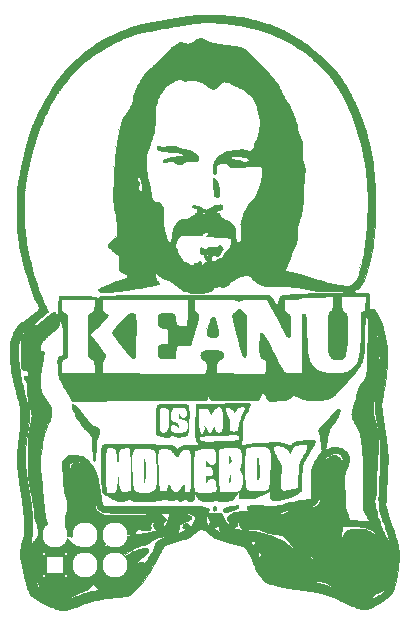
<source format=gto>
G04 #@! TF.GenerationSoftware,KiCad,Pcbnew,8.0.4*
G04 #@! TF.CreationDate,2024-07-21T19:03:04-05:00*
G04 #@! TF.ProjectId,keanu-homeboy,6b65616e-752d-4686-9f6d-65626f792e6b,rev?*
G04 #@! TF.SameCoordinates,Original*
G04 #@! TF.FileFunction,Legend,Top*
G04 #@! TF.FilePolarity,Positive*
%FSLAX46Y46*%
G04 Gerber Fmt 4.6, Leading zero omitted, Abs format (unit mm)*
G04 Created by KiCad (PCBNEW 8.0.4) date 2024-07-21 19:03:04*
%MOMM*%
%LPD*%
G01*
G04 APERTURE LIST*
G04 Aperture macros list*
%AMRoundRect*
0 Rectangle with rounded corners*
0 $1 Rounding radius*
0 $2 $3 $4 $5 $6 $7 $8 $9 X,Y pos of 4 corners*
0 Add a 4 corners polygon primitive as box body*
4,1,4,$2,$3,$4,$5,$6,$7,$8,$9,$2,$3,0*
0 Add four circle primitives for the rounded corners*
1,1,$1+$1,$2,$3*
1,1,$1+$1,$4,$5*
1,1,$1+$1,$6,$7*
1,1,$1+$1,$8,$9*
0 Add four rect primitives between the rounded corners*
20,1,$1+$1,$2,$3,$4,$5,0*
20,1,$1+$1,$4,$5,$6,$7,0*
20,1,$1+$1,$6,$7,$8,$9,0*
20,1,$1+$1,$8,$9,$2,$3,0*%
G04 Aperture macros list end*
%ADD10C,0.010000*%
%ADD11O,2.127200X2.127200*%
%ADD12RoundRect,0.200000X-0.863600X0.863600X-0.863600X-0.863600X0.863600X-0.863600X0.863600X0.863600X0*%
%ADD13C,2.127200*%
G04 APERTURE END LIST*
D10*
X-3790784Y30236010D02*
X-3654990Y30234306D01*
X-3535555Y30231618D01*
X-3436272Y30227907D01*
X-3422496Y30227214D01*
X-3006580Y30201089D01*
X-2608294Y30166924D01*
X-2220905Y30123869D01*
X-1837680Y30071071D01*
X-1451886Y30007680D01*
X-1056792Y29932844D01*
X-993298Y29919963D01*
X-764134Y29870951D01*
X-528607Y29816576D01*
X-289670Y29757709D01*
X-50278Y29695221D01*
X186616Y29629983D01*
X418059Y29562865D01*
X641098Y29494740D01*
X852778Y29426477D01*
X1050146Y29358949D01*
X1230249Y29293025D01*
X1390132Y29229577D01*
X1482011Y29189988D01*
X1645160Y29114437D01*
X1824921Y29026642D01*
X2018118Y28928414D01*
X2221571Y28821564D01*
X2432101Y28707902D01*
X2646530Y28589240D01*
X2861679Y28467388D01*
X3074369Y28344157D01*
X3281423Y28221358D01*
X3479661Y28100801D01*
X3665906Y27984298D01*
X3836977Y27873659D01*
X3989697Y27770696D01*
X4060086Y27721300D01*
X4233707Y27593297D01*
X4418723Y27449143D01*
X4612713Y27291123D01*
X4813260Y27121523D01*
X5017944Y26942628D01*
X5224345Y26756723D01*
X5430045Y26566092D01*
X5632624Y26373022D01*
X5829663Y26179797D01*
X6018744Y25988703D01*
X6197446Y25802024D01*
X6363351Y25622045D01*
X6514040Y25451053D01*
X6647093Y25291331D01*
X6690576Y25236560D01*
X6737495Y25174341D01*
X6794914Y25094593D01*
X6860060Y25001442D01*
X6930160Y24899015D01*
X7002443Y24791441D01*
X7074136Y24682846D01*
X7142466Y24577356D01*
X7204660Y24479100D01*
X7257946Y24392204D01*
X7259058Y24390350D01*
X7357088Y24222855D01*
X7462079Y24036286D01*
X7571668Y23835196D01*
X7683493Y23624140D01*
X7795191Y23407671D01*
X7904399Y23190343D01*
X8008756Y22976708D01*
X8105900Y22771321D01*
X8158445Y22656800D01*
X8357537Y22202575D01*
X8544810Y21745443D01*
X8719152Y21288580D01*
X8879457Y20835160D01*
X9024613Y20388359D01*
X9153512Y19951353D01*
X9265044Y19527315D01*
X9294364Y19405600D01*
X9390784Y18975295D01*
X9477750Y18541998D01*
X9555649Y18102884D01*
X9624865Y17655130D01*
X9685785Y17195910D01*
X9738795Y16722401D01*
X9784281Y16231779D01*
X9822627Y15721219D01*
X9843409Y15386050D01*
X9847482Y15299641D01*
X9851189Y15191091D01*
X9854511Y15063655D01*
X9857428Y14920591D01*
X9859920Y14765153D01*
X9861968Y14600600D01*
X9863552Y14430186D01*
X9864652Y14257168D01*
X9865248Y14084802D01*
X9865322Y13916345D01*
X9864854Y13755053D01*
X9863823Y13604182D01*
X9862210Y13466988D01*
X9859995Y13346727D01*
X9857160Y13246656D01*
X9856426Y13227050D01*
X9835077Y12780038D01*
X9806755Y12340042D01*
X9771687Y11908287D01*
X9730098Y11485997D01*
X9682215Y11074398D01*
X9628264Y10674714D01*
X9568470Y10288171D01*
X9503061Y9915993D01*
X9432262Y9559406D01*
X9356299Y9219635D01*
X9275398Y8897903D01*
X9189786Y8595437D01*
X9099688Y8313461D01*
X9005331Y8053200D01*
X8906941Y7815879D01*
X8825925Y7644256D01*
X8750076Y7501306D01*
X8674154Y7374021D01*
X8599245Y7263683D01*
X8526432Y7171574D01*
X8456801Y7098976D01*
X8391435Y7047172D01*
X8331420Y7017443D01*
X8289749Y7010400D01*
X8250099Y7002059D01*
X8201965Y6979711D01*
X8150489Y6947373D01*
X8100807Y6909060D01*
X8058059Y6868788D01*
X8027383Y6830573D01*
X8013919Y6798430D01*
X8013700Y6794682D01*
X8016691Y6778384D01*
X8026767Y6763998D01*
X8045583Y6751300D01*
X8074795Y6740064D01*
X8116056Y6730067D01*
X8171022Y6721084D01*
X8241348Y6712891D01*
X8328688Y6705263D01*
X8434698Y6697975D01*
X8561032Y6690804D01*
X8709346Y6683524D01*
X8881293Y6675911D01*
X8892997Y6675414D01*
X8988304Y6671193D01*
X9075159Y6667009D01*
X9150383Y6663042D01*
X9210801Y6659471D01*
X9253233Y6656476D01*
X9274504Y6654238D01*
X9276334Y6653699D01*
X9278131Y6640158D01*
X9280781Y6604055D01*
X9284131Y6548208D01*
X9288034Y6475436D01*
X9292337Y6388557D01*
X9296890Y6290390D01*
X9301544Y6183752D01*
X9302041Y6171980D01*
X9309215Y6006228D01*
X9315923Y5863932D01*
X9322410Y5743161D01*
X9328923Y5641982D01*
X9335708Y5558461D01*
X9343012Y5490667D01*
X9351082Y5436665D01*
X9360163Y5394524D01*
X9370502Y5362311D01*
X9382346Y5338093D01*
X9395941Y5319936D01*
X9411534Y5305909D01*
X9412574Y5305130D01*
X9430558Y5293294D01*
X9448942Y5287158D01*
X9474296Y5286320D01*
X9513187Y5290380D01*
X9555372Y5296425D01*
X9617683Y5304277D01*
X9662936Y5306044D01*
X9698719Y5301787D01*
X9714439Y5297719D01*
X9762162Y5272641D01*
X9814701Y5225794D01*
X9869629Y5159752D01*
X9924517Y5077090D01*
X9928044Y5071172D01*
X9957555Y5018823D01*
X9995292Y4948072D01*
X10038917Y4863616D01*
X10086093Y4770152D01*
X10134483Y4672376D01*
X10181748Y4574987D01*
X10225553Y4482681D01*
X10263560Y4400155D01*
X10277557Y4368800D01*
X10411080Y4037852D01*
X10526647Y3691099D01*
X10624288Y3328283D01*
X10704034Y2949146D01*
X10765916Y2553432D01*
X10809963Y2140883D01*
X10836208Y1711242D01*
X10844679Y1264250D01*
X10835409Y799652D01*
X10808426Y317188D01*
X10788363Y69850D01*
X10761470Y-202759D01*
X10728724Y-481700D01*
X10689645Y-770225D01*
X10643752Y-1071586D01*
X10590568Y-1389035D01*
X10529611Y-1725824D01*
X10501686Y-1873250D01*
X10468761Y-2047534D01*
X10441164Y-2199966D01*
X10418574Y-2333458D01*
X10400671Y-2450923D01*
X10387138Y-2555273D01*
X10377653Y-2649420D01*
X10371899Y-2736277D01*
X10369554Y-2818756D01*
X10370301Y-2899770D01*
X10373818Y-2982230D01*
X10376073Y-3018411D01*
X10379797Y-3071088D01*
X10383861Y-3122063D01*
X10388571Y-3173631D01*
X10394233Y-3228085D01*
X10401155Y-3287718D01*
X10409642Y-3354825D01*
X10420000Y-3431699D01*
X10432537Y-3520634D01*
X10447558Y-3623923D01*
X10465370Y-3743860D01*
X10486280Y-3882739D01*
X10510593Y-4042854D01*
X10529313Y-4165600D01*
X10576068Y-4473182D01*
X10618767Y-4757117D01*
X10657594Y-5018801D01*
X10692731Y-5259628D01*
X10724361Y-5480995D01*
X10752667Y-5684299D01*
X10777831Y-5870935D01*
X10800036Y-6042299D01*
X10819465Y-6199787D01*
X10836301Y-6344796D01*
X10850727Y-6478721D01*
X10862925Y-6602958D01*
X10873078Y-6718904D01*
X10881370Y-6827954D01*
X10885000Y-6882310D01*
X10889443Y-6961692D01*
X10892854Y-7045228D01*
X10895190Y-7134271D01*
X10896407Y-7230171D01*
X10896461Y-7334281D01*
X10895308Y-7447950D01*
X10892905Y-7572531D01*
X10889206Y-7709376D01*
X10884169Y-7859834D01*
X10877749Y-8025259D01*
X10869902Y-8207000D01*
X10860584Y-8406410D01*
X10849752Y-8624840D01*
X10837362Y-8863641D01*
X10823368Y-9124164D01*
X10807729Y-9407761D01*
X10796164Y-9613900D01*
X10784886Y-9814303D01*
X10774016Y-10008591D01*
X10763640Y-10195153D01*
X10753844Y-10372382D01*
X10744717Y-10538667D01*
X10736344Y-10692401D01*
X10728813Y-10831973D01*
X10722210Y-10955775D01*
X10716622Y-11062199D01*
X10712135Y-11149635D01*
X10708838Y-11216474D01*
X10706817Y-11261107D01*
X10706157Y-11281567D01*
X10707102Y-11297736D01*
X10710277Y-11318981D01*
X10716162Y-11346846D01*
X10725233Y-11382877D01*
X10737970Y-11428619D01*
X10754850Y-11485617D01*
X10776351Y-11555417D01*
X10802952Y-11639563D01*
X10835130Y-11739601D01*
X10873364Y-11857077D01*
X10918132Y-11993535D01*
X10969912Y-12150520D01*
X11029182Y-12329579D01*
X11048043Y-12386467D01*
X11136289Y-12652770D01*
X11216830Y-12896350D01*
X11290067Y-13118553D01*
X11356401Y-13320728D01*
X11416235Y-13504223D01*
X11469969Y-13670385D01*
X11518005Y-13820562D01*
X11560744Y-13956102D01*
X11598588Y-14078353D01*
X11631938Y-14188662D01*
X11661196Y-14288378D01*
X11686763Y-14378847D01*
X11709040Y-14461419D01*
X11728429Y-14537440D01*
X11745332Y-14608258D01*
X11760149Y-14675221D01*
X11773283Y-14739677D01*
X11785134Y-14802975D01*
X11796105Y-14866460D01*
X11806596Y-14931482D01*
X11807178Y-14935200D01*
X11814833Y-15000834D01*
X11821039Y-15087900D01*
X11825794Y-15192472D01*
X11829102Y-15310622D01*
X11830961Y-15438423D01*
X11831375Y-15571950D01*
X11830343Y-15707275D01*
X11827866Y-15840471D01*
X11823947Y-15967612D01*
X11818584Y-16084772D01*
X11811781Y-16188023D01*
X11806842Y-16243300D01*
X11778408Y-16498660D01*
X11745099Y-16752629D01*
X11707416Y-17002895D01*
X11665859Y-17247148D01*
X11620928Y-17483075D01*
X11573125Y-17708367D01*
X11522950Y-17920711D01*
X11470904Y-18117798D01*
X11417487Y-18297316D01*
X11363201Y-18456954D01*
X11308545Y-18594401D01*
X11287362Y-18641225D01*
X11231996Y-18738257D01*
X11155063Y-18839677D01*
X11056156Y-18945830D01*
X10934872Y-19057058D01*
X10790805Y-19173708D01*
X10623551Y-19296124D01*
X10432705Y-19424650D01*
X10217862Y-19559632D01*
X10185400Y-19579334D01*
X10009709Y-19683773D01*
X9851732Y-19773637D01*
X9709060Y-19849848D01*
X9579285Y-19913333D01*
X9459998Y-19965014D01*
X9348790Y-20005817D01*
X9243254Y-20036666D01*
X9140981Y-20058485D01*
X9039562Y-20072199D01*
X8936589Y-20078732D01*
X8882002Y-20079598D01*
X8800449Y-20077905D01*
X8720107Y-20072147D01*
X8638997Y-20061638D01*
X8555140Y-20045691D01*
X8466556Y-20023620D01*
X8371268Y-19994736D01*
X8267294Y-19958354D01*
X8152658Y-19913787D01*
X8025378Y-19860349D01*
X7883478Y-19797351D01*
X7724976Y-19724109D01*
X7547895Y-19639934D01*
X7378169Y-19557756D01*
X7171227Y-19457466D01*
X6984065Y-19368049D01*
X6814071Y-19288388D01*
X6658632Y-19217370D01*
X6567392Y-19177000D01*
X9572568Y-19177000D01*
X9615817Y-19177000D01*
X9648479Y-19171493D01*
X9694168Y-19156984D01*
X9743535Y-19136491D01*
X9748234Y-19134267D01*
X9818459Y-19097999D01*
X9904437Y-19049428D01*
X10001577Y-18991463D01*
X10105290Y-18927013D01*
X10210989Y-18858988D01*
X10314082Y-18790295D01*
X10409982Y-18723845D01*
X10494100Y-18662546D01*
X10502900Y-18655891D01*
X10565782Y-18605568D01*
X10620386Y-18556968D01*
X10664152Y-18512839D01*
X10694520Y-18475930D01*
X10708928Y-18448990D01*
X10707265Y-18436485D01*
X10684025Y-18430053D01*
X10641910Y-18435675D01*
X10583650Y-18452049D01*
X10511974Y-18477873D01*
X10429615Y-18511848D01*
X10339302Y-18552671D01*
X10243765Y-18599043D01*
X10145736Y-18649661D01*
X10047945Y-18703225D01*
X9953122Y-18758434D01*
X9863998Y-18813988D01*
X9783303Y-18868584D01*
X9750952Y-18892132D01*
X9685388Y-18943335D01*
X9638677Y-18986078D01*
X9607618Y-19024500D01*
X9589007Y-19062742D01*
X9579645Y-19104944D01*
X9578514Y-19115122D01*
X9572568Y-19177000D01*
X6567392Y-19177000D01*
X6515135Y-19153879D01*
X6380968Y-19096799D01*
X6253518Y-19045016D01*
X6130172Y-18997414D01*
X6008317Y-18952878D01*
X5885341Y-18910294D01*
X5778500Y-18874966D01*
X5622515Y-18826169D01*
X5464744Y-18780564D01*
X5302955Y-18737722D01*
X5134918Y-18697212D01*
X4958404Y-18658604D01*
X4771182Y-18621468D01*
X4571021Y-18585372D01*
X4355693Y-18549888D01*
X4122966Y-18514583D01*
X3870610Y-18479029D01*
X3596395Y-18442795D01*
X3429000Y-18421615D01*
X3131623Y-18383540D01*
X2857801Y-18346359D01*
X2605714Y-18309731D01*
X2373548Y-18273315D01*
X2159486Y-18236767D01*
X1961711Y-18199747D01*
X1778406Y-18161912D01*
X1607754Y-18122920D01*
X1447941Y-18082430D01*
X1297147Y-18040098D01*
X1153559Y-17995584D01*
X1136650Y-17990054D01*
X935560Y-17918572D01*
X757827Y-17843692D01*
X601499Y-17764211D01*
X601397Y-17764147D01*
X4642037Y-17764147D01*
X4662091Y-17772115D01*
X4662238Y-17772145D01*
X5012609Y-17855669D01*
X5366399Y-17962986D01*
X5688104Y-18079948D01*
X5875248Y-18156655D01*
X6051960Y-18236744D01*
X6228325Y-18324997D01*
X6392882Y-18414123D01*
X6502926Y-18474734D01*
X6592514Y-18522172D01*
X6662632Y-18556878D01*
X6714266Y-18579295D01*
X6748403Y-18589864D01*
X6766029Y-18589029D01*
X6769100Y-18582744D01*
X6759561Y-18566613D01*
X6733835Y-18539388D01*
X6696256Y-18504942D01*
X6651156Y-18467149D01*
X6602869Y-18429883D01*
X6578600Y-18412459D01*
X6541640Y-18387499D01*
X6488048Y-18352395D01*
X6422803Y-18310353D01*
X6350880Y-18264580D01*
X6277257Y-18218282D01*
X6273800Y-18216122D01*
X6117029Y-18119215D01*
X5978589Y-18035994D01*
X5856111Y-17965420D01*
X5747229Y-17906457D01*
X5649575Y-17858066D01*
X5560781Y-17819210D01*
X5478481Y-17788850D01*
X5400308Y-17765950D01*
X5323892Y-17749471D01*
X5246869Y-17738375D01*
X5168900Y-17731748D01*
X5100250Y-17728840D01*
X5023952Y-17727720D01*
X4944407Y-17728217D01*
X4866016Y-17730158D01*
X4793181Y-17733372D01*
X4730304Y-17737687D01*
X4681786Y-17742930D01*
X4652029Y-17748929D01*
X4645513Y-17752206D01*
X4642037Y-17764147D01*
X601397Y-17764147D01*
X464628Y-17678923D01*
X446055Y-17664561D01*
X3478312Y-17664561D01*
X3485360Y-17674417D01*
X3514655Y-17682641D01*
X3514725Y-17682653D01*
X3550643Y-17686159D01*
X3599990Y-17687597D01*
X3656613Y-17687205D01*
X3714364Y-17685219D01*
X3767090Y-17681878D01*
X3808642Y-17677417D01*
X3832870Y-17672075D01*
X3835913Y-17670266D01*
X3837744Y-17656802D01*
X3817739Y-17644895D01*
X3779453Y-17635465D01*
X3726443Y-17629435D01*
X3671579Y-17627670D01*
X3612476Y-17629885D01*
X3560593Y-17635734D01*
X3518934Y-17644166D01*
X3490505Y-17654126D01*
X3478312Y-17664561D01*
X446055Y-17664561D01*
X345263Y-17586626D01*
X241455Y-17486114D01*
X158310Y-17385746D01*
X90956Y-17290002D01*
X16756Y-17175051D01*
X-61710Y-17045274D01*
X-141864Y-16905049D01*
X-221125Y-16758757D01*
X-290177Y-16624300D01*
X-362689Y-16475604D01*
X-422251Y-16345350D01*
X-469952Y-16230813D01*
X-506881Y-16129268D01*
X-534125Y-16037987D01*
X-548073Y-15978471D01*
X-562762Y-15918355D01*
X-582985Y-15856021D01*
X-609883Y-15789418D01*
X-644597Y-15716494D01*
X-688269Y-15635199D01*
X-742040Y-15543481D01*
X-807052Y-15439290D01*
X-884446Y-15320575D01*
X-943533Y-15232649D01*
X-119625Y-15232649D01*
X-115058Y-15293135D01*
X-107313Y-15350082D01*
X-88268Y-15461579D01*
X-68173Y-15548524D01*
X-46719Y-15611757D01*
X-23597Y-15652115D01*
X1501Y-15670437D01*
X11087Y-15671800D01*
X34742Y-15664610D01*
X67908Y-15646418D01*
X83819Y-15635559D01*
X115787Y-15608999D01*
X4294071Y-15608999D01*
X4299366Y-15641136D01*
X4318636Y-15679180D01*
X4343128Y-15708427D01*
X4384287Y-15746668D01*
X4437007Y-15789825D01*
X4496179Y-15833815D01*
X4556696Y-15874559D01*
X4584700Y-15891750D01*
X4623215Y-15913711D01*
X4646032Y-15923527D01*
X4658842Y-15922751D01*
X4666632Y-15914098D01*
X4662567Y-15899049D01*
X4644663Y-15869927D01*
X4616467Y-15831180D01*
X4581525Y-15787251D01*
X4543384Y-15742587D01*
X4505591Y-15701632D01*
X4471693Y-15668833D01*
X4469206Y-15666651D01*
X4415498Y-15625327D01*
X4368670Y-15599105D01*
X4331183Y-15587779D01*
X4305496Y-15591146D01*
X4294071Y-15608999D01*
X115787Y-15608999D01*
X134548Y-15593413D01*
X167073Y-15552696D01*
X180919Y-15511005D01*
X175610Y-15465938D01*
X150670Y-15415092D01*
X105625Y-15356064D01*
X39999Y-15286451D01*
X8681Y-15255875D01*
X-40933Y-15210896D01*
X-77431Y-15185158D01*
X-101952Y-15179586D01*
X-115637Y-15195108D01*
X-119625Y-15232649D01*
X-943533Y-15232649D01*
X-975364Y-15185283D01*
X-1050912Y-15074900D01*
X-1102990Y-14999376D01*
X-1150550Y-14930619D01*
X-1191637Y-14871436D01*
X-1224297Y-14824636D01*
X-1246578Y-14793025D01*
X-1256523Y-14779411D01*
X-1256654Y-14779261D01*
X-1270372Y-14774232D01*
X-1306321Y-14763552D01*
X-1362127Y-14747863D01*
X-1435414Y-14727810D01*
X-1523806Y-14704035D01*
X-1624927Y-14677180D01*
X-1736402Y-14647889D01*
X-1855855Y-14616805D01*
X-1880599Y-14610402D01*
X-2098668Y-14553798D01*
X-2294091Y-14502537D01*
X-2468918Y-14456016D01*
X-2625197Y-14413635D01*
X-2764977Y-14374790D01*
X-2868872Y-14345021D01*
X-676947Y-14345021D01*
X-676521Y-14376007D01*
X-664860Y-14418731D01*
X-660760Y-14430497D01*
X-630792Y-14504127D01*
X-596962Y-14570631D01*
X-562982Y-14623163D01*
X-544807Y-14644393D01*
X-515606Y-14664840D01*
X-487040Y-14664316D01*
X-455922Y-14641767D01*
X-425438Y-14604983D01*
X-390242Y-14563387D01*
X-344667Y-14517863D01*
X-303363Y-14482189D01*
X-267796Y-14452135D01*
X-242576Y-14426739D01*
X-232350Y-14410776D01*
X-232451Y-14409297D01*
X-252222Y-14387112D01*
X-294914Y-14366098D01*
X-358047Y-14347209D01*
X-432080Y-14332523D01*
X-521460Y-14319233D01*
X-588395Y-14312877D01*
X-635126Y-14314417D01*
X-663896Y-14324811D01*
X-676947Y-14345021D01*
X-2868872Y-14345021D01*
X-2890308Y-14338879D01*
X-3003239Y-14305302D01*
X-3105817Y-14273454D01*
X-3200093Y-14242735D01*
X-3288115Y-14212542D01*
X-3371932Y-14182274D01*
X-3453593Y-14151327D01*
X-3486150Y-14138609D01*
X-3628499Y-14080420D01*
X-3751149Y-14024966D01*
X-3859124Y-13969156D01*
X-3957447Y-13909896D01*
X-4051141Y-13844094D01*
X-4145231Y-13768657D01*
X-4244738Y-13680491D01*
X-4273398Y-13653904D01*
X-4379607Y-13562185D01*
X-4489257Y-13481547D01*
X-4599001Y-13413783D01*
X-4705488Y-13360686D01*
X-4805369Y-13324047D01*
X-4895295Y-13305659D01*
X-4927600Y-13303817D01*
X-4972709Y-13305655D01*
X-5014170Y-13313174D01*
X-5055649Y-13328384D01*
X-5100812Y-13353299D01*
X-5153324Y-13389930D01*
X-5216850Y-13440290D01*
X-5292297Y-13504019D01*
X-5406776Y-13600579D01*
X-5507739Y-13681566D01*
X-5599081Y-13749900D01*
X-5684695Y-13808504D01*
X-5762761Y-13856933D01*
X-5926457Y-13948009D01*
X-6100368Y-14033551D01*
X-6286888Y-14114457D01*
X-6488409Y-14191622D01*
X-6707325Y-14265945D01*
X-6946029Y-14338323D01*
X-7206913Y-14409653D01*
X-7302500Y-14434182D01*
X-7444552Y-14471054D01*
X-7564656Y-14504720D01*
X-7665857Y-14536525D01*
X-7751196Y-14567817D01*
X-7823715Y-14599941D01*
X-7886457Y-14634243D01*
X-7942465Y-14672070D01*
X-7994779Y-14714768D01*
X-8045914Y-14763154D01*
X-8083263Y-14801526D01*
X-8115005Y-14837188D01*
X-8143413Y-14873842D01*
X-8170758Y-14915191D01*
X-8199311Y-14964937D01*
X-8231344Y-15026783D01*
X-8269128Y-15104430D01*
X-8314935Y-15201582D01*
X-8315084Y-15201900D01*
X-8372087Y-15319567D01*
X-8441325Y-15455399D01*
X-8521059Y-15606346D01*
X-8609550Y-15769361D01*
X-8705062Y-15941394D01*
X-8805856Y-16119397D01*
X-8910194Y-16300323D01*
X-9016339Y-16481123D01*
X-9122552Y-16658749D01*
X-9227095Y-16830151D01*
X-9328231Y-16992283D01*
X-9399397Y-17103789D01*
X-9573391Y-17366151D01*
X-9745912Y-17611900D01*
X-9916234Y-17840233D01*
X-10083634Y-18050343D01*
X-10247385Y-18241427D01*
X-10406764Y-18412679D01*
X-10561045Y-18563295D01*
X-10709502Y-18692469D01*
X-10851412Y-18799397D01*
X-10986049Y-18883273D01*
X-11017250Y-18899910D01*
X-11097686Y-18938843D01*
X-11168863Y-18966619D01*
X-11239166Y-18985417D01*
X-11316980Y-18997414D01*
X-11410690Y-19004788D01*
X-11423650Y-19005479D01*
X-11541158Y-19012659D01*
X-11657564Y-19022350D01*
X-11781095Y-19035345D01*
X-11919975Y-19052436D01*
X-11944350Y-19055627D01*
X-11990477Y-19061290D01*
X-12057803Y-19068975D01*
X-12142244Y-19078246D01*
X-12239719Y-19088665D01*
X-12346145Y-19099794D01*
X-12457440Y-19111195D01*
X-12541250Y-19119622D01*
X-12655015Y-19131209D01*
X-12768254Y-19143199D01*
X-12876625Y-19155098D01*
X-12975785Y-19166415D01*
X-13061389Y-19176655D01*
X-13129095Y-19185327D01*
X-13163550Y-19190206D01*
X-13403305Y-19230548D01*
X-13645460Y-19279538D01*
X-13892686Y-19337938D01*
X-14147654Y-19406510D01*
X-14413035Y-19486015D01*
X-14691499Y-19577215D01*
X-14985716Y-19680870D01*
X-15298357Y-19797743D01*
X-15309850Y-19802153D01*
X-15489325Y-19870518D01*
X-15647778Y-19929570D01*
X-15787529Y-19980019D01*
X-15910897Y-20022573D01*
X-16020198Y-20057943D01*
X-16117753Y-20086836D01*
X-16205880Y-20109963D01*
X-16286897Y-20128032D01*
X-16363122Y-20141752D01*
X-16436875Y-20151833D01*
X-16462148Y-20154593D01*
X-16529699Y-20161048D01*
X-16581550Y-20164395D01*
X-16627191Y-20164798D01*
X-16676112Y-20162418D01*
X-16719550Y-20159001D01*
X-16796577Y-20149972D01*
X-16885818Y-20135653D01*
X-16975175Y-20118102D01*
X-17018000Y-20108299D01*
X-17105572Y-20083075D01*
X-17212125Y-20045813D01*
X-17335042Y-19997842D01*
X-17471704Y-19940490D01*
X-17619493Y-19875084D01*
X-17775792Y-19802952D01*
X-17937983Y-19725423D01*
X-18103446Y-19643823D01*
X-18269566Y-19559480D01*
X-18433722Y-19473724D01*
X-18593298Y-19387880D01*
X-18745675Y-19303278D01*
X-18888236Y-19221244D01*
X-18988781Y-19160870D01*
X-16035528Y-19160870D01*
X-16025812Y-19164144D01*
X-16017289Y-19164300D01*
X-16000191Y-19160128D01*
X-15961595Y-19148158D01*
X-15903899Y-19129208D01*
X-15829499Y-19104096D01*
X-15740791Y-19073640D01*
X-15640172Y-19038656D01*
X-15530040Y-18999964D01*
X-15412790Y-18958381D01*
X-15389438Y-18950054D01*
X-15180548Y-18875910D01*
X-14993300Y-18810433D01*
X-14825661Y-18753086D01*
X-14675601Y-18703329D01*
X-14541086Y-18660625D01*
X-14420086Y-18624437D01*
X-14310569Y-18594224D01*
X-14210503Y-18569450D01*
X-14117856Y-18549576D01*
X-14030597Y-18534063D01*
X-13946694Y-18522375D01*
X-13864115Y-18513971D01*
X-13780829Y-18508315D01*
X-13710697Y-18505353D01*
X-13470443Y-18497550D01*
X-13753821Y-18201901D01*
X-14037199Y-17906253D01*
X-14126526Y-18005051D01*
X-14232957Y-18119254D01*
X-14327942Y-18213557D01*
X-14413344Y-18289694D01*
X-14491023Y-18349402D01*
X-14509750Y-18362161D01*
X-14619015Y-18428276D01*
X-14747010Y-18494998D01*
X-14887329Y-18559298D01*
X-15033565Y-18618145D01*
X-15106650Y-18644491D01*
X-15314353Y-18721167D01*
X-15500064Y-18799819D01*
X-15663099Y-18880081D01*
X-15802773Y-18961588D01*
X-15918402Y-19043975D01*
X-16007552Y-19125029D01*
X-16029852Y-19149491D01*
X-16035528Y-19160870D01*
X-18988781Y-19160870D01*
X-19018362Y-19143108D01*
X-19133435Y-19070195D01*
X-19230838Y-19003836D01*
X-19303035Y-18949355D01*
X-19336516Y-18917584D01*
X-19366554Y-18877298D01*
X-19397511Y-18822164D01*
X-19414387Y-18787703D01*
X-19454474Y-18695429D01*
X-19498252Y-18580554D01*
X-19545114Y-18445508D01*
X-19594457Y-18292725D01*
X-19645675Y-18124637D01*
X-19698163Y-17943675D01*
X-19751318Y-17752273D01*
X-19788035Y-17614685D01*
X-18919162Y-17614685D01*
X-18915997Y-17661948D01*
X-18903614Y-17727462D01*
X-18882099Y-17809909D01*
X-18851863Y-17907000D01*
X-18820208Y-17996135D01*
X-18786472Y-18080361D01*
X-18751844Y-18157871D01*
X-18717517Y-18226857D01*
X-18684682Y-18285512D01*
X-18654528Y-18332031D01*
X-18628248Y-18364605D01*
X-18607033Y-18381428D01*
X-18592072Y-18380693D01*
X-18584559Y-18360594D01*
X-18585682Y-18319323D01*
X-18586981Y-18308855D01*
X-18600285Y-18238433D01*
X-18621890Y-18156074D01*
X-18650066Y-18066102D01*
X-18683081Y-17972843D01*
X-18719204Y-17880621D01*
X-18756705Y-17793761D01*
X-18793852Y-17716588D01*
X-18828914Y-17653426D01*
X-18860160Y-17608601D01*
X-18872472Y-17595604D01*
X-18897486Y-17580195D01*
X-18913021Y-17586995D01*
X-18919162Y-17614685D01*
X-19788035Y-17614685D01*
X-19804534Y-17552862D01*
X-19857207Y-17347875D01*
X-19908732Y-17139743D01*
X-19958504Y-16930900D01*
X-20005918Y-16723777D01*
X-20050371Y-16520807D01*
X-20091257Y-16324422D01*
X-20127971Y-16137054D01*
X-20133105Y-16108774D01*
X-12544265Y-16108774D01*
X-12529179Y-16116547D01*
X-12497763Y-16120577D01*
X-12450971Y-16121870D01*
X-12422701Y-16121810D01*
X-12366962Y-16120135D01*
X-12320694Y-16114798D01*
X-12274549Y-16103874D01*
X-12219179Y-16085440D01*
X-12185650Y-16073008D01*
X-12102271Y-16039475D01*
X-12019092Y-16001500D01*
X-11932302Y-15956995D01*
X-11838088Y-15903873D01*
X-11732636Y-15840045D01*
X-11612134Y-15763426D01*
X-11569700Y-15735819D01*
X-11360908Y-15601849D01*
X-11167995Y-15483415D01*
X-10988104Y-15378903D01*
X-10818377Y-15286700D01*
X-10655957Y-15205191D01*
X-10515465Y-15140437D01*
X-10331904Y-15063856D01*
X-10162064Y-15002085D01*
X-10006690Y-14955200D01*
X-9866528Y-14923280D01*
X-9742326Y-14906400D01*
X-9634830Y-14904639D01*
X-9544787Y-14918073D01*
X-9472943Y-14946780D01*
X-9420044Y-14990836D01*
X-9397606Y-15024873D01*
X-9378618Y-15073879D01*
X-9372377Y-15123703D01*
X-9379882Y-15175731D01*
X-9402136Y-15231349D01*
X-9440136Y-15291943D01*
X-9494885Y-15358900D01*
X-9567382Y-15433605D01*
X-9658627Y-15517444D01*
X-9769621Y-15611803D01*
X-9893300Y-15711683D01*
X-10032334Y-15822928D01*
X-10151423Y-15920510D01*
X-10251495Y-16005235D01*
X-10333482Y-16077911D01*
X-10398311Y-16139346D01*
X-10446912Y-16190347D01*
X-10455275Y-16199963D01*
X-10490868Y-16243659D01*
X-10510653Y-16273677D01*
X-10513621Y-16290170D01*
X-10498760Y-16293296D01*
X-10465058Y-16283209D01*
X-10411505Y-16260065D01*
X-10337088Y-16224019D01*
X-10328080Y-16219521D01*
X-10214817Y-16165020D01*
X-10119842Y-16124469D01*
X-10040628Y-16097259D01*
X-9974649Y-16082783D01*
X-9919379Y-16080433D01*
X-9872291Y-16089602D01*
X-9842500Y-16102738D01*
X-9788319Y-16130701D01*
X-9746042Y-16145413D01*
X-9709990Y-16145666D01*
X-9674486Y-16130250D01*
X-9633850Y-16097957D01*
X-9582405Y-16047578D01*
X-9582150Y-16047319D01*
X-9510136Y-15967258D01*
X-9431465Y-15867908D01*
X-9348993Y-15753532D01*
X-9265574Y-15628393D01*
X-9184062Y-15496754D01*
X-9107312Y-15362879D01*
X-9045850Y-15246350D01*
X-8999739Y-15152093D01*
X-8963826Y-15071142D01*
X-8934968Y-14995190D01*
X-8910021Y-14915929D01*
X-8885839Y-14825052D01*
X-8884767Y-14820752D01*
X-8835105Y-14664948D01*
X-8768249Y-14527492D01*
X-8684351Y-14408619D01*
X-8583562Y-14308562D01*
X-8522097Y-14262390D01*
X-8452309Y-14219246D01*
X-8364521Y-14171594D01*
X-8264962Y-14122548D01*
X-8159862Y-14075219D01*
X-8087574Y-14045272D01*
X-7978178Y-14000121D01*
X-7892079Y-13961246D01*
X-7829356Y-13928876D01*
X-7790088Y-13903241D01*
X-7774355Y-13884570D01*
X-7782236Y-13873092D01*
X-7813811Y-13869036D01*
X-7869158Y-13872632D01*
X-7948359Y-13884109D01*
X-8037505Y-13900840D01*
X-8289830Y-13957791D01*
X-8518421Y-14021842D01*
X-8724015Y-14093288D01*
X-8907349Y-14172423D01*
X-9069160Y-14259542D01*
X-9210185Y-14354940D01*
X-9247947Y-14384725D01*
X-9391051Y-14485902D01*
X-9548750Y-14568569D01*
X-9716099Y-14630450D01*
X-9852416Y-14663239D01*
X-10001945Y-14697342D01*
X-10151824Y-14745467D01*
X-10308309Y-14809780D01*
X-10397819Y-14852032D01*
X-10480479Y-14893180D01*
X-10556535Y-14932421D01*
X-10629809Y-14971981D01*
X-10704121Y-15014088D01*
X-10783291Y-15060968D01*
X-10871140Y-15114847D01*
X-10971488Y-15177953D01*
X-11088156Y-15252511D01*
X-11118850Y-15272254D01*
X-11349892Y-15419105D01*
X-11563274Y-15550705D01*
X-11760808Y-15668113D01*
X-11944306Y-15772390D01*
X-12115580Y-15864596D01*
X-12238544Y-15927179D01*
X-12341431Y-15978544D01*
X-12422274Y-16020127D01*
X-12482027Y-16052936D01*
X-12521642Y-16077975D01*
X-12542070Y-16096253D01*
X-12544265Y-16108774D01*
X-20133105Y-16108774D01*
X-20159909Y-15961135D01*
X-20186465Y-15799098D01*
X-20207037Y-15653375D01*
X-20218438Y-15553605D01*
X-20224518Y-15440082D01*
X-20222561Y-15307712D01*
X-20212871Y-15161639D01*
X-20195750Y-15007009D01*
X-20179735Y-14897844D01*
X-20163487Y-14803372D01*
X-20146194Y-14717002D01*
X-20126212Y-14632192D01*
X-20101899Y-14542402D01*
X-20071609Y-14441091D01*
X-20039229Y-14338840D01*
X-19995835Y-14191547D01*
X-19956282Y-14032935D01*
X-19922715Y-13872767D01*
X-19897278Y-13720804D01*
X-19888455Y-13652500D01*
X-19879654Y-13554961D01*
X-19872921Y-13437906D01*
X-19868345Y-13307141D01*
X-19866017Y-13168471D01*
X-19866027Y-13027704D01*
X-19868463Y-12890645D01*
X-19873416Y-12763100D01*
X-19874421Y-12744450D01*
X-19881807Y-12620299D01*
X-19890016Y-12497524D01*
X-19899260Y-12374330D01*
X-19909751Y-12248920D01*
X-19921702Y-12119502D01*
X-19935323Y-11984278D01*
X-19950827Y-11841454D01*
X-19968426Y-11689236D01*
X-19988331Y-11525828D01*
X-20010755Y-11349434D01*
X-20035909Y-11158261D01*
X-20064004Y-10950512D01*
X-20095254Y-10724394D01*
X-20129870Y-10478110D01*
X-20168063Y-10209865D01*
X-20198937Y-9994900D01*
X-20239468Y-9712304D01*
X-20276210Y-9453160D01*
X-20309324Y-9215829D01*
X-20338972Y-8998672D01*
X-20365319Y-8800052D01*
X-20388525Y-8618328D01*
X-20408754Y-8451864D01*
X-20426167Y-8299018D01*
X-20440928Y-8158154D01*
X-20453199Y-8027632D01*
X-20463143Y-7905814D01*
X-20470921Y-7791061D01*
X-20476697Y-7681734D01*
X-20480632Y-7576194D01*
X-20482890Y-7472804D01*
X-20483633Y-7369923D01*
X-20483023Y-7265914D01*
X-20481224Y-7159138D01*
X-20481026Y-7150100D01*
X-20477839Y-7031160D01*
X-19805151Y-7031160D01*
X-19805068Y-7168722D01*
X-19804205Y-7304684D01*
X-19802564Y-7435192D01*
X-19800143Y-7556391D01*
X-19796945Y-7664424D01*
X-19792970Y-7755436D01*
X-19788956Y-7816850D01*
X-19767778Y-8063277D01*
X-19745073Y-8297183D01*
X-19719979Y-8525964D01*
X-19691635Y-8757018D01*
X-19659180Y-8997742D01*
X-19621753Y-9255532D01*
X-19620388Y-9264650D01*
X-19608954Y-9340351D01*
X-19597678Y-9413566D01*
X-19586133Y-9486791D01*
X-19573894Y-9562522D01*
X-19560535Y-9643255D01*
X-19545632Y-9731485D01*
X-19528759Y-9829708D01*
X-19509490Y-9940421D01*
X-19487401Y-10066119D01*
X-19462065Y-10209298D01*
X-19433057Y-10372453D01*
X-19399952Y-10558081D01*
X-19399601Y-10560050D01*
X-19348267Y-10872974D01*
X-19303633Y-11199877D01*
X-19265300Y-11544084D01*
X-19232868Y-11908919D01*
X-19225332Y-12007850D01*
X-19220891Y-12084556D01*
X-19217160Y-12182043D01*
X-19214140Y-12296627D01*
X-19211830Y-12424628D01*
X-19210230Y-12562362D01*
X-19209339Y-12706148D01*
X-19209158Y-12852303D01*
X-19209686Y-12997144D01*
X-19210923Y-13136991D01*
X-19212868Y-13268159D01*
X-19215522Y-13386969D01*
X-19218884Y-13489736D01*
X-19222954Y-13572779D01*
X-19225439Y-13608050D01*
X-19231460Y-13677849D01*
X-19239618Y-13766765D01*
X-19249324Y-13868660D01*
X-19259984Y-13977399D01*
X-19271008Y-14086845D01*
X-19279280Y-14166850D01*
X-19288959Y-14260260D01*
X-19297677Y-14346304D01*
X-19305097Y-14421485D01*
X-19310878Y-14482306D01*
X-19314684Y-14525270D01*
X-19316174Y-14546881D01*
X-19316182Y-14547850D01*
X-19308024Y-14548324D01*
X-19285469Y-14532408D01*
X-19251011Y-14502678D01*
X-19207148Y-14461710D01*
X-19156374Y-14412082D01*
X-19101188Y-14356369D01*
X-19044083Y-14297149D01*
X-18987557Y-14236998D01*
X-18934106Y-14178492D01*
X-18886226Y-14124208D01*
X-18846412Y-14076723D01*
X-18817162Y-14038613D01*
X-18805134Y-14020327D01*
X-18772117Y-13960429D01*
X-18747966Y-13906287D01*
X-18743189Y-13890625D01*
X-17751704Y-13890625D01*
X-17742887Y-13899422D01*
X-17711398Y-13904674D01*
X-17659704Y-13906430D01*
X-17590277Y-13904745D01*
X-17544922Y-13902026D01*
X-16578331Y-13902026D01*
X-16566907Y-13912448D01*
X-16541820Y-13926552D01*
X-16504513Y-13944419D01*
X-16503650Y-13944816D01*
X-16419199Y-13986648D01*
X-16339284Y-14033089D01*
X-16260033Y-14087021D01*
X-16177574Y-14151329D01*
X-16088035Y-14228897D01*
X-15987544Y-14322608D01*
X-15957550Y-14351518D01*
X-15872326Y-14432917D01*
X-15800461Y-14498478D01*
X-15738234Y-14551162D01*
X-15681923Y-14593929D01*
X-15627806Y-14629740D01*
X-15572161Y-14661555D01*
X-15559209Y-14668383D01*
X-15491780Y-14708050D01*
X-15449071Y-14743992D01*
X-15438017Y-14758844D01*
X-15422517Y-14795366D01*
X-15412981Y-14844056D01*
X-15409358Y-14907563D01*
X-15411592Y-14988536D01*
X-15419629Y-15089625D01*
X-15429425Y-15180169D01*
X-15441706Y-15293346D01*
X-15450184Y-15390094D01*
X-15454777Y-15468569D01*
X-15455400Y-15526926D01*
X-15451971Y-15563322D01*
X-15447318Y-15574549D01*
X-15431800Y-15575109D01*
X-15410912Y-15556700D01*
X-15388205Y-15524135D01*
X-15367233Y-15482227D01*
X-15355599Y-15450281D01*
X-15332492Y-15365135D01*
X-15315925Y-15279047D01*
X-15305161Y-15185810D01*
X-15299460Y-15079219D01*
X-15298046Y-14966950D01*
X-15303664Y-14813503D01*
X-13447615Y-14813503D01*
X-13432920Y-14823160D01*
X-13394575Y-14829205D01*
X-13335000Y-14831939D01*
X-13286987Y-14828791D01*
X-13228176Y-14816977D01*
X-13153576Y-14795391D01*
X-13118931Y-14784019D01*
X-13041100Y-14756650D01*
X-12960536Y-14725794D01*
X-12874532Y-14690217D01*
X-12780382Y-14648689D01*
X-12675378Y-14599976D01*
X-12556815Y-14542846D01*
X-12421985Y-14476067D01*
X-12268182Y-14398408D01*
X-12236450Y-14382249D01*
X-12045369Y-14286024D01*
X-11873391Y-14202122D01*
X-11717993Y-14129543D01*
X-11576651Y-14067288D01*
X-11446842Y-14014358D01*
X-11326043Y-13969753D01*
X-11211730Y-13932475D01*
X-11101381Y-13901525D01*
X-10992471Y-13875902D01*
X-10922000Y-13861771D01*
X-10856387Y-13848995D01*
X-10799736Y-13837116D01*
X-10756717Y-13827178D01*
X-10732003Y-13820227D01*
X-10728154Y-13818406D01*
X-10737278Y-13813888D01*
X-10767777Y-13805842D01*
X-10815981Y-13794970D01*
X-10878219Y-13781969D01*
X-10950821Y-13767541D01*
X-11030117Y-13752385D01*
X-11112435Y-13737202D01*
X-11144510Y-13731503D01*
X-10589183Y-13731503D01*
X-10574159Y-13744264D01*
X-10569575Y-13745737D01*
X-10538049Y-13748777D01*
X-10481933Y-13747262D01*
X-10401619Y-13741223D01*
X-10297500Y-13730693D01*
X-10169968Y-13715703D01*
X-10114757Y-13708756D01*
X-9961355Y-13688077D01*
X-9806190Y-13665157D01*
X-9651971Y-13640526D01*
X-9535634Y-13620584D01*
X-6934200Y-13620584D01*
X-6922855Y-13626454D01*
X-6891265Y-13624510D01*
X-6843102Y-13615496D01*
X-6782034Y-13600157D01*
X-6711734Y-13579238D01*
X-6681123Y-13569231D01*
X-6627467Y-13549276D01*
X-6557284Y-13520281D01*
X-6476594Y-13484893D01*
X-6391421Y-13445761D01*
X-6307787Y-13405533D01*
X-6299200Y-13401285D01*
X-6051550Y-13278376D01*
X-6214182Y-13268548D01*
X-6292796Y-13262344D01*
X-6355690Y-13254393D01*
X-6399062Y-13245241D01*
X-6413149Y-13239931D01*
X-6447708Y-13208774D01*
X-6457863Y-13185253D01*
X-3856090Y-13185253D01*
X-3852937Y-13203349D01*
X-3830167Y-13232279D01*
X-3789919Y-13269763D01*
X-3739057Y-13310020D01*
X-3664342Y-13362660D01*
X-3587677Y-13411318D01*
X-3511945Y-13454710D01*
X-3440027Y-13491553D01*
X-3374805Y-13520562D01*
X-3319160Y-13540454D01*
X-3275974Y-13549944D01*
X-3248129Y-13547749D01*
X-3238500Y-13533051D01*
X-3246182Y-13513950D01*
X-3265940Y-13483820D01*
X-3283862Y-13460909D01*
X-3334627Y-13390750D01*
X-3343809Y-13372481D01*
X-1121728Y-13372481D01*
X-1113551Y-13378483D01*
X-1080779Y-13388095D01*
X-1023941Y-13401213D01*
X-943568Y-13417728D01*
X-840192Y-13437537D01*
X-714342Y-13460531D01*
X-566549Y-13486606D01*
X-451971Y-13506353D01*
X-94985Y-13572986D01*
X243276Y-13648003D01*
X568533Y-13732893D01*
X886509Y-13829144D01*
X1187752Y-13932713D01*
X1435937Y-14027116D01*
X1659154Y-14120899D01*
X1857822Y-14214278D01*
X2032358Y-14307469D01*
X2183183Y-14400689D01*
X2310713Y-14494155D01*
X2368722Y-14543612D01*
X2481129Y-14641815D01*
X2593447Y-14733704D01*
X2702614Y-14817082D01*
X2805567Y-14889750D01*
X2899245Y-14949510D01*
X2980585Y-14994165D01*
X3022600Y-15012954D01*
X3070999Y-15030546D01*
X3098382Y-15036258D01*
X3106170Y-15030122D01*
X3097656Y-15014575D01*
X3051332Y-14956468D01*
X2991513Y-14885524D01*
X2920543Y-14804217D01*
X2840764Y-14715020D01*
X2754516Y-14620408D01*
X2664143Y-14522857D01*
X2571986Y-14424839D01*
X2480386Y-14328830D01*
X2391686Y-14237304D01*
X2308228Y-14152735D01*
X2232354Y-14077598D01*
X2166405Y-14014367D01*
X2112723Y-13965517D01*
X2076534Y-13935666D01*
X2011317Y-13889576D01*
X1947238Y-13851558D01*
X1880270Y-13820335D01*
X1806385Y-13794632D01*
X1721557Y-13773170D01*
X1621760Y-13754672D01*
X1502965Y-13737863D01*
X1479463Y-13735052D01*
X6963855Y-13735052D01*
X6964904Y-13833799D01*
X6973210Y-13917293D01*
X6988479Y-13982183D01*
X7005078Y-14017801D01*
X7032457Y-14041376D01*
X7065055Y-14042958D01*
X7097114Y-14023462D01*
X7114649Y-14000412D01*
X7126650Y-13969631D01*
X7139110Y-13920552D01*
X7150382Y-13860188D01*
X7155020Y-13828271D01*
X7168846Y-13743170D01*
X7186871Y-13677075D01*
X7212028Y-13623622D01*
X7247248Y-13576451D01*
X7290979Y-13533201D01*
X7374390Y-13472067D01*
X7479936Y-13417602D01*
X7605106Y-13370342D01*
X7747387Y-13330825D01*
X7904266Y-13299589D01*
X8073230Y-13277169D01*
X8251767Y-13264104D01*
X8437364Y-13260931D01*
X8550301Y-13263965D01*
X8670973Y-13270735D01*
X8777037Y-13280771D01*
X8872771Y-13295496D01*
X8962453Y-13316333D01*
X9050358Y-13344705D01*
X9140764Y-13382036D01*
X9237947Y-13429748D01*
X9346186Y-13489263D01*
X9469755Y-13562006D01*
X9498788Y-13579541D01*
X9608755Y-13644748D01*
X9708786Y-13701198D01*
X9796469Y-13747640D01*
X9869390Y-13782821D01*
X9925134Y-13805491D01*
X9947275Y-13812097D01*
X9973029Y-13812814D01*
X9980587Y-13799490D01*
X9971541Y-13774003D01*
X9947485Y-13738232D01*
X9910012Y-13694058D01*
X9860716Y-13643360D01*
X9801190Y-13588016D01*
X9733029Y-13529908D01*
X9658302Y-13471273D01*
X9545677Y-13393181D01*
X9427769Y-13325226D01*
X9301931Y-13266605D01*
X9165514Y-13216511D01*
X9015871Y-13174141D01*
X8850354Y-13138689D01*
X8666314Y-13109350D01*
X8461104Y-13085320D01*
X8356600Y-13075632D01*
X8294744Y-13070857D01*
X8217056Y-13065721D01*
X8126422Y-13060345D01*
X8025728Y-13054852D01*
X7917859Y-13049361D01*
X7805703Y-13043996D01*
X7692144Y-13038876D01*
X7580069Y-13034123D01*
X7472365Y-13029859D01*
X7371916Y-13026205D01*
X7281610Y-13023282D01*
X7204332Y-13021212D01*
X7142969Y-13020115D01*
X7100406Y-13020113D01*
X7079530Y-13021327D01*
X7077978Y-13021888D01*
X7071027Y-13039027D01*
X7061215Y-13077103D01*
X7049291Y-13131913D01*
X7036007Y-13199252D01*
X7022114Y-13274915D01*
X7008362Y-13354700D01*
X6995503Y-13434400D01*
X6984288Y-13509813D01*
X6975467Y-13576733D01*
X6970358Y-13624399D01*
X6963855Y-13735052D01*
X1479463Y-13735052D01*
X1422400Y-13728227D01*
X1195571Y-13698334D01*
X989269Y-13662182D01*
X799148Y-13618649D01*
X620859Y-13566616D01*
X450057Y-13504963D01*
X291237Y-13436677D01*
X219779Y-13404877D01*
X145012Y-13373745D01*
X75365Y-13346668D01*
X19271Y-13327032D01*
X14784Y-13325625D01*
X-26179Y-13313455D01*
X-62075Y-13304589D01*
X-98147Y-13298512D01*
X-139640Y-13294710D01*
X-191799Y-13292670D01*
X-259867Y-13291876D01*
X-330200Y-13291794D01*
X-436521Y-13293018D01*
X-534381Y-13296904D01*
X-632559Y-13304064D01*
X-739834Y-13315109D01*
X-838200Y-13327165D01*
X-918904Y-13337950D01*
X-991117Y-13348343D01*
X-1051026Y-13357732D01*
X-1094815Y-13365510D01*
X-1118670Y-13371066D01*
X-1121728Y-13372481D01*
X-3343809Y-13372481D01*
X-3372740Y-13314925D01*
X-3399894Y-13228376D01*
X-3406351Y-13191442D01*
X-2219139Y-13191442D01*
X-2211960Y-13207623D01*
X-2183569Y-13226902D01*
X-2137773Y-13247996D01*
X-2078377Y-13269619D01*
X-2009189Y-13290487D01*
X-1934016Y-13309318D01*
X-1856664Y-13324827D01*
X-1797050Y-13333818D01*
X-1697417Y-13344566D01*
X-1606001Y-13350944D01*
X-1526207Y-13352953D01*
X-1461441Y-13350596D01*
X-1415105Y-13343874D01*
X-1391457Y-13333630D01*
X-1394563Y-13320088D01*
X-1414169Y-13292251D01*
X-1448067Y-13253001D01*
X-1475441Y-13224046D01*
X-1558979Y-13126439D01*
X-1619160Y-13028625D01*
X-1657853Y-12927446D01*
X-1663028Y-12907161D01*
X-1683258Y-12846079D01*
X-1712190Y-12790720D01*
X-1746602Y-12744452D01*
X-1783269Y-12710648D01*
X-1818971Y-12692677D01*
X-1850483Y-12693910D01*
X-1860861Y-12700257D01*
X-1870008Y-12711329D01*
X-1875244Y-12729212D01*
X-1876961Y-12758877D01*
X-1875554Y-12805296D01*
X-1872849Y-12851543D01*
X-1869350Y-12912072D01*
X-1868540Y-12953068D01*
X-1871077Y-12980317D01*
X-1877617Y-12999606D01*
X-1888818Y-13016720D01*
X-1892100Y-13020928D01*
X-1915064Y-13045450D01*
X-1944820Y-13067361D01*
X-1985957Y-13089147D01*
X-2043062Y-13113291D01*
X-2107183Y-13137376D01*
X-2155316Y-13156281D01*
X-2193431Y-13173898D01*
X-2215775Y-13187451D01*
X-2219139Y-13191442D01*
X-3406351Y-13191442D01*
X-3417785Y-13126047D01*
X-3426100Y-13036553D01*
X-3431307Y-12976728D01*
X-3437708Y-12930177D01*
X-3444571Y-12901421D01*
X-3449124Y-12894341D01*
X-3461990Y-12902072D01*
X-3484177Y-12926639D01*
X-3511583Y-12963315D01*
X-3520908Y-12977023D01*
X-3584527Y-13056697D01*
X-3655149Y-13113384D01*
X-3735669Y-13149163D01*
X-3773935Y-13158613D01*
X-3815007Y-13168322D01*
X-3845112Y-13178469D01*
X-3856090Y-13185253D01*
X-6457863Y-13185253D01*
X-6467969Y-13161850D01*
X-6474518Y-13103976D01*
X-6467943Y-13039965D01*
X-6448831Y-12974635D01*
X-6417768Y-12912799D01*
X-6375341Y-12859273D01*
X-6365634Y-12850070D01*
X-6296141Y-12803142D01*
X-6220303Y-12779407D01*
X-6142222Y-12778918D01*
X-6065997Y-12801728D01*
X-5998687Y-12845327D01*
X-5962174Y-12884290D01*
X-5927968Y-12938313D01*
X-5899399Y-12997068D01*
X-5876297Y-13045234D01*
X-5854600Y-13084068D01*
X-5837623Y-13107899D01*
X-5831983Y-13112399D01*
X-5809762Y-13109504D01*
X-5782650Y-13091667D01*
X-5781805Y-13090884D01*
X-5754636Y-13059621D01*
X-5718996Y-13010124D01*
X-5677219Y-12946484D01*
X-5631640Y-12872789D01*
X-5584593Y-12793129D01*
X-5538412Y-12711595D01*
X-5495430Y-12632276D01*
X-5457983Y-12559262D01*
X-5428404Y-12496642D01*
X-5409027Y-12448506D01*
X-5403074Y-12427275D01*
X-5404289Y-12367130D01*
X-5428394Y-12304670D01*
X-5473195Y-12241584D01*
X-5536500Y-12179561D01*
X-5616115Y-12120289D01*
X-5709848Y-12065458D01*
X-5815505Y-12016756D01*
X-5930895Y-11975873D01*
X-6020413Y-11951842D01*
X-6065551Y-11943079D01*
X-6128794Y-11933142D01*
X-6204228Y-11922725D01*
X-6285940Y-11912522D01*
X-6368016Y-11903225D01*
X-6444544Y-11895529D01*
X-6509609Y-11890128D01*
X-6557299Y-11887713D01*
X-6567519Y-11887678D01*
X-6565901Y-11891378D01*
X-6543175Y-11901376D01*
X-6502508Y-11916493D01*
X-6447065Y-11935549D01*
X-6381750Y-11956816D01*
X-6229252Y-12007448D01*
X-6100163Y-12055085D01*
X-5992778Y-12100537D01*
X-5905393Y-12144614D01*
X-5836303Y-12188129D01*
X-5783805Y-12231891D01*
X-5767693Y-12248934D01*
X-5729746Y-12300935D01*
X-5714900Y-12346418D01*
X-5723651Y-12388164D01*
X-5756496Y-12428955D01*
X-5806556Y-12466816D01*
X-5852366Y-12495706D01*
X-5900725Y-12523704D01*
X-5954962Y-12552421D01*
X-6018407Y-12583467D01*
X-6094387Y-12618452D01*
X-6186232Y-12658986D01*
X-6297271Y-12706681D01*
X-6339180Y-12724472D01*
X-6454645Y-12774481D01*
X-6548449Y-12817779D01*
X-6622997Y-12855774D01*
X-6680696Y-12889875D01*
X-6723950Y-12921490D01*
X-6755166Y-12952027D01*
X-6774750Y-12979400D01*
X-6785371Y-13000302D01*
X-6792721Y-13023928D01*
X-6797400Y-13055301D01*
X-6800010Y-13099444D01*
X-6801154Y-13161383D01*
X-6801367Y-13201650D01*
X-6803829Y-13305881D01*
X-6811153Y-13388812D01*
X-6824257Y-13454232D01*
X-6844058Y-13505932D01*
X-6871475Y-13547702D01*
X-6889997Y-13567686D01*
X-6915820Y-13594655D01*
X-6931742Y-13614925D01*
X-6934200Y-13620584D01*
X-9535634Y-13620584D01*
X-9501406Y-13614717D01*
X-9357206Y-13588262D01*
X-9222078Y-13561693D01*
X-9098733Y-13535541D01*
X-8989877Y-13510339D01*
X-8898222Y-13486618D01*
X-8826474Y-13464909D01*
X-8778875Y-13446473D01*
X-8742756Y-13425267D01*
X-8726546Y-13402830D01*
X-8730701Y-13376173D01*
X-8755677Y-13342307D01*
X-8801399Y-13298713D01*
X-8874859Y-13220368D01*
X-8924054Y-13136220D01*
X-8948636Y-13046879D01*
X-8949783Y-13037144D01*
X-8948254Y-12969240D01*
X-8929097Y-12916766D01*
X-8893675Y-12881651D01*
X-8843351Y-12865819D01*
X-8828085Y-12865100D01*
X-8792958Y-12859843D01*
X-8780999Y-12844738D01*
X-8792408Y-12820779D01*
X-8814833Y-12798914D01*
X-8875522Y-12760612D01*
X-8942848Y-12738480D01*
X-9008590Y-12734743D01*
X-9034638Y-12739429D01*
X-9095090Y-12768046D01*
X-9142350Y-12815602D01*
X-9174612Y-12878331D01*
X-9190069Y-12952466D01*
X-9186915Y-13034240D01*
X-9183980Y-13050737D01*
X-9172142Y-13132999D01*
X-9170836Y-13205509D01*
X-9179967Y-13262845D01*
X-9188104Y-13283530D01*
X-9216043Y-13319206D01*
X-9259641Y-13346840D01*
X-9320237Y-13366591D01*
X-9399169Y-13378616D01*
X-9497777Y-13383076D01*
X-9617400Y-13380128D01*
X-9759376Y-13369932D01*
X-9845786Y-13361470D01*
X-9970002Y-13349001D01*
X-10071515Y-13340465D01*
X-10152736Y-13336011D01*
X-10216078Y-13335788D01*
X-10263953Y-13339947D01*
X-10298774Y-13348636D01*
X-10322953Y-13362004D01*
X-10338903Y-13380202D01*
X-10345069Y-13392389D01*
X-10371152Y-13440361D01*
X-10413381Y-13500391D01*
X-10468494Y-13568153D01*
X-10523726Y-13629332D01*
X-10564755Y-13676039D01*
X-10586312Y-13709429D01*
X-10589183Y-13731503D01*
X-11144510Y-13731503D01*
X-11194107Y-13722691D01*
X-11271460Y-13709552D01*
X-11340826Y-13698486D01*
X-11398532Y-13690191D01*
X-11404600Y-13689403D01*
X-11541862Y-13681756D01*
X-11670382Y-13694538D01*
X-11787310Y-13727264D01*
X-11872609Y-13768685D01*
X-11941174Y-13813463D01*
X-12027461Y-13876230D01*
X-12131354Y-13956896D01*
X-12252734Y-14055373D01*
X-12283100Y-14080522D01*
X-12437919Y-14206130D01*
X-12587791Y-14321725D01*
X-12730866Y-14426080D01*
X-12865292Y-14517966D01*
X-12989221Y-14596156D01*
X-13100801Y-14659424D01*
X-13198182Y-14706540D01*
X-13265150Y-14731949D01*
X-13347429Y-14759458D01*
X-13405108Y-14781992D01*
X-13438424Y-14799894D01*
X-13447615Y-14813503D01*
X-15303664Y-14813503D01*
X-15304743Y-14784051D01*
X-15325126Y-14605651D01*
X-15360341Y-14425056D01*
X-15411535Y-14235568D01*
X-15437281Y-14154150D01*
X-15461877Y-14085772D01*
X-15491323Y-14014147D01*
X-15523302Y-13943934D01*
X-15555493Y-13879794D01*
X-15585580Y-13826390D01*
X-15611244Y-13788383D01*
X-15627374Y-13771966D01*
X-15655636Y-13758504D01*
X-15679115Y-13761791D01*
X-15702149Y-13784243D01*
X-15729075Y-13828277D01*
X-15729334Y-13828752D01*
X-15755935Y-13869569D01*
X-15787667Y-13900277D01*
X-15827713Y-13921600D01*
X-15879258Y-13934262D01*
X-15945487Y-13938989D01*
X-16029584Y-13936504D01*
X-16134735Y-13927533D01*
X-16154400Y-13925472D01*
X-16279060Y-13912354D01*
X-16379947Y-13902360D01*
X-16458504Y-13895567D01*
X-16516178Y-13892058D01*
X-16554410Y-13891911D01*
X-16574647Y-13895207D01*
X-16578331Y-13902026D01*
X-17544922Y-13902026D01*
X-17505587Y-13899668D01*
X-17408102Y-13891254D01*
X-17316450Y-13881449D01*
X-17230441Y-13870935D01*
X-17142246Y-13859183D01*
X-17055807Y-13846815D01*
X-16975063Y-13834456D01*
X-16903957Y-13822730D01*
X-16846427Y-13812260D01*
X-16806417Y-13803671D01*
X-16788207Y-13797812D01*
X-16775160Y-13783914D01*
X-16784527Y-13773234D01*
X-16813549Y-13765616D01*
X-16859464Y-13760906D01*
X-16919511Y-13758947D01*
X-16990931Y-13759585D01*
X-17070963Y-13762664D01*
X-17156845Y-13768028D01*
X-17245818Y-13775523D01*
X-17335122Y-13784992D01*
X-17421994Y-13796281D01*
X-17503675Y-13809234D01*
X-17577405Y-13823696D01*
X-17640422Y-13839512D01*
X-17664920Y-13847154D01*
X-17706906Y-13863278D01*
X-17738111Y-13878931D01*
X-17751704Y-13890625D01*
X-18743189Y-13890625D01*
X-18731406Y-13852003D01*
X-18721159Y-13791674D01*
X-18715950Y-13719399D01*
X-18714502Y-13629277D01*
X-18714586Y-13601700D01*
X-18727271Y-13376050D01*
X-18761934Y-13146714D01*
X-18817326Y-12920275D01*
X-18878621Y-12738011D01*
X-18932123Y-12582829D01*
X-18973873Y-12426278D01*
X-19005112Y-12262173D01*
X-19027080Y-12084328D01*
X-19037850Y-11944350D01*
X-19045324Y-11836464D01*
X-19054851Y-11728194D01*
X-19066817Y-11617209D01*
X-19081608Y-11501178D01*
X-19099609Y-11377768D01*
X-19121205Y-11244648D01*
X-19146783Y-11099488D01*
X-19176727Y-10939954D01*
X-19211422Y-10763716D01*
X-19251255Y-10568443D01*
X-19296611Y-10351802D01*
X-19317108Y-10255250D01*
X-19355268Y-10074598D01*
X-19388843Y-9911412D01*
X-19418165Y-9762594D01*
X-19443569Y-9625046D01*
X-19465387Y-9495669D01*
X-19483953Y-9371364D01*
X-19499600Y-9249034D01*
X-19512662Y-9125580D01*
X-19523472Y-8997903D01*
X-19532364Y-8862905D01*
X-19539671Y-8717488D01*
X-19545726Y-8558553D01*
X-19550863Y-8383001D01*
X-19555416Y-8187736D01*
X-19559011Y-8007350D01*
X-19562998Y-7755930D01*
X-19565554Y-7502141D01*
X-19566718Y-7248328D01*
X-19566530Y-6996838D01*
X-19565030Y-6750017D01*
X-19562257Y-6510213D01*
X-19558251Y-6279772D01*
X-19553050Y-6061040D01*
X-19546696Y-5856365D01*
X-19539227Y-5668093D01*
X-19530683Y-5498570D01*
X-19521103Y-5350144D01*
X-19512435Y-5245100D01*
X-19497675Y-5103278D01*
X-19480479Y-4973161D01*
X-19459434Y-4846552D01*
X-19433128Y-4715253D01*
X-19400149Y-4571069D01*
X-19386970Y-4516861D01*
X-19351278Y-4369168D01*
X-19322203Y-4242115D01*
X-19299147Y-4131985D01*
X-19281514Y-4035066D01*
X-19268707Y-3947642D01*
X-19260129Y-3865998D01*
X-19255183Y-3786420D01*
X-19253274Y-3705193D01*
X-19253200Y-3684200D01*
X-19258098Y-3544208D01*
X-19273643Y-3418784D01*
X-19301111Y-3298885D01*
X-19313463Y-3257550D01*
X-19324863Y-3225561D01*
X-19343168Y-3178956D01*
X-19366626Y-3121759D01*
X-19393481Y-3057996D01*
X-19421981Y-2991693D01*
X-19450370Y-2926875D01*
X-19476894Y-2867568D01*
X-19499800Y-2817797D01*
X-19517333Y-2781588D01*
X-19527739Y-2762967D01*
X-19529656Y-2761421D01*
X-19529296Y-2774656D01*
X-19525925Y-2809213D01*
X-19519985Y-2861248D01*
X-19511920Y-2926921D01*
X-19502172Y-3002387D01*
X-19500118Y-3017871D01*
X-19486757Y-3124255D01*
X-19477380Y-3216039D01*
X-19471388Y-3302536D01*
X-19468185Y-3393063D01*
X-19467173Y-3496933D01*
X-19467204Y-3530886D01*
X-19471441Y-3742408D01*
X-19483135Y-3972180D01*
X-19502377Y-4221070D01*
X-19529263Y-4489948D01*
X-19563885Y-4779682D01*
X-19606336Y-5091141D01*
X-19656710Y-5425194D01*
X-19697391Y-5676900D01*
X-19732286Y-5901396D01*
X-19760671Y-6116707D01*
X-19784455Y-6337613D01*
X-19789228Y-6388100D01*
X-19793841Y-6454296D01*
X-19797668Y-6542025D01*
X-19800713Y-6647431D01*
X-19802974Y-6766659D01*
X-19804453Y-6895854D01*
X-19805151Y-7031160D01*
X-20477839Y-7031160D01*
X-20477702Y-7026060D01*
X-20473233Y-6908322D01*
X-20467310Y-6793583D01*
X-20459625Y-6678538D01*
X-20449872Y-6559883D01*
X-20437741Y-6434315D01*
X-20422926Y-6298529D01*
X-20405118Y-6149221D01*
X-20384011Y-5983088D01*
X-20359296Y-5796826D01*
X-20345604Y-5695950D01*
X-20318016Y-5491940D01*
X-20294081Y-5309920D01*
X-20273549Y-5146778D01*
X-20256167Y-4999405D01*
X-20241682Y-4864691D01*
X-20229844Y-4739528D01*
X-20220399Y-4620805D01*
X-20213095Y-4505414D01*
X-20207681Y-4390243D01*
X-20203903Y-4272185D01*
X-20201511Y-4148129D01*
X-20200252Y-4014966D01*
X-20199890Y-3898900D01*
X-20201395Y-3669341D01*
X-20206749Y-3461101D01*
X-20216487Y-3270315D01*
X-20231145Y-3093117D01*
X-20251260Y-2925645D01*
X-20277368Y-2764031D01*
X-20310003Y-2604413D01*
X-20349703Y-2442925D01*
X-20397004Y-2275702D01*
X-20447343Y-2114550D01*
X-20605706Y-1594517D01*
X-20741499Y-1079714D01*
X-20855641Y-565702D01*
X-20949052Y-48042D01*
X-21022649Y477703D01*
X-21063874Y863600D01*
X-21070894Y953707D01*
X-21077044Y1062105D01*
X-21082254Y1184323D01*
X-21086456Y1315890D01*
X-21089581Y1452335D01*
X-21091558Y1589188D01*
X-21092320Y1721977D01*
X-21092157Y1760787D01*
X-20401801Y1760787D01*
X-20401763Y1689100D01*
X-20400983Y1559928D01*
X-20398973Y1443365D01*
X-20395397Y1334606D01*
X-20389915Y1228845D01*
X-20382191Y1121276D01*
X-20371886Y1007095D01*
X-20358663Y881494D01*
X-20342184Y739668D01*
X-20325423Y603250D01*
X-20296292Y382767D01*
X-20263398Y156275D01*
X-20227174Y-74250D01*
X-20188054Y-306833D01*
X-20146472Y-539500D01*
X-20102862Y-770275D01*
X-20057659Y-997184D01*
X-20011295Y-1218252D01*
X-19964205Y-1431505D01*
X-19916822Y-1634967D01*
X-19869581Y-1826663D01*
X-19822916Y-2004619D01*
X-19777260Y-2166861D01*
X-19733047Y-2311412D01*
X-19690712Y-2436299D01*
X-19650687Y-2539546D01*
X-19620320Y-2605838D01*
X-19595213Y-2651613D01*
X-19576982Y-2674607D01*
X-19564097Y-2676002D01*
X-19555024Y-2656985D01*
X-19554879Y-2656434D01*
X-19552959Y-2632299D01*
X-19553354Y-2586023D01*
X-19555871Y-2520740D01*
X-19560315Y-2439583D01*
X-19566491Y-2345688D01*
X-19574205Y-2242188D01*
X-19583262Y-2132218D01*
X-19593467Y-2018912D01*
X-19596328Y-1988844D01*
X-19612266Y-1817616D01*
X-19626209Y-1656344D01*
X-19637973Y-1507615D01*
X-19647374Y-1374014D01*
X-19654230Y-1258128D01*
X-19658357Y-1162541D01*
X-19659587Y-1096000D01*
X-19664309Y-977277D01*
X-19679290Y-878390D01*
X-19705796Y-795419D01*
X-19745092Y-724444D01*
X-19798443Y-661548D01*
X-19800497Y-659526D01*
X-19856674Y-596705D01*
X-19889667Y-539893D01*
X-19900283Y-486754D01*
X-19889328Y-434951D01*
X-19882803Y-420941D01*
X-19848995Y-380329D01*
X-19800544Y-360145D01*
X-19738154Y-360578D01*
X-19695559Y-370442D01*
X-19638820Y-376787D01*
X-19591028Y-360536D01*
X-19553605Y-323355D01*
X-19527976Y-266907D01*
X-19515561Y-192857D01*
X-19514614Y-158750D01*
X-19522666Y-76226D01*
X-19547584Y-8040D01*
X-19592460Y52816D01*
X-19619791Y79495D01*
X-19684428Y125237D01*
X-19749726Y146994D01*
X-19813850Y144203D01*
X-19822504Y141859D01*
X-19862297Y134127D01*
X-19903924Y136986D01*
X-19937324Y144473D01*
X-20002071Y169243D01*
X-20047537Y206937D01*
X-20078274Y261701D01*
X-20084032Y278050D01*
X-20092415Y304467D01*
X-20099840Y329714D01*
X-20106363Y355418D01*
X-20112037Y383209D01*
X-20116918Y414714D01*
X-20121060Y451562D01*
X-20124519Y495381D01*
X-20127348Y547799D01*
X-20129604Y610445D01*
X-20131340Y684947D01*
X-20132612Y772933D01*
X-20133475Y876032D01*
X-20133983Y995872D01*
X-20134190Y1134082D01*
X-20134153Y1292289D01*
X-20133926Y1472121D01*
X-20133563Y1675209D01*
X-20133429Y1744862D01*
X-20133236Y1887435D01*
X-18575916Y1887435D01*
X-18568863Y1840226D01*
X-18552231Y1810984D01*
X-18541549Y1803159D01*
X-18518112Y1797531D01*
X-18476708Y1793843D01*
X-18424735Y1792633D01*
X-18402244Y1792975D01*
X-18346587Y1793877D01*
X-18310058Y1792240D01*
X-18286425Y1786955D01*
X-18269457Y1776912D01*
X-18259274Y1767534D01*
X-18246835Y1753108D01*
X-18238726Y1736141D01*
X-18234096Y1711295D01*
X-18232095Y1673234D01*
X-18231872Y1616622D01*
X-18232013Y1596588D01*
X-18232817Y1555471D01*
X-18234811Y1514153D01*
X-18238391Y1470119D01*
X-18243955Y1420850D01*
X-18251898Y1363831D01*
X-18262619Y1296545D01*
X-18276513Y1216475D01*
X-18293978Y1121103D01*
X-18315411Y1007914D01*
X-18341208Y874390D01*
X-18365529Y749837D01*
X-18403264Y551814D01*
X-18434771Y373558D01*
X-18460598Y210359D01*
X-18481296Y57504D01*
X-18497414Y-89718D01*
X-18509502Y-236017D01*
X-18518108Y-386106D01*
X-18523783Y-544696D01*
X-18525571Y-622300D01*
X-18527203Y-839186D01*
X-18523036Y-1032941D01*
X-18512920Y-1205195D01*
X-18496708Y-1357578D01*
X-18474253Y-1491723D01*
X-18445407Y-1609260D01*
X-18432376Y-1651000D01*
X-18408546Y-1715641D01*
X-18378904Y-1782443D01*
X-18341674Y-1854528D01*
X-18295078Y-1935017D01*
X-18237339Y-2027033D01*
X-18166681Y-2133697D01*
X-18112084Y-2213668D01*
X-18009661Y-2362928D01*
X-17921085Y-2493682D01*
X-17845333Y-2608015D01*
X-17781383Y-2708012D01*
X-17728210Y-2795758D01*
X-17684791Y-2873339D01*
X-17650103Y-2942840D01*
X-17623124Y-3006346D01*
X-17602829Y-3065943D01*
X-17588196Y-3123716D01*
X-17578200Y-3181750D01*
X-17571820Y-3242131D01*
X-17568032Y-3306944D01*
X-17567381Y-3323749D01*
X-17568157Y-3475031D01*
X-17582327Y-3621220D01*
X-17610992Y-3766998D01*
X-17655253Y-3917047D01*
X-17716213Y-4076050D01*
X-17775318Y-4207730D01*
X-17920389Y-4535672D01*
X-18048820Y-4871782D01*
X-18161090Y-5218009D01*
X-18257679Y-5576304D01*
X-18339069Y-5948618D01*
X-18405738Y-6336901D01*
X-18458167Y-6743105D01*
X-18493505Y-7124700D01*
X-18498458Y-7207068D01*
X-18502480Y-7309972D01*
X-18505571Y-7429114D01*
X-18507732Y-7560194D01*
X-18508964Y-7698913D01*
X-18509267Y-7840975D01*
X-18508640Y-7982078D01*
X-18507086Y-8117926D01*
X-18504604Y-8244219D01*
X-18501194Y-8356659D01*
X-18496858Y-8450947D01*
X-18493367Y-8502650D01*
X-18487351Y-8573027D01*
X-18479171Y-8662396D01*
X-18469433Y-8764502D01*
X-18458740Y-8873088D01*
X-18447696Y-8981898D01*
X-18440052Y-9055100D01*
X-18407538Y-9365911D01*
X-18377876Y-9657200D01*
X-18350528Y-9934618D01*
X-18324956Y-10203814D01*
X-18300622Y-10470439D01*
X-18276988Y-10740144D01*
X-18256260Y-10985500D01*
X-18247128Y-11093790D01*
X-18237575Y-11204305D01*
X-18228088Y-11311610D01*
X-18219153Y-11410265D01*
X-18211257Y-11494836D01*
X-18204888Y-11559883D01*
X-18204534Y-11563350D01*
X-18178121Y-11800334D01*
X-18149708Y-12013266D01*
X-18118828Y-12203450D01*
X-18085017Y-12372188D01*
X-18047810Y-12520780D01*
X-18006743Y-12650531D01*
X-17961351Y-12762742D01*
X-17911168Y-12858715D01*
X-17855731Y-12939752D01*
X-17794575Y-13007157D01*
X-17727234Y-13062231D01*
X-17654066Y-13105861D01*
X-17611249Y-13125862D01*
X-17567114Y-13142539D01*
X-17518013Y-13156592D01*
X-17460298Y-13168721D01*
X-17390320Y-13179625D01*
X-17304429Y-13190006D01*
X-17198977Y-13200563D01*
X-17125950Y-13207171D01*
X-17038785Y-13214852D01*
X-16956828Y-13222086D01*
X-16884584Y-13228473D01*
X-16826558Y-13233615D01*
X-16787256Y-13237115D01*
X-16776700Y-13238063D01*
X-16721346Y-13241050D01*
X-16659078Y-13241251D01*
X-16596501Y-13239014D01*
X-16540220Y-13234690D01*
X-16496840Y-13228629D01*
X-16474451Y-13222064D01*
X-16454215Y-13205513D01*
X-16441597Y-13179264D01*
X-16436069Y-13139541D01*
X-16437105Y-13082567D01*
X-16442426Y-13023850D01*
X-15830409Y-13023850D01*
X-15830186Y-13127575D01*
X-15829272Y-13209659D01*
X-15827457Y-13273853D01*
X-15824528Y-13323912D01*
X-15820275Y-13363589D01*
X-15814486Y-13396636D01*
X-15807915Y-13423353D01*
X-15788555Y-13480215D01*
X-15767137Y-13521853D01*
X-15745801Y-13546307D01*
X-15726689Y-13551616D01*
X-15711941Y-13535819D01*
X-15706271Y-13516426D01*
X-15702951Y-13477068D01*
X-15704462Y-13443401D01*
X-15707976Y-13416003D01*
X-15714015Y-13369859D01*
X-15721733Y-13311396D01*
X-15730285Y-13247044D01*
X-15730332Y-13246697D01*
X-15742552Y-13102128D01*
X-15742011Y-12945132D01*
X-15728517Y-12773724D01*
X-15701877Y-12585915D01*
X-15661899Y-12379719D01*
X-15635130Y-12261850D01*
X-15588205Y-12054559D01*
X-15551224Y-11869613D01*
X-15524052Y-11706046D01*
X-15506550Y-11562888D01*
X-15498582Y-11439173D01*
X-15500009Y-11333932D01*
X-15501161Y-11317986D01*
X-15504367Y-11276862D01*
X-15506963Y-11246302D01*
X-15509656Y-11228066D01*
X-15513153Y-11223914D01*
X-15518160Y-11235608D01*
X-15525384Y-11264907D01*
X-15535530Y-11313571D01*
X-15549305Y-11383362D01*
X-15567416Y-11476039D01*
X-15570127Y-11489866D01*
X-15583499Y-11554891D01*
X-15601726Y-11638981D01*
X-15623545Y-11736551D01*
X-15647693Y-11842014D01*
X-15672905Y-11949785D01*
X-15696558Y-12048666D01*
X-15729561Y-12186312D01*
X-15756680Y-12303556D01*
X-15778487Y-12404562D01*
X-15795552Y-12493492D01*
X-15808449Y-12574511D01*
X-15817748Y-12651782D01*
X-15824020Y-12729470D01*
X-15827837Y-12811737D01*
X-15829772Y-12902747D01*
X-15830394Y-13006665D01*
X-15830409Y-13023850D01*
X-16442426Y-13023850D01*
X-16444153Y-13004800D01*
X-16450578Y-12888869D01*
X-16446925Y-12752226D01*
X-16433484Y-12597344D01*
X-16410547Y-12426696D01*
X-16378406Y-12242756D01*
X-16337354Y-12047999D01*
X-16325080Y-11995150D01*
X-16296148Y-11872394D01*
X-16272654Y-11770972D01*
X-16254035Y-11687538D01*
X-16239728Y-11618744D01*
X-16229170Y-11561243D01*
X-16221797Y-11511688D01*
X-16217046Y-11466733D01*
X-16214354Y-11423030D01*
X-16213158Y-11377233D01*
X-16212895Y-11328400D01*
X-16213564Y-11265836D01*
X-16216136Y-11209969D01*
X-16221457Y-11156617D01*
X-16227920Y-11116724D01*
X-13879371Y-11116724D01*
X-13878020Y-11238106D01*
X-13874544Y-11339796D01*
X-13868207Y-11424642D01*
X-13858271Y-11495495D01*
X-13844002Y-11555202D01*
X-13824662Y-11606615D01*
X-13799515Y-11652583D01*
X-13767826Y-11695954D01*
X-13728856Y-11739579D01*
X-13681871Y-11786306D01*
X-13664932Y-11802465D01*
X-13545025Y-11902920D01*
X-13413502Y-11989374D01*
X-13275588Y-12059073D01*
X-13136506Y-12109263D01*
X-13040911Y-12131373D01*
X-13012534Y-12135002D01*
X-12971519Y-12138078D01*
X-12916312Y-12140628D01*
X-12845360Y-12142678D01*
X-12757107Y-12144253D01*
X-12650001Y-12145381D01*
X-12522488Y-12146088D01*
X-12373013Y-12146399D01*
X-12200023Y-12146342D01*
X-12160250Y-12146285D01*
X-11899032Y-12145085D01*
X-11633285Y-12142370D01*
X-11365419Y-12138228D01*
X-11097846Y-12132749D01*
X-10832974Y-12126019D01*
X-10573215Y-12118127D01*
X-10320978Y-12109162D01*
X-10078674Y-12099212D01*
X-9848712Y-12088366D01*
X-9633502Y-12076711D01*
X-9435456Y-12064336D01*
X-9256983Y-12051329D01*
X-9100492Y-12037780D01*
X-9042400Y-12032000D01*
X-8905382Y-12018181D01*
X-8790629Y-12007768D01*
X-8695231Y-12000793D01*
X-8616279Y-11997287D01*
X-8550864Y-11997283D01*
X-8496076Y-12000811D01*
X-8449006Y-12007904D01*
X-8406743Y-12018593D01*
X-8366378Y-12032909D01*
X-8350450Y-12039514D01*
X-8291564Y-12069858D01*
X-8223407Y-12113102D01*
X-8151166Y-12165104D01*
X-8080025Y-12221721D01*
X-8015172Y-12278810D01*
X-7961791Y-12332229D01*
X-7925070Y-12377836D01*
X-7923103Y-12380871D01*
X-7896351Y-12433382D01*
X-7886852Y-12482841D01*
X-7895551Y-12533019D01*
X-7923390Y-12587685D01*
X-7971312Y-12650608D01*
X-7998151Y-12680950D01*
X-8049931Y-12744777D01*
X-8090785Y-12809344D01*
X-8117750Y-12869191D01*
X-8127865Y-12918860D01*
X-8127876Y-12920051D01*
X-8116299Y-12959994D01*
X-8090877Y-12993076D01*
X-8060913Y-13019737D01*
X-8036848Y-13028460D01*
X-8008673Y-13021107D01*
X-7989748Y-13011898D01*
X-7952804Y-12984841D01*
X-7915159Y-12940413D01*
X-7874777Y-12875907D01*
X-7844472Y-12818711D01*
X-7811506Y-12746978D01*
X-7778520Y-12663817D01*
X-7746431Y-12572790D01*
X-7716160Y-12477457D01*
X-7688624Y-12381379D01*
X-7664742Y-12288116D01*
X-7645434Y-12201228D01*
X-7631617Y-12124277D01*
X-7624211Y-12060822D01*
X-7624134Y-12014425D01*
X-7630798Y-11990626D01*
X-7644239Y-11982940D01*
X-7675080Y-11976288D01*
X-7725616Y-11970361D01*
X-7798140Y-11964850D01*
X-7842122Y-11962223D01*
X-7920882Y-11958546D01*
X-8023258Y-11954948D01*
X-8147469Y-11951453D01*
X-8291729Y-11948082D01*
X-8454258Y-11944856D01*
X-8633271Y-11941797D01*
X-8826985Y-11938927D01*
X-9033617Y-11936268D01*
X-9251385Y-11933842D01*
X-9478504Y-11931670D01*
X-9713193Y-11929773D01*
X-9953667Y-11928175D01*
X-10198144Y-11926896D01*
X-10444841Y-11925958D01*
X-10691974Y-11925384D01*
X-10877550Y-11925204D01*
X-11162394Y-11924945D01*
X-11423058Y-11924344D01*
X-11660761Y-11923339D01*
X-11876723Y-11921866D01*
X-12072162Y-11919863D01*
X-12248297Y-11917267D01*
X-12406348Y-11914016D01*
X-12547533Y-11910046D01*
X-12673072Y-11905296D01*
X-12784182Y-11899701D01*
X-12882084Y-11893201D01*
X-12967996Y-11885731D01*
X-13043137Y-11877230D01*
X-13108727Y-11867635D01*
X-13165983Y-11856882D01*
X-13216125Y-11844909D01*
X-13260373Y-11831654D01*
X-13299944Y-11817054D01*
X-13336059Y-11801045D01*
X-13341350Y-11798471D01*
X-13404784Y-11762489D01*
X-13472491Y-11716157D01*
X-13538294Y-11664447D01*
X-13596019Y-11612334D01*
X-13639488Y-11564789D01*
X-13650691Y-11549397D01*
X-13670603Y-11518035D01*
X-13688338Y-11486417D01*
X-13704186Y-11452686D01*
X-13718442Y-11414983D01*
X-13731398Y-11371449D01*
X-13743346Y-11320226D01*
X-13754581Y-11259456D01*
X-13765393Y-11187280D01*
X-13776077Y-11101840D01*
X-13786924Y-11001278D01*
X-13798228Y-10883735D01*
X-13810281Y-10747352D01*
X-13823377Y-10590272D01*
X-13837807Y-10410635D01*
X-13845565Y-10312400D01*
X-13862050Y-10102850D01*
X-13870028Y-10325100D01*
X-13872082Y-10394903D01*
X-13874029Y-10484725D01*
X-13875791Y-10589184D01*
X-13877290Y-10702898D01*
X-13878451Y-10820485D01*
X-13879195Y-10936565D01*
X-13879333Y-10972800D01*
X-13879371Y-11116724D01*
X-16227920Y-11116724D01*
X-16230371Y-11101599D01*
X-16243726Y-11040737D01*
X-16262365Y-10969849D01*
X-16287135Y-10884756D01*
X-16318880Y-10781276D01*
X-16332126Y-10738887D01*
X-16363885Y-10634485D01*
X-16369329Y-10615256D01*
X-15771763Y-10615256D01*
X-15771559Y-10644223D01*
X-15763984Y-10686444D01*
X-15750560Y-10736964D01*
X-15732810Y-10790827D01*
X-15712258Y-10843077D01*
X-15690427Y-10888760D01*
X-15668839Y-10922919D01*
X-15663150Y-10929632D01*
X-15641181Y-10951016D01*
X-15626864Y-10954943D01*
X-15611798Y-10943639D01*
X-15611482Y-10943324D01*
X-15599691Y-10927134D01*
X-15598167Y-10906572D01*
X-15606424Y-10872387D01*
X-15607557Y-10868572D01*
X-15626899Y-10814563D01*
X-15652420Y-10758043D01*
X-15681214Y-10703948D01*
X-15710374Y-10657214D01*
X-15736995Y-10622774D01*
X-15758169Y-10605565D01*
X-15763073Y-10604500D01*
X-15771763Y-10615256D01*
X-16369329Y-10615256D01*
X-16393020Y-10531582D01*
X-16419738Y-10428472D01*
X-16444242Y-10323449D01*
X-16466737Y-10214807D01*
X-16487426Y-10100839D01*
X-16506515Y-9979840D01*
X-16524207Y-9850103D01*
X-16540707Y-9709923D01*
X-16556220Y-9557592D01*
X-16570949Y-9391406D01*
X-16585099Y-9209658D01*
X-16598875Y-9010642D01*
X-16612481Y-8792652D01*
X-16626120Y-8553982D01*
X-16639998Y-8292925D01*
X-16650863Y-8077835D01*
X-16656824Y-7957595D01*
X-16058231Y-7957595D01*
X-16058193Y-8026400D01*
X-16056894Y-8134167D01*
X-16053999Y-8218972D01*
X-16049553Y-8280264D01*
X-16043601Y-8317489D01*
X-16036189Y-8330096D01*
X-16033298Y-8328631D01*
X-16028008Y-8314704D01*
X-16018240Y-8281676D01*
X-16005587Y-8235108D01*
X-15996677Y-8200641D01*
X-15948456Y-8056651D01*
X-15878234Y-7914160D01*
X-15789027Y-7779075D01*
X-15767346Y-7751179D01*
X-15750424Y-7729181D01*
X-14986000Y-7729181D01*
X-14977682Y-7748960D01*
X-14955349Y-7782118D01*
X-14922938Y-7824064D01*
X-14884381Y-7870204D01*
X-14843615Y-7915946D01*
X-14804574Y-7956698D01*
X-14771192Y-7987866D01*
X-14751948Y-8002368D01*
X-14718558Y-8017842D01*
X-14699810Y-8013535D01*
X-14693901Y-7989024D01*
X-14693900Y-7988739D01*
X-14702799Y-7970226D01*
X-14726646Y-7940200D01*
X-14761171Y-7903758D01*
X-14781112Y-7884714D01*
X-14828731Y-7842180D01*
X-14875931Y-7802538D01*
X-14918984Y-7768614D01*
X-14954163Y-7743240D01*
X-14977740Y-7729245D01*
X-14986000Y-7729181D01*
X-15750424Y-7729181D01*
X-15721968Y-7692192D01*
X-15694475Y-7650980D01*
X-15684780Y-7627371D01*
X-15692791Y-7621195D01*
X-15700375Y-7623351D01*
X-15733967Y-7635292D01*
X-15780917Y-7650830D01*
X-15835465Y-7668198D01*
X-15891850Y-7685627D01*
X-15944313Y-7701350D01*
X-15987095Y-7713601D01*
X-16014434Y-7720611D01*
X-16020574Y-7721600D01*
X-16033128Y-7725967D01*
X-16042739Y-7740819D01*
X-16049731Y-7768782D01*
X-16054427Y-7812482D01*
X-16057153Y-7874545D01*
X-16058231Y-7957595D01*
X-16656824Y-7957595D01*
X-16676494Y-7560901D01*
X-15452504Y-7560901D01*
X-15439678Y-7571203D01*
X-15407957Y-7588934D01*
X-15361886Y-7611747D01*
X-15306012Y-7637292D01*
X-15296279Y-7641558D01*
X-15218370Y-7674493D01*
X-15161430Y-7696153D01*
X-15123908Y-7707018D01*
X-15104256Y-7707563D01*
X-15100300Y-7701919D01*
X-15105571Y-7686870D01*
X-15118311Y-7660113D01*
X-15118894Y-7658982D01*
X-15161092Y-7604284D01*
X-15222022Y-7564212D01*
X-15284897Y-7543707D01*
X-15332940Y-7537052D01*
X-15379705Y-7536064D01*
X-15419209Y-7540127D01*
X-15445464Y-7548628D01*
X-15452504Y-7560901D01*
X-16676494Y-7560901D01*
X-16678224Y-7526021D01*
X-16482987Y-7334008D01*
X-16400402Y-7254271D01*
X-16328225Y-7189415D01*
X-16262534Y-7138099D01*
X-16199411Y-7098984D01*
X-16134933Y-7070729D01*
X-16065183Y-7051995D01*
X-15986238Y-7041440D01*
X-15894179Y-7037726D01*
X-15785086Y-7039513D01*
X-15655039Y-7045459D01*
X-15641078Y-7046212D01*
X-15477276Y-7056043D01*
X-15335772Y-7067168D01*
X-15213463Y-7080754D01*
X-15107248Y-7097970D01*
X-15014025Y-7119981D01*
X-14930691Y-7147957D01*
X-14854144Y-7183063D01*
X-14781282Y-7226468D01*
X-14709004Y-7279338D01*
X-14634207Y-7342842D01*
X-14553789Y-7418147D01*
X-14492557Y-7478442D01*
X-14297301Y-7688832D01*
X-14126423Y-7905955D01*
X-13979736Y-8130090D01*
X-13857053Y-8361513D01*
X-13787829Y-8521700D01*
X-13752729Y-8615835D01*
X-13722832Y-8708334D01*
X-13696855Y-8804482D01*
X-13673517Y-8909562D01*
X-13651536Y-9028860D01*
X-13629631Y-9167661D01*
X-13627191Y-9184214D01*
X-13599023Y-9366178D01*
X-13570168Y-9530794D01*
X-13539093Y-9686100D01*
X-13504268Y-9840135D01*
X-13494501Y-9880600D01*
X-13475773Y-9964411D01*
X-13455499Y-10067594D01*
X-13434654Y-10184242D01*
X-13414215Y-10308454D01*
X-13395157Y-10434324D01*
X-13378457Y-10555948D01*
X-13366428Y-10655300D01*
X-13347859Y-10806676D01*
X-13327910Y-10941465D01*
X-13306993Y-11057333D01*
X-13285521Y-11151949D01*
X-13268696Y-11209363D01*
X-13251781Y-11255748D01*
X-13237209Y-11283397D01*
X-13220957Y-11298162D01*
X-13202992Y-11304908D01*
X-13168173Y-11310683D01*
X-13109218Y-11316364D01*
X-13027390Y-11321936D01*
X-12923953Y-11327381D01*
X-12800172Y-11332686D01*
X-12657310Y-11337832D01*
X-12496630Y-11342806D01*
X-12319396Y-11347590D01*
X-12126872Y-11352170D01*
X-11920322Y-11356528D01*
X-11701009Y-11360650D01*
X-11470198Y-11364519D01*
X-11229152Y-11368119D01*
X-10979134Y-11371436D01*
X-10721408Y-11374452D01*
X-10457239Y-11377152D01*
X-10187890Y-11379520D01*
X-9914624Y-11381540D01*
X-9638706Y-11383196D01*
X-9361398Y-11384473D01*
X-9083966Y-11385355D01*
X-8807672Y-11385825D01*
X-8533780Y-11385868D01*
X-8263554Y-11385468D01*
X-7998258Y-11384609D01*
X-7739156Y-11383275D01*
X-7487510Y-11381451D01*
X-7270750Y-11379400D01*
X-7009690Y-11376497D01*
X-6772997Y-11373557D01*
X-6559642Y-11370552D01*
X-6368592Y-11367451D01*
X-6198816Y-11364223D01*
X-6049283Y-11360839D01*
X-5918961Y-11357269D01*
X-5806819Y-11353482D01*
X-5711825Y-11349448D01*
X-5632948Y-11345137D01*
X-5569156Y-11340518D01*
X-5519418Y-11335562D01*
X-5482702Y-11330238D01*
X-5465319Y-11326563D01*
X-5405917Y-11317764D01*
X-5328194Y-11315338D01*
X-5238292Y-11318840D01*
X-5142359Y-11327824D01*
X-5046538Y-11341842D01*
X-4956974Y-11360448D01*
X-4940300Y-11364695D01*
X-4821561Y-11396784D01*
X-4707444Y-11429072D01*
X-4600634Y-11460691D01*
X-4503813Y-11490773D01*
X-4419664Y-11518450D01*
X-4350870Y-11542856D01*
X-4300113Y-11563122D01*
X-4270078Y-11578381D01*
X-4264025Y-11583397D01*
X-4251107Y-11604218D01*
X-4244784Y-11629526D01*
X-4245692Y-11662381D01*
X-4254470Y-11705840D01*
X-4271754Y-11762964D01*
X-4298181Y-11836811D01*
X-4334389Y-11930440D01*
X-4338434Y-11940662D01*
X-4391127Y-12077750D01*
X-4432433Y-12195772D01*
X-4462891Y-12298086D01*
X-4483038Y-12388053D01*
X-4493412Y-12469034D01*
X-4494551Y-12544387D01*
X-4486993Y-12617473D01*
X-4471274Y-12691653D01*
X-4463280Y-12720804D01*
X-4432276Y-12813523D01*
X-4399190Y-12885183D01*
X-4364844Y-12934270D01*
X-4334679Y-12957391D01*
X-4313508Y-12964342D01*
X-4295746Y-12959703D01*
X-4273445Y-12940121D01*
X-4260237Y-12926007D01*
X-4223789Y-12873017D01*
X-4196214Y-12806713D01*
X-4178071Y-12732860D01*
X-4169919Y-12657223D01*
X-4172316Y-12585567D01*
X-4185820Y-12523659D01*
X-4210989Y-12477262D01*
X-4216221Y-12471579D01*
X-4255016Y-12423983D01*
X-4279645Y-12369555D01*
X-4292797Y-12311443D01*
X-4297805Y-12244363D01*
X-4293720Y-12171668D01*
X-4281749Y-12102613D01*
X-4263104Y-12046453D01*
X-4256504Y-12033699D01*
X-4238954Y-12008965D01*
X-4216141Y-11988209D01*
X-4185886Y-11971099D01*
X-4146010Y-11957303D01*
X-4094335Y-11946491D01*
X-4028682Y-11938330D01*
X-3946871Y-11932488D01*
X-3846724Y-11928635D01*
X-3726062Y-11926439D01*
X-3582706Y-11925568D01*
X-3545592Y-11925520D01*
X-3173233Y-11925300D01*
X-3093136Y-12093575D01*
X-3003903Y-12279971D01*
X-2924498Y-12443544D01*
X-2854661Y-12584780D01*
X-2794134Y-12704167D01*
X-2742658Y-12802193D01*
X-2699975Y-12879345D01*
X-2665827Y-12936112D01*
X-2639955Y-12972980D01*
X-2622101Y-12990438D01*
X-2616924Y-12992100D01*
X-2598030Y-12981269D01*
X-2584439Y-12948204D01*
X-2575956Y-12892046D01*
X-2572387Y-12811935D01*
X-2572253Y-12795250D01*
X-2574519Y-12711146D01*
X-2582626Y-12649121D01*
X-2597494Y-12606335D01*
X-2620048Y-12579946D01*
X-2645995Y-12568275D01*
X-2675763Y-12548485D01*
X-2700951Y-12507715D01*
X-2719391Y-12450271D01*
X-2726464Y-12408351D01*
X-2722514Y-12336312D01*
X-2694488Y-12264783D01*
X-2643711Y-12194642D01*
X-2571505Y-12126767D01*
X-2479193Y-12062038D01*
X-2368098Y-12001332D01*
X-2272041Y-11959635D01*
X1729568Y-11959635D01*
X1730496Y-11976234D01*
X1742479Y-11988393D01*
X1770766Y-11999759D01*
X1799418Y-12008184D01*
X1850184Y-12022848D01*
X1899946Y-12038054D01*
X1924050Y-12045870D01*
X1956273Y-12056530D01*
X1979347Y-12061107D01*
X2000528Y-12058156D01*
X2027075Y-12046231D01*
X2066243Y-12023887D01*
X2082671Y-12014274D01*
X2129997Y-11985420D01*
X2192816Y-11945385D01*
X2265894Y-11897672D01*
X2343998Y-11845782D01*
X2421896Y-11793219D01*
X2494352Y-11743485D01*
X2556135Y-11700081D01*
X2599566Y-11668360D01*
X2640970Y-11634645D01*
X2663786Y-11610429D01*
X2666816Y-11597181D01*
X2659308Y-11595100D01*
X2633717Y-11599444D01*
X2588061Y-11611629D01*
X2525984Y-11630383D01*
X2451131Y-11654432D01*
X2367144Y-11682504D01*
X2277669Y-11713326D01*
X2186348Y-11745626D01*
X2096827Y-11778131D01*
X2012748Y-11809568D01*
X1937756Y-11838665D01*
X1875496Y-11864150D01*
X1829609Y-11884749D01*
X1828800Y-11885144D01*
X1776908Y-11912452D01*
X1745554Y-11934297D01*
X1731203Y-11953329D01*
X1729568Y-11959635D01*
X-2272041Y-11959635D01*
X-2239542Y-11945528D01*
X-2094848Y-11895506D01*
X-1935339Y-11852143D01*
X-1890345Y-11841999D01*
X-615950Y-11841999D01*
X-552450Y-11849682D01*
X-477134Y-11853831D01*
X-383769Y-11850981D01*
X-278615Y-11841496D01*
X-184150Y-11828407D01*
X-128401Y-11817904D01*
X-65386Y-11803583D01*
X-185Y-11786900D01*
X62121Y-11769312D01*
X116454Y-11752273D01*
X157734Y-11737242D01*
X180881Y-11725674D01*
X183615Y-11722964D01*
X180627Y-11711282D01*
X156043Y-11704694D01*
X113064Y-11702792D01*
X54892Y-11705169D01*
X-15271Y-11711420D01*
X-94225Y-11721136D01*
X-178767Y-11733913D01*
X-265696Y-11749342D01*
X-351811Y-11767018D01*
X-433910Y-11786533D01*
X-508792Y-11807481D01*
X-527050Y-11813231D01*
X-615950Y-11841999D01*
X-1890345Y-11841999D01*
X-1865243Y-11836340D01*
X-1794153Y-11822940D01*
X-1713962Y-11811269D01*
X-1621537Y-11801034D01*
X-1513747Y-11791940D01*
X-1387459Y-11783692D01*
X-1239541Y-11775998D01*
X-1206500Y-11774473D01*
X-1128600Y-11770552D01*
X-1058528Y-11766287D01*
X-1000584Y-11761999D01*
X-959065Y-11758009D01*
X-938271Y-11754638D01*
X-937607Y-11754394D01*
X-914218Y-11738680D01*
X-907029Y-11715789D01*
X-916669Y-11682968D01*
X-943766Y-11637462D01*
X-973622Y-11596368D01*
X-1009168Y-11541280D01*
X2846673Y-11541280D01*
X2852695Y-11554212D01*
X2881853Y-11563631D01*
X2933404Y-11568775D01*
X2967069Y-11569505D01*
X3024833Y-11567264D01*
X3060048Y-11559967D01*
X3072450Y-11551794D01*
X3079015Y-11535387D01*
X3065539Y-11518883D01*
X3058479Y-11513694D01*
X3013021Y-11496352D01*
X2954823Y-11496469D01*
X2907020Y-11507933D01*
X2864533Y-11525599D01*
X2846673Y-11541280D01*
X-1009168Y-11541280D01*
X-1015939Y-11530787D01*
X-1035419Y-11474638D01*
X-1032872Y-11441951D01*
X3790950Y-11441951D01*
X4095750Y-11436199D01*
X4188731Y-11433956D01*
X4280035Y-11430866D01*
X4364348Y-11427174D01*
X4436356Y-11423128D01*
X4490743Y-11418973D01*
X4508500Y-11417078D01*
X4628809Y-11398489D01*
X4729080Y-11373974D01*
X4814395Y-11341358D01*
X4889838Y-11298468D01*
X4960490Y-11243131D01*
X4997996Y-11207750D01*
X5071237Y-11125808D01*
X5120548Y-11048248D01*
X5146520Y-10972828D01*
X5149744Y-10897303D01*
X5130811Y-10819431D01*
X5111750Y-10775950D01*
X5090738Y-10737428D01*
X5072452Y-10710028D01*
X5060974Y-10699750D01*
X5054809Y-10701592D01*
X5047409Y-10709202D01*
X5037098Y-10725701D01*
X5022197Y-10754212D01*
X5001030Y-10797857D01*
X4971918Y-10859760D01*
X4951806Y-10902950D01*
X4922678Y-10961557D01*
X4893474Y-11009201D01*
X4858217Y-11054198D01*
X4810936Y-11104861D01*
X4795661Y-11120261D01*
X4721221Y-11187305D01*
X4641073Y-11243961D01*
X4552085Y-11291409D01*
X4451124Y-11330827D01*
X4335058Y-11363394D01*
X4200754Y-11390289D01*
X4045080Y-11412689D01*
X4006288Y-11417288D01*
X3790950Y-11441951D01*
X-1032872Y-11441951D01*
X-1031729Y-11427297D01*
X-1004534Y-11388137D01*
X-953500Y-11356533D01*
X-878293Y-11331861D01*
X-826543Y-11321026D01*
X-753969Y-11311239D01*
X-659695Y-11303567D01*
X-547335Y-11298088D01*
X-420507Y-11294875D01*
X-282828Y-11294004D01*
X-137913Y-11295552D01*
X10620Y-11299592D01*
X76200Y-11302180D01*
X175635Y-11306103D01*
X293927Y-11310133D01*
X424534Y-11314086D01*
X560914Y-11317778D01*
X696526Y-11321026D01*
X824827Y-11323645D01*
X863600Y-11324326D01*
X1034168Y-11326465D01*
X1183040Y-11326477D01*
X1313861Y-11323938D01*
X1430278Y-11318425D01*
X1535937Y-11309512D01*
X1634483Y-11296776D01*
X1729564Y-11279791D01*
X1824824Y-11258135D01*
X1923912Y-11231382D01*
X2030471Y-11199109D01*
X2082317Y-11182514D01*
X2313401Y-11112948D01*
X2567972Y-11046352D01*
X2844250Y-10983080D01*
X3140458Y-10923488D01*
X3454816Y-10867931D01*
X3785547Y-10816762D01*
X4130870Y-10770338D01*
X4176543Y-10764695D01*
X4254998Y-10753304D01*
X4312205Y-10739915D01*
X4352317Y-10722502D01*
X4379486Y-10699035D01*
X4397865Y-10667488D01*
X4403008Y-10654110D01*
X4410061Y-10624247D01*
X4414827Y-10580274D01*
X4417298Y-10520450D01*
X4417469Y-10443036D01*
X4415331Y-10346292D01*
X4412577Y-10273390D01*
X6693206Y-10273390D01*
X6693324Y-10339173D01*
X6694353Y-10398562D01*
X6696338Y-10446261D01*
X6699323Y-10476972D01*
X6700936Y-10483664D01*
X6711582Y-10496983D01*
X6723161Y-10490435D01*
X6729409Y-10471740D01*
X6734817Y-10430977D01*
X6739059Y-10371470D01*
X6741686Y-10301577D01*
X6742188Y-10220198D01*
X6739689Y-10149566D01*
X6734577Y-10092476D01*
X6727236Y-10051721D01*
X6718054Y-10030096D01*
X6707415Y-10030394D01*
X6704717Y-10033993D01*
X6700949Y-10052279D01*
X6697870Y-10090659D01*
X6695523Y-10143836D01*
X6693954Y-10206512D01*
X6693206Y-10273390D01*
X4412577Y-10273390D01*
X4410879Y-10228479D01*
X4404104Y-10087857D01*
X4400495Y-10020300D01*
X4395156Y-9913525D01*
X4389766Y-9789121D01*
X4384610Y-9654855D01*
X4379972Y-9518498D01*
X4376136Y-9387817D01*
X4373782Y-9290050D01*
X4373384Y-9257024D01*
X4888434Y-9257024D01*
X4889230Y-9317923D01*
X4893032Y-9358738D01*
X4894214Y-9364253D01*
X4904956Y-9391821D01*
X4916592Y-9394508D01*
X4928476Y-9372786D01*
X4939140Y-9331325D01*
X4955291Y-9240680D01*
X4971739Y-9130167D01*
X4987825Y-9005302D01*
X5002890Y-8871599D01*
X5016276Y-8734572D01*
X5027322Y-8599736D01*
X5028439Y-8584242D01*
X5033705Y-8496584D01*
X5035246Y-8432029D01*
X5032958Y-8388538D01*
X5026736Y-8364076D01*
X5016757Y-8356600D01*
X5007788Y-8368080D01*
X4995218Y-8398801D01*
X4980844Y-8443187D01*
X4966466Y-8495657D01*
X4953880Y-8550635D01*
X4953310Y-8553450D01*
X4941145Y-8623026D01*
X4929524Y-8706295D01*
X4918754Y-8799035D01*
X4909142Y-8897024D01*
X4900996Y-8996040D01*
X4894624Y-9091860D01*
X4890334Y-9180262D01*
X4888434Y-9257024D01*
X4373384Y-9257024D01*
X4371248Y-9080061D01*
X4373457Y-8891564D01*
X4381102Y-8720976D01*
X4394872Y-8564715D01*
X4415458Y-8419197D01*
X4443551Y-8280841D01*
X4479842Y-8146064D01*
X4498992Y-8088932D01*
X5080480Y-8088932D01*
X5089976Y-8109833D01*
X5110956Y-8111919D01*
X5120565Y-8099860D01*
X5139450Y-8068528D01*
X5165663Y-8021437D01*
X5197257Y-7962100D01*
X5232284Y-7894031D01*
X5237783Y-7883146D01*
X5272054Y-7814061D01*
X5301396Y-7752801D01*
X5324201Y-7702909D01*
X5338857Y-7667925D01*
X5343755Y-7651389D01*
X5343510Y-7650677D01*
X5332175Y-7655718D01*
X5310061Y-7677947D01*
X5280251Y-7713267D01*
X5245829Y-7757583D01*
X5209877Y-7806798D01*
X5175480Y-7856817D01*
X5145721Y-7903542D01*
X5123932Y-7942381D01*
X5097693Y-8002141D01*
X5083131Y-8052014D01*
X5080480Y-8088932D01*
X4498992Y-8088932D01*
X4525021Y-8011282D01*
X4579779Y-7872914D01*
X4644807Y-7727376D01*
X4695300Y-7622374D01*
X4779961Y-7458928D01*
X5435600Y-7458928D01*
X5445898Y-7461775D01*
X5476430Y-7450290D01*
X5526648Y-7424748D01*
X5596006Y-7385425D01*
X5671302Y-7340332D01*
X5819973Y-7253729D01*
X5961904Y-7179085D01*
X6093276Y-7118289D01*
X6210274Y-7073232D01*
X6212108Y-7072615D01*
X6273746Y-7053145D01*
X6320662Y-7041951D01*
X6361597Y-7037581D01*
X6405293Y-7038585D01*
X6413449Y-7039172D01*
X6524842Y-7060072D01*
X6632911Y-7104143D01*
X6733718Y-7169165D01*
X6823328Y-7252916D01*
X6851314Y-7286239D01*
X6903363Y-7363319D01*
X6938715Y-7443813D01*
X6960077Y-7535210D01*
X6968118Y-7609110D01*
X6973311Y-7666018D01*
X6979949Y-7698807D01*
X6989306Y-7707446D01*
X7002659Y-7691900D01*
X7021280Y-7652138D01*
X7039127Y-7607300D01*
X7072533Y-7491786D01*
X7081303Y-7382299D01*
X7065336Y-7278284D01*
X7024528Y-7179183D01*
X6958776Y-7084440D01*
X6937908Y-7060806D01*
X6861493Y-6992683D01*
X6772015Y-6936851D01*
X6678917Y-6899089D01*
X6669188Y-6896373D01*
X6605621Y-6885869D01*
X6526114Y-6882258D01*
X6439096Y-6885266D01*
X6352994Y-6894620D01*
X6280150Y-6909024D01*
X6191229Y-6937614D01*
X6088941Y-6980072D01*
X5978869Y-7033350D01*
X5866597Y-7094405D01*
X5757709Y-7160190D01*
X5657786Y-7227661D01*
X5572414Y-7293770D01*
X5568195Y-7297355D01*
X5529821Y-7333275D01*
X5492865Y-7373155D01*
X5461869Y-7411457D01*
X5441378Y-7442646D01*
X5435600Y-7458928D01*
X4779961Y-7458928D01*
X4791162Y-7437304D01*
X4887210Y-7272263D01*
X4986807Y-7122077D01*
X5093318Y-6981574D01*
X5174648Y-6885238D01*
X5234527Y-6812745D01*
X5275492Y-6751205D01*
X5299013Y-6696418D01*
X5306563Y-6644182D01*
X5299612Y-6590298D01*
X5289618Y-6556928D01*
X5275613Y-6503868D01*
X5262164Y-6427712D01*
X5249535Y-6330760D01*
X5237993Y-6215315D01*
X5227800Y-6083678D01*
X5219828Y-5949950D01*
X5207053Y-5755382D01*
X5189970Y-5583928D01*
X5168238Y-5433613D01*
X5141515Y-5302463D01*
X5109460Y-5188504D01*
X5071733Y-5089760D01*
X5070912Y-5087914D01*
X5041531Y-5010498D01*
X5029894Y-4944997D01*
X5036340Y-4884830D01*
X5061204Y-4823416D01*
X5086641Y-4780873D01*
X5106091Y-4755906D01*
X5142121Y-4714653D01*
X5193243Y-4658685D01*
X5257972Y-4589571D01*
X5334822Y-4508883D01*
X5422308Y-4418190D01*
X5518943Y-4319062D01*
X5623242Y-4213070D01*
X5638790Y-4197350D01*
X5788638Y-4045371D01*
X5921118Y-3909773D01*
X6037269Y-3789434D01*
X6138131Y-3683233D01*
X6224743Y-3590048D01*
X6298145Y-3508758D01*
X6359376Y-3438243D01*
X6409476Y-3377379D01*
X6449483Y-3325046D01*
X6456939Y-3314700D01*
X6519504Y-3232850D01*
X6575281Y-3173295D01*
X6626176Y-3134461D01*
X6674096Y-3114777D01*
X6703256Y-3111500D01*
X6751809Y-3122765D01*
X6789712Y-3154714D01*
X6816059Y-3204575D01*
X6829948Y-3269576D01*
X6830476Y-3346946D01*
X6816737Y-3433911D01*
X6813148Y-3448556D01*
X6792290Y-3515219D01*
X6761422Y-3590695D01*
X6719792Y-3676217D01*
X6666648Y-3773016D01*
X6601240Y-3882325D01*
X6522814Y-4005374D01*
X6430620Y-4143396D01*
X6323905Y-4297623D01*
X6201919Y-4469286D01*
X6126629Y-4573529D01*
X6079429Y-4640107D01*
X6035875Y-4704430D01*
X5998911Y-4761923D01*
X5971483Y-4808013D01*
X5956976Y-4836982D01*
X5926485Y-4922590D01*
X5896242Y-5024530D01*
X5865871Y-5144442D01*
X5834999Y-5283966D01*
X5803250Y-5444741D01*
X5770251Y-5628404D01*
X5753437Y-5727700D01*
X5728979Y-5873552D01*
X5707735Y-5997493D01*
X5689101Y-6102722D01*
X5672472Y-6192437D01*
X5657242Y-6269838D01*
X5642807Y-6338124D01*
X5628562Y-6400495D01*
X5618002Y-6443859D01*
X5605457Y-6498552D01*
X5596797Y-6545179D01*
X5593063Y-6577550D01*
X5593794Y-6588081D01*
X5603573Y-6598651D01*
X5623315Y-6599827D01*
X5655876Y-6590768D01*
X5704112Y-6570631D01*
X5770881Y-6538573D01*
X5784318Y-6531858D01*
X5872910Y-6488639D01*
X5947270Y-6455544D01*
X6014896Y-6429553D01*
X6083290Y-6407645D01*
X6115050Y-6398660D01*
X6189324Y-6383392D01*
X6280436Y-6372421D01*
X6380124Y-6366147D01*
X6480127Y-6364969D01*
X6572182Y-6369286D01*
X6617833Y-6374346D01*
X6780521Y-6406550D01*
X6934350Y-6454872D01*
X7077291Y-6517766D01*
X7207320Y-6593688D01*
X7322409Y-6681095D01*
X7420532Y-6778440D01*
X7499662Y-6884181D01*
X7557772Y-6996772D01*
X7592836Y-7114670D01*
X7593426Y-7117814D01*
X7606884Y-7240643D01*
X7605845Y-7381031D01*
X7590909Y-7536113D01*
X7562677Y-7703022D01*
X7521748Y-7878892D01*
X7468722Y-8060855D01*
X7404199Y-8246047D01*
X7328779Y-8431599D01*
X7309245Y-8475596D01*
X7278891Y-8544861D01*
X7250720Y-8612826D01*
X7227292Y-8673055D01*
X7211166Y-8719111D01*
X7207570Y-8731250D01*
X7190432Y-8820389D01*
X7180994Y-8931774D01*
X7179280Y-9063435D01*
X7185314Y-9213405D01*
X7199119Y-9379718D01*
X7199690Y-9385300D01*
X7210795Y-9495712D01*
X7220353Y-9597434D01*
X7228530Y-9693833D01*
X7235493Y-9788281D01*
X7241409Y-9884147D01*
X7246442Y-9984801D01*
X7250761Y-10093614D01*
X7254531Y-10213954D01*
X7257919Y-10349193D01*
X7261091Y-10502700D01*
X7264213Y-10677845D01*
X7264580Y-10699750D01*
X7267378Y-10862486D01*
X7270102Y-11002102D01*
X7272999Y-11120875D01*
X7276316Y-11221082D01*
X7280303Y-11304999D01*
X7285206Y-11374905D01*
X7291273Y-11433076D01*
X7298752Y-11481790D01*
X7307890Y-11523324D01*
X7318936Y-11559955D01*
X7332138Y-11593961D01*
X7347742Y-11627619D01*
X7365997Y-11663205D01*
X7370277Y-11671300D01*
X7405352Y-11742405D01*
X7439018Y-11821554D01*
X7472454Y-11912156D01*
X7506844Y-12017620D01*
X7543367Y-12141355D01*
X7582146Y-12282794D01*
X7602528Y-12358167D01*
X7621170Y-12425040D01*
X7636955Y-12479562D01*
X7648763Y-12517884D01*
X7655475Y-12536157D01*
X7656045Y-12537009D01*
X7670364Y-12539715D01*
X7707322Y-12543518D01*
X7764190Y-12548254D01*
X7838237Y-12553762D01*
X7926735Y-12559877D01*
X8026952Y-12566438D01*
X8136161Y-12573280D01*
X8251630Y-12580242D01*
X8370631Y-12587160D01*
X8490434Y-12593871D01*
X8608308Y-12600212D01*
X8721525Y-12606021D01*
X8827354Y-12611135D01*
X8923067Y-12615390D01*
X9005932Y-12618623D01*
X9044666Y-12619896D01*
X9133511Y-12622394D01*
X9200110Y-12623730D01*
X9247597Y-12623757D01*
X9279105Y-12622329D01*
X9297769Y-12619300D01*
X9306722Y-12614524D01*
X9309097Y-12607853D01*
X9309100Y-12607554D01*
X9303033Y-12587229D01*
X9285694Y-12547316D01*
X9258374Y-12490303D01*
X9222365Y-12418677D01*
X9178958Y-12334926D01*
X9129445Y-12241538D01*
X9075117Y-12140999D01*
X9017266Y-12035797D01*
X8957183Y-11928420D01*
X8948762Y-11913525D01*
X8787545Y-11628701D01*
X8798169Y-10910084D01*
X9780599Y-10910084D01*
X9782486Y-11029950D01*
X9792112Y-11212632D01*
X9810453Y-11373338D01*
X9837410Y-11511591D01*
X9872884Y-11626916D01*
X9916776Y-11718836D01*
X9929970Y-11739451D01*
X9955313Y-11780208D01*
X9973052Y-11819812D01*
X9984327Y-11863944D01*
X9990279Y-11918285D01*
X9992047Y-11988515D01*
X9991482Y-12045950D01*
X9990487Y-12113785D01*
X9990952Y-12162295D01*
X9993811Y-12197545D01*
X10000000Y-12225605D01*
X10010454Y-12252541D01*
X10026110Y-12284423D01*
X10029167Y-12290402D01*
X10058503Y-12343098D01*
X10094998Y-12402343D01*
X10127613Y-12450794D01*
X10183454Y-12536420D01*
X10222032Y-12615149D01*
X10246484Y-12695214D01*
X10259951Y-12784848D01*
X10261371Y-12801600D01*
X10269676Y-12876249D01*
X10283777Y-12943600D01*
X10306505Y-13015860D01*
X10318788Y-13049250D01*
X10358075Y-13148418D01*
X10404489Y-13257983D01*
X10456578Y-13375078D01*
X10512890Y-13496837D01*
X10571971Y-13620391D01*
X10632371Y-13742875D01*
X10692635Y-13861421D01*
X10751313Y-13973161D01*
X10806951Y-14075231D01*
X10858097Y-14164761D01*
X10903299Y-14238886D01*
X10941104Y-14294738D01*
X10964376Y-14323614D01*
X10991850Y-14353378D01*
X10996159Y-14310914D01*
X10996352Y-14277115D01*
X10992772Y-14228569D01*
X10986186Y-14175522D01*
X10985832Y-14173200D01*
X10973381Y-14104387D01*
X10955289Y-14024239D01*
X10931150Y-13931478D01*
X10900553Y-13824828D01*
X10863090Y-13703012D01*
X10818352Y-13564754D01*
X10765930Y-13408778D01*
X10705415Y-13233807D01*
X10636398Y-13038564D01*
X10558471Y-12821774D01*
X10510921Y-12690853D01*
X10451649Y-12527601D01*
X10400602Y-12385492D01*
X10356985Y-12261929D01*
X10319998Y-12154311D01*
X10288844Y-12060041D01*
X10262726Y-11976518D01*
X10240847Y-11901145D01*
X10222407Y-11831321D01*
X10206611Y-11764447D01*
X10192659Y-11697926D01*
X10179756Y-11629157D01*
X10172690Y-11588693D01*
X10155686Y-11465811D01*
X10142421Y-11318330D01*
X10132885Y-11146769D01*
X10127072Y-10951652D01*
X10124974Y-10733500D01*
X10126583Y-10492834D01*
X10131891Y-10230176D01*
X10140890Y-9946049D01*
X10153574Y-9640974D01*
X10169934Y-9315472D01*
X10189962Y-8970067D01*
X10213651Y-8605278D01*
X10217645Y-8547100D01*
X10235060Y-8267400D01*
X10248870Y-7986005D01*
X10259096Y-7705321D01*
X10265763Y-7427752D01*
X10268892Y-7155704D01*
X10268506Y-6891581D01*
X10264627Y-6637788D01*
X10257280Y-6396732D01*
X10246486Y-6170816D01*
X10232267Y-5962446D01*
X10214647Y-5774027D01*
X10193649Y-5607965D01*
X10189670Y-5581650D01*
X10174312Y-5494410D01*
X10158704Y-5430701D01*
X10142122Y-5388657D01*
X10123843Y-5366415D01*
X10104378Y-5361907D01*
X10088523Y-5366945D01*
X10081463Y-5380588D01*
X10080975Y-5409612D01*
X10082289Y-5429250D01*
X10083531Y-5458371D01*
X10084628Y-5508967D01*
X10085539Y-5577112D01*
X10086224Y-5658882D01*
X10086643Y-5750352D01*
X10086753Y-5847596D01*
X10086743Y-5861050D01*
X10086217Y-5964143D01*
X10084772Y-6067089D01*
X10082282Y-6172508D01*
X10078617Y-6283023D01*
X10073650Y-6401254D01*
X10067254Y-6529823D01*
X10059301Y-6671353D01*
X10049663Y-6828463D01*
X10038213Y-7003777D01*
X10024822Y-7199916D01*
X10014064Y-7353300D01*
X9997373Y-7591298D01*
X9982611Y-7806968D01*
X9969635Y-8003300D01*
X9958304Y-8183279D01*
X9948477Y-8349895D01*
X9940010Y-8506136D01*
X9932763Y-8654988D01*
X9926593Y-8799442D01*
X9921359Y-8942483D01*
X9916918Y-9087101D01*
X9913129Y-9236282D01*
X9909850Y-9393017D01*
X9906938Y-9560291D01*
X9905813Y-9632950D01*
X9903275Y-9795907D01*
X9900818Y-9935607D01*
X9898273Y-10054192D01*
X9895477Y-10153804D01*
X9892263Y-10236584D01*
X9888465Y-10304674D01*
X9883918Y-10360216D01*
X9878455Y-10405352D01*
X9871911Y-10442223D01*
X9864120Y-10472971D01*
X9854916Y-10499738D01*
X9844133Y-10524666D01*
X9835393Y-10542492D01*
X9814544Y-10592255D01*
X9799005Y-10650539D01*
X9788410Y-10720700D01*
X9782396Y-10806096D01*
X9780599Y-10910084D01*
X8798169Y-10910084D01*
X8808306Y-10224425D01*
X8812852Y-9898411D01*
X8816471Y-9595947D01*
X8819140Y-9315202D01*
X8820836Y-9054342D01*
X8821539Y-8811534D01*
X8821225Y-8584945D01*
X8819872Y-8372743D01*
X8817458Y-8173094D01*
X8813962Y-7984167D01*
X8809360Y-7804127D01*
X8803631Y-7631141D01*
X8796752Y-7463378D01*
X8788702Y-7299004D01*
X8779457Y-7136187D01*
X8768997Y-6973092D01*
X8768943Y-6972300D01*
X8741926Y-6623973D01*
X8709610Y-6300078D01*
X8671922Y-6000188D01*
X8628784Y-5723878D01*
X8580121Y-5470722D01*
X8525858Y-5240293D01*
X8465917Y-5032166D01*
X8400224Y-4845914D01*
X8382282Y-4801237D01*
X8326206Y-4679502D01*
X8260999Y-4566967D01*
X8180303Y-4452673D01*
X8179294Y-4451350D01*
X8127713Y-4376181D01*
X8072766Y-4282876D01*
X8017675Y-4177833D01*
X7965660Y-4067446D01*
X7919944Y-3958111D01*
X7891459Y-3879850D01*
X7868888Y-3808994D01*
X7854149Y-3750834D01*
X7845224Y-3694652D01*
X7840096Y-3629729D01*
X7838679Y-3599462D01*
X7837509Y-3544287D01*
X7839229Y-3491380D01*
X7844575Y-3437490D01*
X7854283Y-3379368D01*
X7869088Y-3313761D01*
X7889727Y-3237419D01*
X7916935Y-3147092D01*
X7932837Y-3097531D01*
X9642006Y-3097531D01*
X9644792Y-3239076D01*
X9650496Y-3346594D01*
X9661393Y-3478656D01*
X9674536Y-3591656D01*
X9690971Y-3691906D01*
X9711744Y-3785716D01*
X9737901Y-3879398D01*
X9739906Y-3885936D01*
X9771932Y-3992179D01*
X9807560Y-4114322D01*
X9844309Y-4243606D01*
X9879694Y-4371271D01*
X9911235Y-4488557D01*
X9918129Y-4514850D01*
X9950443Y-4634279D01*
X9980137Y-4734972D01*
X10006840Y-4816140D01*
X10030183Y-4876992D01*
X10049795Y-4916738D01*
X10065305Y-4934589D01*
X10076344Y-4929756D01*
X10082541Y-4901447D01*
X10083800Y-4868155D01*
X10080503Y-4807820D01*
X10070928Y-4725920D01*
X10055543Y-4625375D01*
X10034818Y-4509109D01*
X10009222Y-4380041D01*
X9993377Y-4305300D01*
X9958188Y-4137970D01*
X9927601Y-3980935D01*
X9901159Y-3830304D01*
X9878407Y-3682182D01*
X9858886Y-3532677D01*
X9842141Y-3377896D01*
X9827715Y-3213945D01*
X9815150Y-3036932D01*
X9803992Y-2842963D01*
X9793782Y-2628146D01*
X9792124Y-2589670D01*
X9786287Y-2471528D01*
X9779770Y-2378200D01*
X9772389Y-2309107D01*
X9763960Y-2263669D01*
X9754296Y-2241304D01*
X9743214Y-2241432D01*
X9730530Y-2263474D01*
X9716057Y-2306848D01*
X9709619Y-2330450D01*
X9689744Y-2423896D01*
X9672929Y-2537667D01*
X9659461Y-2666839D01*
X9649627Y-2806490D01*
X9643713Y-2951695D01*
X9642006Y-3097531D01*
X7932837Y-3097531D01*
X7951449Y-3039529D01*
X7994004Y-2911480D01*
X7995307Y-2907602D01*
X8070951Y-2677344D01*
X8137763Y-2462176D01*
X8197951Y-2254311D01*
X8253719Y-2045963D01*
X8307277Y-1829346D01*
X8313031Y-1804705D01*
X9842838Y-1804705D01*
X9843857Y-1858852D01*
X9847949Y-1902194D01*
X9850504Y-1914525D01*
X9862421Y-1938918D01*
X9877068Y-1938553D01*
X9892401Y-1913620D01*
X9893614Y-1910523D01*
X9901541Y-1873830D01*
X9905136Y-1823111D01*
X9904621Y-1767191D01*
X9900215Y-1714896D01*
X9892138Y-1675052D01*
X9887456Y-1663700D01*
X9869813Y-1631950D01*
X9856156Y-1667701D01*
X9849194Y-1700104D01*
X9844686Y-1748780D01*
X9842838Y-1804705D01*
X8313031Y-1804705D01*
X8337125Y-1701527D01*
X8373723Y-1551741D01*
X8410546Y-1422193D01*
X8449265Y-1307763D01*
X8491549Y-1203330D01*
X8518570Y-1144895D01*
X8542986Y-1096684D01*
X8559241Y-1068909D01*
X9932405Y-1068909D01*
X9935605Y-1112959D01*
X9943589Y-1148001D01*
X9943785Y-1148523D01*
X9959846Y-1175645D01*
X9977377Y-1177590D01*
X9994453Y-1156534D01*
X10004393Y-1122804D01*
X10006649Y-1079080D01*
X10002361Y-1032164D01*
X9992671Y-988856D01*
X9978722Y-955959D01*
X9961656Y-940273D01*
X9958061Y-939800D01*
X9946817Y-951298D01*
X9938480Y-981221D01*
X9933520Y-1022711D01*
X9932405Y-1068909D01*
X8559241Y-1068909D01*
X8567215Y-1055284D01*
X8595095Y-1015592D01*
X8630463Y-972505D01*
X8677160Y-920918D01*
X8725215Y-870140D01*
X8809331Y-778495D01*
X8875950Y-696763D01*
X8928267Y-620123D01*
X8969475Y-543755D01*
X9002769Y-462838D01*
X9011128Y-438648D01*
X9029112Y-381025D01*
X9045756Y-319447D01*
X9061134Y-252742D01*
X9075317Y-179736D01*
X9078928Y-157481D01*
X10080534Y-157481D01*
X10080584Y-255877D01*
X10081764Y-338259D01*
X10084152Y-402498D01*
X10087825Y-446462D01*
X10092864Y-468023D01*
X10095196Y-469900D01*
X10102998Y-458433D01*
X10112126Y-428505D01*
X10119885Y-390525D01*
X10139262Y-256565D01*
X10156555Y-99565D01*
X10171644Y78191D01*
X10184407Y274418D01*
X10194724Y486833D01*
X10202473Y713151D01*
X10207533Y951088D01*
X10209784Y1198361D01*
X10209858Y1306787D01*
X10209310Y1460662D01*
X10208239Y1590340D01*
X10206594Y1697018D01*
X10204323Y1781894D01*
X10201374Y1846168D01*
X10197697Y1891035D01*
X10193240Y1917696D01*
X10187951Y1927347D01*
X10183348Y1924050D01*
X10176481Y1901602D01*
X10169330Y1856830D01*
X10161976Y1791866D01*
X10154497Y1708838D01*
X10146971Y1609877D01*
X10139476Y1497112D01*
X10132090Y1372674D01*
X10124893Y1238692D01*
X10117963Y1097296D01*
X10111378Y950615D01*
X10105217Y800780D01*
X10099557Y649921D01*
X10094478Y500167D01*
X10090058Y353648D01*
X10086375Y212493D01*
X10083508Y78834D01*
X10081534Y-45201D01*
X10080534Y-157481D01*
X9078928Y-157481D01*
X9088377Y-99258D01*
X9100386Y-10133D01*
X9111415Y88810D01*
X9121537Y198746D01*
X9130823Y320845D01*
X9139346Y456282D01*
X9147176Y606229D01*
X9154386Y771859D01*
X9161048Y954344D01*
X9167234Y1154859D01*
X9173015Y1374574D01*
X9178463Y1614664D01*
X9183650Y1876301D01*
X9188649Y2160658D01*
X9192616Y2411233D01*
X10049357Y2411233D01*
X10049554Y2344071D01*
X10051372Y2280162D01*
X10054847Y2224272D01*
X10060016Y2181171D01*
X10066916Y2155628D01*
X10067717Y2154199D01*
X10077239Y2151000D01*
X10086334Y2170670D01*
X10094489Y2210682D01*
X10101192Y2268506D01*
X10105932Y2341612D01*
X10106016Y2343488D01*
X10107107Y2413086D01*
X10104647Y2480023D01*
X10099195Y2539682D01*
X10091312Y2587446D01*
X10081559Y2618699D01*
X10071384Y2628900D01*
X10064033Y2617015D01*
X10058118Y2584536D01*
X10053675Y2536234D01*
X10050743Y2476876D01*
X10049357Y2411233D01*
X9192616Y2411233D01*
X9193530Y2468907D01*
X9194910Y2561354D01*
X9199050Y2857662D01*
X9202342Y3129417D01*
X9202527Y3148389D01*
X9936048Y3148389D01*
X9939682Y3101800D01*
X9950964Y3047578D01*
X9967986Y2991315D01*
X9988840Y2938607D01*
X10011617Y2895046D01*
X10034408Y2866228D01*
X10052585Y2857500D01*
X10064580Y2865162D01*
X10070152Y2890978D01*
X10070949Y2917825D01*
X10066566Y2972373D01*
X10054986Y3032254D01*
X10038189Y3091618D01*
X10018153Y3144619D01*
X9996858Y3185408D01*
X9976283Y3208138D01*
X9972015Y3210145D01*
X9956799Y3203594D01*
X9941970Y3181749D01*
X9936048Y3148389D01*
X9202527Y3148389D01*
X9204764Y3377451D01*
X9206296Y3602598D01*
X9206916Y3805690D01*
X9206605Y3987561D01*
X9205342Y4149043D01*
X9203104Y4290970D01*
X9199873Y4414174D01*
X9195626Y4519488D01*
X9190343Y4607747D01*
X9184004Y4679781D01*
X9176586Y4736426D01*
X9168071Y4778512D01*
X9158436Y4806875D01*
X9147660Y4822346D01*
X9138289Y4826000D01*
X9110413Y4813944D01*
X9081327Y4780043D01*
X9052617Y4727697D01*
X9025870Y4660305D01*
X9002673Y4581270D01*
X8985298Y4498086D01*
X8979265Y4462003D01*
X8973777Y4427409D01*
X8968775Y4392874D01*
X8964201Y4356973D01*
X8959997Y4318277D01*
X8956105Y4275358D01*
X8952466Y4226789D01*
X8949021Y4171142D01*
X8945713Y4106989D01*
X8942482Y4032902D01*
X8939271Y3947455D01*
X8936022Y3849218D01*
X8932675Y3736765D01*
X8929172Y3608668D01*
X8925455Y3463499D01*
X8921466Y3299829D01*
X8917146Y3116233D01*
X8912437Y2911281D01*
X8907280Y2683547D01*
X8902625Y2476500D01*
X8897901Y2282968D01*
X8892791Y2112272D01*
X8887025Y1961850D01*
X8880333Y1829137D01*
X8872446Y1711571D01*
X8863095Y1606588D01*
X8852010Y1511626D01*
X8838923Y1424120D01*
X8823563Y1341508D01*
X8805662Y1261227D01*
X8784950Y1180712D01*
X8761158Y1097401D01*
X8755870Y1079725D01*
X8704303Y920033D01*
X8649488Y775277D01*
X8588450Y639545D01*
X8518215Y506924D01*
X8435807Y371503D01*
X8338251Y227367D01*
X8300263Y174162D01*
X8254829Y112411D01*
X8207252Y50289D01*
X8155303Y-14867D01*
X8096754Y-85718D01*
X8029377Y-164927D01*
X7950943Y-255156D01*
X7859224Y-359067D01*
X7771779Y-457200D01*
X7712488Y-523602D01*
X7639535Y-605432D01*
X7556107Y-699107D01*
X7465388Y-801048D01*
X7370566Y-907674D01*
X7274826Y-1015403D01*
X7181354Y-1120655D01*
X7138979Y-1168400D01*
X7009210Y-1314117D01*
X6894163Y-1442026D01*
X6792184Y-1553732D01*
X6701621Y-1650843D01*
X6620820Y-1734969D01*
X6548129Y-1807715D01*
X6481894Y-1870691D01*
X6420463Y-1925503D01*
X6362182Y-1973759D01*
X6305399Y-2017067D01*
X6248460Y-2057036D01*
X6189712Y-2095272D01*
X6179332Y-2101774D01*
X6068610Y-2164583D01*
X5950834Y-2218790D01*
X5824030Y-2264729D01*
X5686229Y-2302736D01*
X5535457Y-2333145D01*
X5369744Y-2356289D01*
X5187117Y-2372504D01*
X4985605Y-2382124D01*
X4763237Y-2385482D01*
X4521200Y-2382981D01*
X4357299Y-2378787D01*
X4214750Y-2372885D01*
X4089515Y-2364305D01*
X3977557Y-2352078D01*
X3874838Y-2335234D01*
X3777321Y-2312802D01*
X3680967Y-2283813D01*
X3581740Y-2247297D01*
X3475602Y-2202284D01*
X3358515Y-2147805D01*
X3226442Y-2082888D01*
X3184680Y-2061931D01*
X2920580Y-1928966D01*
X2756305Y-2080036D01*
X2700210Y-2130760D01*
X2647980Y-2175274D01*
X2597518Y-2214116D01*
X2546725Y-2247824D01*
X2493503Y-2276934D01*
X2435754Y-2301985D01*
X2371378Y-2323513D01*
X2298279Y-2342057D01*
X2214356Y-2358154D01*
X2117512Y-2372340D01*
X2005649Y-2385154D01*
X1876667Y-2397133D01*
X1728470Y-2408815D01*
X1558957Y-2420736D01*
X1380034Y-2432530D01*
X1268150Y-2439628D01*
X1163349Y-2446003D01*
X1068534Y-2451497D01*
X986605Y-2455955D01*
X920465Y-2459220D01*
X873013Y-2461137D01*
X847153Y-2461550D01*
X844085Y-2461363D01*
X833228Y-2456229D01*
X817744Y-2441989D01*
X796339Y-2416874D01*
X767720Y-2379116D01*
X730591Y-2326947D01*
X683659Y-2258600D01*
X625630Y-2172305D01*
X557728Y-2070100D01*
X487562Y-1964534D01*
X429944Y-1878968D01*
X383820Y-1811950D01*
X348133Y-1762030D01*
X321827Y-1727757D01*
X303846Y-1707682D01*
X293133Y-1700355D01*
X289530Y-1701800D01*
X280814Y-1717701D01*
X262105Y-1753133D01*
X234998Y-1805028D01*
X201092Y-1870316D01*
X161985Y-1945926D01*
X119273Y-2028791D01*
X112723Y-2041525D01*
X-52211Y-2362200D01*
X-162631Y-2362412D01*
X-194959Y-2362859D01*
X-250121Y-2364072D01*
X-325564Y-2365980D01*
X-418737Y-2368510D01*
X-527086Y-2371589D01*
X-648060Y-2375145D01*
X-779106Y-2379104D01*
X-917673Y-2383395D01*
X-1061207Y-2387945D01*
X-1073150Y-2388328D01*
X-1360065Y-2397040D01*
X-1638532Y-2404499D01*
X-1907351Y-2410703D01*
X-2165323Y-2415655D01*
X-2411247Y-2419354D01*
X-2643924Y-2421802D01*
X-2862153Y-2422999D01*
X-3064734Y-2422946D01*
X-3250468Y-2421644D01*
X-3418154Y-2419092D01*
X-3566592Y-2415293D01*
X-3694583Y-2410246D01*
X-3800927Y-2403953D01*
X-3884422Y-2396414D01*
X-3943870Y-2387629D01*
X-3948517Y-2386667D01*
X-4032948Y-2356274D01*
X-4104834Y-2305416D01*
X-4160265Y-2237055D01*
X-4170732Y-2218283D01*
X-4187144Y-2183648D01*
X-4198541Y-2150655D01*
X-4206299Y-2112547D01*
X-4211793Y-2062568D01*
X-4216397Y-1993960D01*
X-4216404Y-1993842D01*
X-4220381Y-1934119D01*
X-4224729Y-1884085D01*
X-4228923Y-1848951D01*
X-4232441Y-1833927D01*
X-4232469Y-1833898D01*
X-4238170Y-1832521D01*
X-4245700Y-1840508D01*
X-4256221Y-1860508D01*
X-4270897Y-1895173D01*
X-4290890Y-1947153D01*
X-4317365Y-2019099D01*
X-4334401Y-2066175D01*
X-4371018Y-2163599D01*
X-4403368Y-2239579D01*
X-4433343Y-2297316D01*
X-4462835Y-2340007D01*
X-4493735Y-2370853D01*
X-4527550Y-2392852D01*
X-4548947Y-2402817D01*
X-4571917Y-2409920D01*
X-4601053Y-2414620D01*
X-4640950Y-2417375D01*
X-4696203Y-2418644D01*
X-4771406Y-2418886D01*
X-4787900Y-2418855D01*
X-4823565Y-2418722D01*
X-4883141Y-2418439D01*
X-4965137Y-2418015D01*
X-5068066Y-2417457D01*
X-5190439Y-2416775D01*
X-5330765Y-2415978D01*
X-5487556Y-2415074D01*
X-5659323Y-2414072D01*
X-5844577Y-2412980D01*
X-6041829Y-2411808D01*
X-6249590Y-2410563D01*
X-6466370Y-2409255D01*
X-6690681Y-2407893D01*
X-6921033Y-2406484D01*
X-7131050Y-2405192D01*
X-7387645Y-2403736D01*
X-7651659Y-2402485D01*
X-7921838Y-2401432D01*
X-8196925Y-2400574D01*
X-8475663Y-2399907D01*
X-8756796Y-2399426D01*
X-9039067Y-2399128D01*
X-9321221Y-2399007D01*
X-9602001Y-2399059D01*
X-9880150Y-2399281D01*
X-10154412Y-2399668D01*
X-10423530Y-2400216D01*
X-10686249Y-2400920D01*
X-10941312Y-2401776D01*
X-11187462Y-2402780D01*
X-11423444Y-2403928D01*
X-11648000Y-2405215D01*
X-11859874Y-2406637D01*
X-12057810Y-2408190D01*
X-12240551Y-2409869D01*
X-12406842Y-2411671D01*
X-12555425Y-2413590D01*
X-12685045Y-2415624D01*
X-12794445Y-2417767D01*
X-12882368Y-2420015D01*
X-12947558Y-2422364D01*
X-12988759Y-2424809D01*
X-12992100Y-2425116D01*
X-13063432Y-2432287D01*
X-13140172Y-2440346D01*
X-13209621Y-2447949D01*
X-13233400Y-2450664D01*
X-13292373Y-2455977D01*
X-13374721Y-2461051D01*
X-13478424Y-2465843D01*
X-13601459Y-2470308D01*
X-13741802Y-2474404D01*
X-13897432Y-2478086D01*
X-14066325Y-2481311D01*
X-14246459Y-2484035D01*
X-14435812Y-2486214D01*
X-14632361Y-2487804D01*
X-14834084Y-2488762D01*
X-15006746Y-2489045D01*
X-15783142Y-2489200D01*
X-16257173Y-1698625D01*
X-16365845Y-1517203D01*
X-16462157Y-1355875D01*
X-16546935Y-1213026D01*
X-16621007Y-1087041D01*
X-16685201Y-976306D01*
X-16740341Y-879204D01*
X-16787257Y-794122D01*
X-16826774Y-719445D01*
X-16859719Y-653557D01*
X-16886921Y-594844D01*
X-16909204Y-541692D01*
X-16927397Y-492485D01*
X-16942327Y-445608D01*
X-16954820Y-399446D01*
X-16965704Y-352386D01*
X-16975804Y-302811D01*
X-16978117Y-290814D01*
X-16991237Y-210880D01*
X-17003515Y-114333D01*
X-17013966Y-12700D01*
X-16664203Y-12700D01*
X-13995400Y-12700D01*
X-13995728Y269875D01*
X-13996793Y415036D01*
X-13999962Y537414D01*
X-14005745Y639580D01*
X-14014652Y724103D01*
X-14027191Y793549D01*
X-14043873Y850489D01*
X-14065206Y897491D01*
X-14091701Y937123D01*
X-14123867Y971954D01*
X-14137428Y984244D01*
X-14167866Y1007443D01*
X-14215314Y1039659D01*
X-14274590Y1077549D01*
X-14340515Y1117770D01*
X-14383745Y1143158D01*
X-14573250Y1252652D01*
X-14573250Y3149826D01*
X-14221298Y3149826D01*
X-14214229Y3138016D01*
X-14192380Y3110642D01*
X-14158313Y3070699D01*
X-14114589Y3021182D01*
X-14063771Y2965087D01*
X-14056974Y2957682D01*
X-13879694Y2758665D01*
X-13704515Y2550123D01*
X-13534890Y2336574D01*
X-13374270Y2122538D01*
X-13226108Y1912532D01*
X-13093857Y1711075D01*
X-13048854Y1638300D01*
X-12994622Y1545376D01*
X-12955426Y1469588D01*
X-12930172Y1408450D01*
X-12917766Y1359475D01*
X-12916025Y1336313D01*
X-12926703Y1275348D01*
X-12956745Y1206567D01*
X-13003598Y1134992D01*
X-13041069Y1090213D01*
X-13079169Y1045852D01*
X-13110676Y1001781D01*
X-13136258Y955027D01*
X-13156579Y902616D01*
X-13172306Y841571D01*
X-13184105Y768920D01*
X-13192640Y681688D01*
X-13198578Y576900D01*
X-13202585Y451581D01*
X-13204424Y360388D01*
X-13210739Y-9474D01*
X-12323545Y-17855D01*
X-12185368Y-19143D01*
X-12024944Y-20607D01*
X-11845426Y-22220D01*
X-11649967Y-23955D01*
X-11441719Y-25784D01*
X-11223835Y-27681D01*
X-10999467Y-29616D01*
X-10771769Y-31564D01*
X-10543891Y-33497D01*
X-10318989Y-35387D01*
X-10100212Y-37208D01*
X-9969500Y-38286D01*
X-9725095Y-40325D01*
X-9477808Y-42451D01*
X-9228972Y-44647D01*
X-8979918Y-46900D01*
X-8731977Y-49196D01*
X-8486482Y-51521D01*
X-8244764Y-53859D01*
X-8008154Y-56198D01*
X-7777984Y-58522D01*
X-7555586Y-60817D01*
X-7342292Y-63070D01*
X-7139432Y-65265D01*
X-6948339Y-67389D01*
X-6770345Y-69427D01*
X-6606780Y-71365D01*
X-6458976Y-73189D01*
X-6328266Y-74884D01*
X-6215980Y-76436D01*
X-6123451Y-77831D01*
X-6052009Y-79055D01*
X-6002987Y-80093D01*
X-5977716Y-80931D01*
X-5975350Y-81099D01*
X-5940081Y-83145D01*
X-5883067Y-84747D01*
X-5807892Y-85921D01*
X-5718138Y-86686D01*
X-5617391Y-87058D01*
X-5509231Y-87056D01*
X-5397244Y-86698D01*
X-5285012Y-86001D01*
X-5176118Y-84983D01*
X-5074146Y-83661D01*
X-4982679Y-82054D01*
X-4905299Y-80178D01*
X-4845592Y-78053D01*
X-4807139Y-75695D01*
X-4803275Y-75306D01*
X-4744955Y-67108D01*
X-4692402Y-56568D01*
X-4653485Y-45395D01*
X-4641850Y-40249D01*
X-4598211Y-1426D01*
X-4563127Y60617D01*
X-4536773Y145120D01*
X-4519322Y251328D01*
X-4510947Y378483D01*
X-4511823Y525825D01*
X-4511867Y527050D01*
X-4517115Y631680D01*
X-4525863Y714855D01*
X-4540141Y780478D01*
X-4561981Y832452D01*
X-4593415Y874682D01*
X-4636474Y911068D01*
X-4693190Y945516D01*
X-4742920Y970964D01*
X-4826676Y1017057D01*
X-4890525Y1065176D01*
X-4939782Y1120353D01*
X-4979761Y1187620D01*
X-4986426Y1201494D01*
X-5023339Y1309556D01*
X-5035748Y1420810D01*
X-5023673Y1531966D01*
X-4987132Y1639732D01*
X-4983844Y1646678D01*
X-4941860Y1716790D01*
X-4887549Y1776264D01*
X-4818783Y1826140D01*
X-4733433Y1867457D01*
X-4629370Y1901254D01*
X-4504467Y1928571D01*
X-4363307Y1949621D01*
X-4271542Y1958297D01*
X-4163228Y1964240D01*
X-4045982Y1967382D01*
X-3927421Y1967658D01*
X-3815164Y1965003D01*
X-3716828Y1959351D01*
X-3676650Y1955537D01*
X-3519340Y1933577D01*
X-3384846Y1904870D01*
X-3271257Y1868482D01*
X-3176664Y1823478D01*
X-3099156Y1768925D01*
X-3036823Y1703886D01*
X-2987754Y1627428D01*
X-2981734Y1615556D01*
X-2959403Y1566658D01*
X-2946958Y1526459D01*
X-2941757Y1483128D01*
X-2941073Y1433440D01*
X-2943311Y1375903D01*
X-2950751Y1331475D01*
X-2966189Y1287979D01*
X-2982470Y1253150D01*
X-3038509Y1166118D01*
X-3116775Y1085417D01*
X-3214348Y1013792D01*
X-3271589Y981128D01*
X-3324271Y950816D01*
X-3374248Y917247D01*
X-3412449Y886628D01*
X-3418931Y880332D01*
X-3443500Y853686D01*
X-3463211Y827653D01*
X-3478651Y799086D01*
X-3490406Y764838D01*
X-3499064Y721761D01*
X-3505211Y666708D01*
X-3509434Y596531D01*
X-3512319Y508082D01*
X-3514453Y398215D01*
X-3514967Y365125D01*
X-3520275Y12700D01*
X-3465113Y12617D01*
X-3443019Y12132D01*
X-3397843Y10760D01*
X-3331881Y8583D01*
X-3247434Y5680D01*
X-3146799Y2135D01*
X-3032274Y-1972D01*
X-2906158Y-6560D01*
X-2770750Y-11548D01*
X-2628347Y-16853D01*
X-2584450Y-18501D01*
X-2329516Y-28015D01*
X-2097908Y-36493D01*
X-1887577Y-43982D01*
X-1696472Y-50532D01*
X-1522544Y-56192D01*
X-1363741Y-61009D01*
X-1218014Y-65032D01*
X-1083313Y-68311D01*
X-957588Y-70893D01*
X-838788Y-72827D01*
X-724863Y-74162D01*
X-613764Y-74946D01*
X-503439Y-75228D01*
X-391839Y-75056D01*
X-276914Y-74480D01*
X-234950Y-74188D01*
X-97619Y-73125D01*
X16645Y-72085D01*
X110172Y-70957D01*
X185294Y-69631D01*
X244343Y-67995D01*
X289649Y-65940D01*
X323545Y-63353D01*
X348362Y-60124D01*
X366431Y-56143D01*
X380084Y-51299D01*
X391652Y-45481D01*
X393700Y-44318D01*
X436403Y-8928D01*
X470905Y44148D01*
X497450Y116064D01*
X516283Y207975D01*
X527649Y321034D01*
X531792Y456396D01*
X529604Y596530D01*
X525269Y703342D01*
X518893Y788382D01*
X508763Y855278D01*
X493163Y907656D01*
X470379Y949142D01*
X438697Y983364D01*
X396402Y1013948D01*
X341780Y1044521D01*
X310290Y1060450D01*
X253905Y1089293D01*
X201951Y1117362D01*
X161162Y1140941D01*
X142064Y1153355D01*
X102443Y1192508D01*
X63248Y1249302D01*
X29209Y1316342D01*
X15903Y1350529D01*
X-4706Y1425000D01*
X-21234Y1519067D01*
X-33723Y1633549D01*
X-42212Y1769266D01*
X-46741Y1927039D01*
X-47351Y2107686D01*
X-44082Y2312029D01*
X-39274Y2476500D01*
X-32900Y2651391D01*
X-26280Y2802671D01*
X-19042Y2932133D01*
X-10816Y3041565D01*
X-1230Y3132758D01*
X10089Y3207503D01*
X23511Y3267589D01*
X39409Y3314806D01*
X58154Y3350945D01*
X80118Y3377796D01*
X105671Y3397149D01*
X135187Y3410794D01*
X156032Y3417279D01*
X209531Y3425143D01*
X257313Y3415940D01*
X305220Y3387577D01*
X349151Y3348099D01*
X377602Y3318273D01*
X406541Y3284936D01*
X436705Y3246801D01*
X468830Y3202584D01*
X503654Y3150999D01*
X541913Y3090760D01*
X584344Y3020582D01*
X631684Y2939179D01*
X684669Y2845265D01*
X744037Y2737555D01*
X810524Y2614764D01*
X884867Y2475606D01*
X967803Y2318794D01*
X1060068Y2143045D01*
X1162400Y1947071D01*
X1263580Y1752600D01*
X1388998Y1511508D01*
X1503310Y1292369D01*
X1606893Y1094480D01*
X1700124Y917138D01*
X1783377Y759640D01*
X1857030Y621283D01*
X1921458Y501362D01*
X1977038Y399175D01*
X2024145Y314019D01*
X2063155Y245189D01*
X2094445Y191983D01*
X2118391Y153697D01*
X2119245Y152400D01*
X2149429Y111905D01*
X2182731Y79878D01*
X2222591Y55202D01*
X2272446Y36760D01*
X2335736Y23433D01*
X2415899Y14105D01*
X2516372Y7656D01*
X2571750Y5296D01*
X2626016Y4201D01*
X2696000Y4260D01*
X2778329Y5339D01*
X2869634Y7305D01*
X2966544Y10025D01*
X3065689Y13365D01*
X3163698Y17191D01*
X3257200Y21371D01*
X3342826Y25771D01*
X3417205Y30258D01*
X3476966Y34697D01*
X3518739Y38957D01*
X3539154Y42902D01*
X3540370Y43634D01*
X3541429Y57072D01*
X3542711Y94687D01*
X3544199Y155260D01*
X3545876Y237569D01*
X3547724Y340392D01*
X3549727Y462510D01*
X3551868Y602701D01*
X3554130Y759745D01*
X3556496Y932419D01*
X3558948Y1119505D01*
X3561470Y1319779D01*
X3564044Y1532022D01*
X3566654Y1755013D01*
X3569283Y1987530D01*
X3571913Y2228353D01*
X3574527Y2476261D01*
X3575186Y2540134D01*
X3577781Y2789603D01*
X3580369Y3032273D01*
X3582937Y3266925D01*
X3585467Y3492340D01*
X3587945Y3707299D01*
X3590354Y3910582D01*
X3592679Y4100970D01*
X3594903Y4277244D01*
X3597012Y4438185D01*
X3598989Y4582574D01*
X3600819Y4709190D01*
X3602486Y4816816D01*
X3603974Y4904231D01*
X3605267Y4970217D01*
X3606350Y5013554D01*
X3607208Y5033024D01*
X3607389Y5034023D01*
X3623133Y5035833D01*
X3657614Y5033233D01*
X3704754Y5027229D01*
X3758474Y5018827D01*
X3812694Y5009031D01*
X3861336Y4998848D01*
X3898321Y4989283D01*
X3914565Y4983217D01*
X3934152Y4970942D01*
X3951876Y4954483D01*
X3967892Y4932476D01*
X3982355Y4903557D01*
X3995420Y4866360D01*
X4007244Y4819523D01*
X4017982Y4761681D01*
X4027788Y4691470D01*
X4036818Y4607525D01*
X4045228Y4508482D01*
X4053173Y4392978D01*
X4060808Y4259648D01*
X4068288Y4107127D01*
X4075769Y3934052D01*
X4083407Y3739058D01*
X4091356Y3520782D01*
X4095897Y3390900D01*
X4106310Y3106044D01*
X4117102Y2845103D01*
X4128431Y2606597D01*
X4140453Y2389043D01*
X4153328Y2190958D01*
X4167213Y2010859D01*
X4182264Y1847266D01*
X4198641Y1698694D01*
X4216500Y1563661D01*
X4235999Y1440686D01*
X4257296Y1328285D01*
X4280548Y1224976D01*
X4305914Y1129277D01*
X4333550Y1039706D01*
X4351424Y987907D01*
X4420802Y826920D01*
X4508537Y680882D01*
X4616113Y547945D01*
X4745014Y426265D01*
X4888823Y319247D01*
X4983920Y258892D01*
X5077954Y206401D01*
X5173360Y161287D01*
X5272577Y123062D01*
X5378040Y91239D01*
X5492186Y65331D01*
X5617453Y44850D01*
X5756277Y29309D01*
X5911095Y18221D01*
X6084343Y11099D01*
X6278459Y7454D01*
X6451600Y6716D01*
X6590234Y7153D01*
X6707187Y8431D01*
X6806173Y10862D01*
X6890904Y14758D01*
X6965095Y20433D01*
X7032459Y28199D01*
X7096709Y38369D01*
X7161559Y51256D01*
X7230723Y67172D01*
X7262805Y75048D01*
X7441095Y128943D01*
X7603212Y198291D01*
X7749786Y283904D01*
X7881446Y386591D01*
X7998819Y507165D01*
X8102536Y646436D01*
X8193224Y805215D01*
X8271513Y984313D01*
X8338032Y1184540D01*
X8393408Y1406708D01*
X8425722Y1574800D01*
X8440762Y1664714D01*
X8454206Y1750951D01*
X8466162Y1835512D01*
X8476739Y1920398D01*
X8486046Y2007609D01*
X8494192Y2099147D01*
X8501286Y2197012D01*
X8507437Y2303205D01*
X8512754Y2419727D01*
X8517345Y2548578D01*
X8521320Y2691760D01*
X8524787Y2851273D01*
X8527855Y3029118D01*
X8530633Y3227296D01*
X8533230Y3447808D01*
X8534577Y3575050D01*
X8537137Y3809950D01*
X8539765Y4020707D01*
X8542498Y4208577D01*
X8545374Y4374818D01*
X8548430Y4520686D01*
X8551703Y4647439D01*
X8555230Y4756333D01*
X8559050Y4848625D01*
X8563199Y4925573D01*
X8567715Y4988432D01*
X8572634Y5038460D01*
X8577995Y5076913D01*
X8579446Y5085063D01*
X8601126Y5134677D01*
X8643717Y5175486D01*
X8703284Y5203956D01*
X8715947Y5207613D01*
X8762818Y5219824D01*
X8808988Y5231752D01*
X8815570Y5233441D01*
X8851117Y5250122D01*
X8878644Y5281905D01*
X8900402Y5332373D01*
X8916246Y5393588D01*
X8919604Y5420870D01*
X8923094Y5470042D01*
X8926569Y5537596D01*
X8929882Y5620022D01*
X8932886Y5713811D01*
X8935435Y5815455D01*
X8936764Y5883275D01*
X8944227Y6311900D01*
X7059096Y6311900D01*
X7064339Y5895975D01*
X7066412Y5758183D01*
X7069472Y5642797D01*
X7074450Y5546821D01*
X7082280Y5467263D01*
X7093895Y5401128D01*
X7110226Y5345421D01*
X7132207Y5297148D01*
X7160770Y5253315D01*
X7196848Y5210928D01*
X7241373Y5166992D01*
X7295278Y5118513D01*
X7310690Y5105017D01*
X7376169Y5045286D01*
X7424487Y4993689D01*
X7459548Y4944172D01*
X7485261Y4890680D01*
X7505529Y4827158D01*
X7515273Y4787900D01*
X7519326Y4768770D01*
X7522858Y4747350D01*
X7525903Y4721858D01*
X7528496Y4690513D01*
X7530673Y4651529D01*
X7532469Y4603126D01*
X7533920Y4543518D01*
X7535059Y4470925D01*
X7535923Y4383563D01*
X7536548Y4279648D01*
X7536967Y4157398D01*
X7537216Y4015031D01*
X7537331Y3850762D01*
X7537347Y3670300D01*
X7537103Y3433461D01*
X7536414Y3221478D01*
X7535274Y3033813D01*
X7533675Y2869928D01*
X7531612Y2729281D01*
X7529076Y2611336D01*
X7526061Y2515552D01*
X7522561Y2441390D01*
X7521143Y2419350D01*
X7503795Y2204095D01*
X7483426Y2012533D01*
X7459445Y1843074D01*
X7431261Y1694128D01*
X7398283Y1564104D01*
X7359920Y1451411D01*
X7315581Y1354460D01*
X7264675Y1271661D01*
X7206611Y1201422D01*
X7140799Y1142155D01*
X7066646Y1092267D01*
X7018369Y1066404D01*
X6914505Y1022200D01*
X6812455Y994517D01*
X6704036Y981765D01*
X6584950Y982161D01*
X6433616Y1000021D01*
X6296043Y1038811D01*
X6170505Y1099329D01*
X6055277Y1182371D01*
X5967787Y1267270D01*
X5921935Y1322572D01*
X5884954Y1380317D01*
X5855656Y1444341D01*
X5832852Y1518482D01*
X5815354Y1606574D01*
X5801974Y1712456D01*
X5791830Y1835430D01*
X5789689Y1880689D01*
X5787743Y1949106D01*
X5785994Y2038440D01*
X5784442Y2146450D01*
X5783086Y2270894D01*
X5781927Y2409532D01*
X5780965Y2560122D01*
X5780200Y2720423D01*
X5779633Y2888194D01*
X5779262Y3061193D01*
X5779090Y3237180D01*
X5779114Y3413913D01*
X5779337Y3589152D01*
X5779757Y3760654D01*
X5780375Y3926179D01*
X5781192Y4083486D01*
X5782206Y4230333D01*
X5783419Y4364479D01*
X5784831Y4483684D01*
X5786441Y4585705D01*
X5788249Y4668303D01*
X5790257Y4729234D01*
X5791668Y4756150D01*
X5802248Y4879673D01*
X5815906Y4979103D01*
X5832869Y5055587D01*
X5853364Y5110270D01*
X5865731Y5130800D01*
X5889641Y5152009D01*
X5929619Y5176212D01*
X5975465Y5197635D01*
X6020801Y5217064D01*
X6058356Y5235056D01*
X6080401Y5247895D01*
X6081080Y5248435D01*
X6103156Y5273945D01*
X6121749Y5312180D01*
X6137069Y5364824D01*
X6149322Y5433561D01*
X6158716Y5520072D01*
X6165461Y5626042D01*
X6169763Y5753153D01*
X6171830Y5903089D01*
X6172091Y5984875D01*
X6172200Y6311900D01*
X5330825Y6311866D01*
X5177547Y6311653D01*
X5024564Y6311050D01*
X4874973Y6310095D01*
X4731867Y6308823D01*
X4598344Y6307271D01*
X4477498Y6305476D01*
X4372425Y6303474D01*
X4286221Y6301302D01*
X4221981Y6298995D01*
X4216400Y6298735D01*
X4081031Y6291328D01*
X3956795Y6282722D01*
X3846036Y6273172D01*
X3751100Y6262932D01*
X3674334Y6252260D01*
X3618083Y6241410D01*
X3584692Y6230637D01*
X3583052Y6229771D01*
X3517208Y6196234D01*
X3456400Y6173343D01*
X3387691Y6156561D01*
X3359150Y6151249D01*
X3296915Y6142659D01*
X3213031Y6134648D01*
X3111246Y6127399D01*
X2995306Y6121093D01*
X2868960Y6115912D01*
X2735955Y6112037D01*
X2600039Y6109651D01*
X2486025Y6108929D01*
X2209800Y6108700D01*
X2210227Y5826125D01*
X2211326Y5681889D01*
X2214292Y5560608D01*
X2219340Y5459892D01*
X2226683Y5377350D01*
X2236535Y5310592D01*
X2249111Y5257227D01*
X2264625Y5214864D01*
X2265075Y5213877D01*
X2288882Y5171506D01*
X2320807Y5134506D01*
X2365079Y5099408D01*
X2425924Y5062747D01*
X2489200Y5030048D01*
X2546412Y5000095D01*
X2585811Y4974207D01*
X2613323Y4947408D01*
X2634872Y4914724D01*
X2641481Y4902200D01*
X2652544Y4879421D01*
X2662086Y4856466D01*
X2670219Y4831360D01*
X2677055Y4802125D01*
X2682706Y4766786D01*
X2687284Y4723366D01*
X2690902Y4669889D01*
X2693672Y4604380D01*
X2695705Y4524861D01*
X2697114Y4429356D01*
X2698010Y4315890D01*
X2698506Y4182486D01*
X2698715Y4027167D01*
X2698750Y3892550D01*
X2698700Y3726931D01*
X2698518Y3584695D01*
X2698154Y3463825D01*
X2697556Y3362304D01*
X2696675Y3278116D01*
X2695461Y3209243D01*
X2693861Y3153669D01*
X2691828Y3109377D01*
X2689309Y3074350D01*
X2686255Y3046571D01*
X2682615Y3024024D01*
X2678339Y3004690D01*
X2676383Y2997200D01*
X2654101Y2932894D01*
X2626201Y2890497D01*
X2589005Y2866591D01*
X2538831Y2857760D01*
X2525961Y2857500D01*
X2472841Y2861809D01*
X2428079Y2877157D01*
X2384573Y2907180D01*
X2335872Y2954817D01*
X2308279Y2985539D01*
X2281162Y3018464D01*
X2253483Y3055396D01*
X2224205Y3098138D01*
X2192292Y3148493D01*
X2156705Y3208264D01*
X2116409Y3279254D01*
X2070365Y3363267D01*
X2017537Y3462105D01*
X1956886Y3577573D01*
X1887377Y3711472D01*
X1807972Y3865607D01*
X1774582Y3930650D01*
X1679553Y4115463D01*
X1591448Y4285787D01*
X1508064Y4445751D01*
X1427197Y4599485D01*
X1346644Y4751121D01*
X1264202Y4904787D01*
X1177667Y5064614D01*
X1084835Y5234733D01*
X983504Y5419272D01*
X888905Y5590807D01*
X603250Y6107964D01*
X-158750Y6108136D01*
X-387188Y6107724D01*
X-591180Y6106347D01*
X-771666Y6103958D01*
X-929583Y6100506D01*
X-1065871Y6095945D01*
X-1181467Y6090225D01*
X-1277310Y6083298D01*
X-1354338Y6075116D01*
X-1413490Y6065630D01*
X-1455704Y6054791D01*
X-1481919Y6042551D01*
X-1485694Y6039612D01*
X-1556141Y5994786D01*
X-1642517Y5969470D01*
X-1716725Y5963401D01*
X-1769768Y5964148D01*
X-1805144Y5968452D01*
X-1830511Y5977917D01*
X-1850075Y5991338D01*
X-1886346Y6016969D01*
X-1924077Y6034701D01*
X-1970926Y6047171D01*
X-2034550Y6057017D01*
X-2044158Y6058206D01*
X-2097585Y6064372D01*
X-2152076Y6069919D01*
X-2209248Y6074888D01*
X-2270717Y6079318D01*
X-2338100Y6083249D01*
X-2413013Y6086720D01*
X-2497072Y6089772D01*
X-2591894Y6092444D01*
X-2699095Y6094775D01*
X-2820293Y6096806D01*
X-2957103Y6098576D01*
X-3111142Y6100125D01*
X-3284026Y6101494D01*
X-3477372Y6102720D01*
X-3692797Y6103845D01*
X-3931916Y6104908D01*
X-3945749Y6104965D01*
X-5370547Y6110847D01*
X-5377794Y6068499D01*
X-5388016Y6003889D01*
X-5399006Y5926143D01*
X-5410173Y5840399D01*
X-5420924Y5751792D01*
X-5430669Y5665459D01*
X-5438814Y5586538D01*
X-5444768Y5520164D01*
X-5447939Y5471474D01*
X-5448300Y5456674D01*
X-5444609Y5384915D01*
X-5431989Y5321940D01*
X-5408120Y5264040D01*
X-5370685Y5207507D01*
X-5317364Y5148631D01*
X-5245838Y5083702D01*
X-5182732Y5031895D01*
X-5135511Y4991874D01*
X-5093764Y4952258D01*
X-5063087Y4918582D01*
X-5051570Y4902200D01*
X-5036098Y4854117D01*
X-5031842Y4786300D01*
X-5038863Y4698033D01*
X-5057222Y4588599D01*
X-5086979Y4457282D01*
X-5090326Y4443939D01*
X-5100821Y4404521D01*
X-5117341Y4345239D01*
X-5139262Y4268190D01*
X-5165960Y4175474D01*
X-5196811Y4069188D01*
X-5231190Y3951432D01*
X-5268473Y3824303D01*
X-5308037Y3689901D01*
X-5349256Y3550324D01*
X-5391507Y3407671D01*
X-5434165Y3264039D01*
X-5476607Y3121529D01*
X-5518207Y2982237D01*
X-5558343Y2848263D01*
X-5596390Y2721705D01*
X-5631722Y2604662D01*
X-5663718Y2499233D01*
X-5691751Y2407515D01*
X-5715199Y2331608D01*
X-5733436Y2273610D01*
X-5745839Y2235619D01*
X-5751783Y2219735D01*
X-5751966Y2219477D01*
X-5766545Y2217634D01*
X-5802733Y2217642D01*
X-5856816Y2219365D01*
X-5925081Y2222667D01*
X-6003813Y2227410D01*
X-6045684Y2230262D01*
X-6217869Y2240450D01*
X-6369780Y2245306D01*
X-6500503Y2244854D01*
X-6609123Y2239118D01*
X-6694726Y2228122D01*
X-6756396Y2211889D01*
X-6757054Y2211637D01*
X-6804028Y2188875D01*
X-6847414Y2160230D01*
X-6866758Y2143156D01*
X-6890319Y2116574D01*
X-6910638Y2088696D01*
X-6928108Y2057303D01*
X-6943122Y2020176D01*
X-6956076Y1975095D01*
X-6967364Y1919840D01*
X-6977379Y1852191D01*
X-6986516Y1769929D01*
X-6995168Y1670835D01*
X-7003731Y1552687D01*
X-7012597Y1413268D01*
X-7020669Y1276350D01*
X-7029450Y1123950D01*
X-7200900Y1113949D01*
X-7282436Y1110002D01*
X-7377275Y1106765D01*
X-7482060Y1104233D01*
X-7593438Y1102405D01*
X-7708051Y1101278D01*
X-7822544Y1100848D01*
X-7933562Y1101112D01*
X-8037749Y1102067D01*
X-8131749Y1103711D01*
X-8212207Y1106039D01*
X-8275766Y1109050D01*
X-8319071Y1112740D01*
X-8332680Y1114974D01*
X-8429135Y1147450D01*
X-8507207Y1196832D01*
X-8568097Y1264303D01*
X-8613006Y1351047D01*
X-8631950Y1409700D01*
X-8640580Y1457191D01*
X-8647302Y1524485D01*
X-8652061Y1606052D01*
X-8654800Y1696364D01*
X-8655463Y1789891D01*
X-8653996Y1881104D01*
X-8650341Y1964473D01*
X-8644443Y2034470D01*
X-8638666Y2074065D01*
X-8609462Y2184357D01*
X-8567097Y2273751D01*
X-8510579Y2343641D01*
X-8438917Y2395423D01*
X-8396235Y2415303D01*
X-8370293Y2424781D01*
X-8343868Y2432022D01*
X-8312903Y2437412D01*
X-8273344Y2441336D01*
X-8221133Y2444181D01*
X-8152215Y2446332D01*
X-8062535Y2448175D01*
X-8047753Y2448436D01*
X-7770655Y2453269D01*
X-7774775Y2976060D01*
X-7775864Y3121481D01*
X-7777203Y3243597D01*
X-7779627Y3344498D01*
X-7783974Y3426271D01*
X-7791079Y3491005D01*
X-7801779Y3540789D01*
X-7816909Y3577712D01*
X-7837307Y3603861D01*
X-7863809Y3621326D01*
X-7897251Y3632196D01*
X-7938468Y3638558D01*
X-7988299Y3642502D01*
X-8042955Y3645820D01*
X-8109846Y3651306D01*
X-8173628Y3658738D01*
X-8226568Y3667089D01*
X-8258049Y3674383D01*
X-8359881Y3717839D01*
X-8446445Y3780316D01*
X-8518265Y3862464D01*
X-8575869Y3964930D01*
X-8619782Y4088361D01*
X-8631369Y4133850D01*
X-8640693Y4180066D01*
X-8647330Y4229612D01*
X-8651647Y4287752D01*
X-8654010Y4359754D01*
X-8654785Y4450882D01*
X-8654784Y4470400D01*
X-8653202Y4588125D01*
X-8647927Y4683819D01*
X-8637740Y4760729D01*
X-8621421Y4822103D01*
X-8597753Y4871191D01*
X-8565515Y4911238D01*
X-8523489Y4945494D01*
X-8470455Y4977207D01*
X-8463087Y4981104D01*
X-8352511Y5032112D01*
X-8238346Y5070299D01*
X-8116149Y5096489D01*
X-7981475Y5111505D01*
X-7829879Y5116170D01*
X-7741345Y5114732D01*
X-7623281Y5109235D01*
X-7524525Y5099748D01*
X-7439154Y5085197D01*
X-7361242Y5064509D01*
X-7284867Y5036611D01*
X-7265815Y5028598D01*
X-7190588Y4982947D01*
X-7124383Y4916367D01*
X-7068979Y4832271D01*
X-7026154Y4734077D01*
X-6997688Y4625198D01*
X-6985360Y4509052D01*
X-6985001Y4489450D01*
X-6981947Y4399290D01*
X-6974340Y4311008D01*
X-6962958Y4228621D01*
X-6948578Y4156150D01*
X-6931979Y4097611D01*
X-6913936Y4057024D01*
X-6897980Y4039606D01*
X-6879871Y4035988D01*
X-6840867Y4032047D01*
X-6784859Y4027934D01*
X-6715739Y4023802D01*
X-6637396Y4019800D01*
X-6553723Y4016082D01*
X-6468609Y4012798D01*
X-6385946Y4010099D01*
X-6309624Y4008137D01*
X-6243535Y4007064D01*
X-6191568Y4007030D01*
X-6157616Y4008188D01*
X-6145710Y4010334D01*
X-6144028Y4024280D01*
X-6141843Y4061514D01*
X-6139224Y4119927D01*
X-6136244Y4197415D01*
X-6132974Y4291870D01*
X-6129486Y4401186D01*
X-6125850Y4523256D01*
X-6122137Y4655974D01*
X-6118421Y4797234D01*
X-6116582Y4870450D01*
X-6112798Y5021548D01*
X-6108988Y5170033D01*
X-6105228Y5313153D01*
X-6101594Y5448150D01*
X-6098163Y5572271D01*
X-6095011Y5682759D01*
X-6092215Y5776859D01*
X-6089851Y5851816D01*
X-6087996Y5904874D01*
X-6087594Y5915025D01*
X-6079641Y6108700D01*
X-13210688Y6108700D01*
X-13204841Y5718175D01*
X-13202424Y5584688D01*
X-13198920Y5473881D01*
X-13193409Y5383036D01*
X-13184968Y5309433D01*
X-13172674Y5250355D01*
X-13155607Y5203083D01*
X-13132844Y5164896D01*
X-13103463Y5133078D01*
X-13066542Y5104908D01*
X-13021159Y5077668D01*
X-12980223Y5055801D01*
X-12891539Y5004798D01*
X-12818989Y4953051D01*
X-12764350Y4902368D01*
X-12729397Y4854556D01*
X-12715908Y4811423D01*
X-12718555Y4789461D01*
X-12734497Y4754358D01*
X-12763978Y4707544D01*
X-12807517Y4648436D01*
X-12865631Y4576450D01*
X-12938837Y4491003D01*
X-13027654Y4391513D01*
X-13132598Y4277396D01*
X-13254188Y4148068D01*
X-13392941Y4002947D01*
X-13549375Y3841450D01*
X-13665200Y3722911D01*
X-13762673Y3623369D01*
X-13854776Y3529138D01*
X-13939984Y3441789D01*
X-14016772Y3362895D01*
X-14083614Y3294028D01*
X-14138984Y3236760D01*
X-14181357Y3192663D01*
X-14209207Y3163310D01*
X-14221008Y3150273D01*
X-14221298Y3149826D01*
X-14573250Y3149826D01*
X-14573250Y4933017D01*
X-14378149Y5035084D01*
X-14277895Y5089411D01*
X-14198799Y5136849D01*
X-14138231Y5179409D01*
X-14093559Y5219102D01*
X-14062152Y5257937D01*
X-14044792Y5289777D01*
X-14028552Y5339089D01*
X-14015707Y5406712D01*
X-14006124Y5494125D01*
X-13999670Y5602809D01*
X-13996213Y5734241D01*
X-13995505Y5838825D01*
X-13995400Y6108700D01*
X-16662400Y6108700D01*
X-16662202Y5737225D01*
X-16661777Y5600079D01*
X-16659801Y5485564D01*
X-16654978Y5390912D01*
X-16646015Y5313357D01*
X-16631618Y5250129D01*
X-16610494Y5198463D01*
X-16581348Y5155589D01*
X-16542887Y5118742D01*
X-16493816Y5085152D01*
X-16432843Y5052053D01*
X-16358673Y5016677D01*
X-16316284Y4997293D01*
X-16179718Y4935171D01*
X-16182934Y3049394D01*
X-16186150Y1163616D01*
X-16256000Y1136063D01*
X-16304469Y1117177D01*
X-16363704Y1094421D01*
X-16419382Y1073288D01*
X-16505617Y1033300D01*
X-16570154Y985528D01*
X-16616157Y927388D01*
X-16629594Y901700D01*
X-16636782Y884899D01*
X-16642585Y866879D01*
X-16647185Y844760D01*
X-16650763Y815660D01*
X-16653499Y776698D01*
X-16655575Y724995D01*
X-16657172Y657668D01*
X-16658472Y571838D01*
X-16659654Y464623D01*
X-16660127Y415925D01*
X-16664203Y-12700D01*
X-17013966Y-12700D01*
X-17014825Y-4353D01*
X-17025037Y115882D01*
X-17034027Y243194D01*
X-17041666Y374405D01*
X-17047828Y506336D01*
X-17052385Y635808D01*
X-17055211Y759643D01*
X-17056178Y874662D01*
X-17055159Y977687D01*
X-17052028Y1065540D01*
X-17046657Y1135042D01*
X-17038919Y1183014D01*
X-17037280Y1189066D01*
X-17025286Y1223706D01*
X-17009911Y1252784D01*
X-16988122Y1278322D01*
X-16956888Y1302344D01*
X-16913178Y1326874D01*
X-16853960Y1353935D01*
X-16776203Y1385551D01*
X-16697325Y1415972D01*
X-16573500Y1463125D01*
X-16573834Y2271438D01*
X-16574220Y2508244D01*
X-16575247Y2721303D01*
X-16577024Y2912261D01*
X-16579662Y3082765D01*
X-16583272Y3234461D01*
X-16587964Y3368998D01*
X-16593848Y3488021D01*
X-16601034Y3593177D01*
X-16609634Y3686113D01*
X-16619758Y3768477D01*
X-16631515Y3841914D01*
X-16645017Y3908072D01*
X-16660373Y3968597D01*
X-16677695Y4025136D01*
X-16694595Y4072753D01*
X-16714360Y4118945D01*
X-16743097Y4178163D01*
X-16777505Y4244371D01*
X-16814279Y4311534D01*
X-16850119Y4373615D01*
X-16881720Y4424578D01*
X-16905218Y4457700D01*
X-16931137Y4489450D01*
X-16924024Y4425950D01*
X-16918210Y4382468D01*
X-16909297Y4325167D01*
X-16899028Y4265163D01*
X-16897092Y4254500D01*
X-16885217Y4167440D01*
X-16885950Y4094022D01*
X-16900456Y4025211D01*
X-16929901Y3951972D01*
X-16938361Y3934645D01*
X-16980901Y3866053D01*
X-17045407Y3786529D01*
X-17132031Y3695917D01*
X-17240923Y3594062D01*
X-17372233Y3480809D01*
X-17404467Y3454084D01*
X-17539524Y3342670D01*
X-17656545Y3245751D01*
X-17757248Y3161857D01*
X-17843352Y3089515D01*
X-17916575Y3027256D01*
X-17978634Y2973606D01*
X-18031249Y2927096D01*
X-18076137Y2886253D01*
X-18115017Y2849607D01*
X-18147213Y2818080D01*
X-18247121Y2712096D01*
X-18334497Y2606721D01*
X-18405455Y2506795D01*
X-18431622Y2463800D01*
X-18462912Y2398725D01*
X-18494038Y2315337D01*
X-18522828Y2220644D01*
X-18547110Y2121655D01*
X-18561937Y2043420D01*
X-18573553Y1954527D01*
X-18575916Y1887435D01*
X-20133236Y1887435D01*
X-20133191Y1919907D01*
X-20133164Y2087389D01*
X-20133337Y2245613D01*
X-20133700Y2392880D01*
X-20134241Y2527493D01*
X-20134950Y2647753D01*
X-20135816Y2751963D01*
X-20136827Y2838426D01*
X-20137972Y2905444D01*
X-20139242Y2951319D01*
X-20140624Y2974353D01*
X-20141365Y2976762D01*
X-20152733Y2956987D01*
X-20170325Y2917469D01*
X-20192531Y2862627D01*
X-20217740Y2796881D01*
X-20244343Y2724651D01*
X-20270729Y2650355D01*
X-20295290Y2578412D01*
X-20316414Y2513243D01*
X-20332492Y2459265D01*
X-20339019Y2434204D01*
X-20356485Y2357587D01*
X-20370494Y2287228D01*
X-20381400Y2218919D01*
X-20389558Y2148449D01*
X-20395323Y2071610D01*
X-20399049Y1984193D01*
X-20401090Y1881988D01*
X-20401801Y1760787D01*
X-21092157Y1760787D01*
X-21091797Y1846231D01*
X-21089920Y1957480D01*
X-21086620Y2051254D01*
X-21083109Y2108200D01*
X-21063470Y2310477D01*
X-21037833Y2492531D01*
X-21005269Y2659028D01*
X-20964850Y2814634D01*
X-20915645Y2964016D01*
X-20909306Y2981209D01*
X-20862802Y3097879D01*
X-20125587Y3097879D01*
X-20116267Y3072404D01*
X-20100669Y3056939D01*
X-20078750Y3060873D01*
X-20047951Y3085199D01*
X-20026665Y3107233D01*
X-19999767Y3141215D01*
X-19968273Y3188009D01*
X-19935277Y3242087D01*
X-19903874Y3297918D01*
X-19877162Y3349974D01*
X-19858234Y3392726D01*
X-19850188Y3420643D01*
X-19850100Y3422591D01*
X-19855089Y3434244D01*
X-19871169Y3430922D01*
X-19900014Y3411594D01*
X-19943296Y3375224D01*
X-19978688Y3343135D01*
X-20050628Y3269980D01*
X-20098932Y3205031D01*
X-20123840Y3147820D01*
X-20125587Y3097879D01*
X-20862802Y3097879D01*
X-20850127Y3129676D01*
X-20783381Y3279024D01*
X-20710791Y3426423D01*
X-20634078Y3569044D01*
X-20554966Y3704055D01*
X-20475174Y3828628D01*
X-20396427Y3939932D01*
X-20320445Y4035138D01*
X-20248950Y4111414D01*
X-20192083Y4159924D01*
X-20143135Y4190553D01*
X-20086749Y4218459D01*
X-20059776Y4229057D01*
X-19983056Y4261903D01*
X-19894218Y4311997D01*
X-19792524Y4379862D01*
X-19677241Y4466023D01*
X-19547632Y4571000D01*
X-19402962Y4695319D01*
X-19399250Y4698587D01*
X-19311168Y4774655D01*
X-19220720Y4849992D01*
X-19131645Y4921676D01*
X-19047680Y4986788D01*
X-18972564Y5042408D01*
X-18910036Y5085616D01*
X-18878550Y5105290D01*
X-18789409Y5166033D01*
X-18724182Y5230638D01*
X-18681447Y5301196D01*
X-18659780Y5379800D01*
X-18656300Y5432061D01*
X-18660611Y5495539D01*
X-18674727Y5559187D01*
X-18700430Y5627841D01*
X-18739499Y5706337D01*
X-18788186Y5790430D01*
X-18848722Y5893556D01*
X-18902962Y5993722D01*
X-18954715Y6098499D01*
X-19007787Y6215453D01*
X-19041902Y6294746D01*
X-19127623Y6506071D01*
X-19215874Y6740693D01*
X-19306117Y6996697D01*
X-19397815Y7272165D01*
X-19490432Y7565182D01*
X-19583428Y7873830D01*
X-19676268Y8196193D01*
X-19768415Y8530355D01*
X-19859329Y8874399D01*
X-19948476Y9226408D01*
X-20035316Y9584466D01*
X-20119314Y9946657D01*
X-20199931Y10311064D01*
X-20276631Y10675770D01*
X-20293970Y10761021D01*
X-20326165Y10923154D01*
X-20353080Y11065504D01*
X-20375471Y11192962D01*
X-20394093Y11310417D01*
X-20409703Y11422758D01*
X-20423057Y11534876D01*
X-20434910Y11651660D01*
X-20439603Y11703050D01*
X-20453730Y11869116D01*
X-20466108Y12030451D01*
X-20476868Y12190226D01*
X-20486138Y12351612D01*
X-20494046Y12517782D01*
X-20500721Y12691905D01*
X-20506292Y12877154D01*
X-20510887Y13076699D01*
X-20514635Y13293711D01*
X-20516540Y13443194D01*
X-19832341Y13443194D01*
X-19811182Y12856903D01*
X-19768564Y12264449D01*
X-19704434Y11664881D01*
X-19618737Y11057251D01*
X-19511421Y10440610D01*
X-19382429Y9814007D01*
X-19231709Y9176494D01*
X-19059207Y8527121D01*
X-19029826Y8422917D01*
X-18911765Y8018972D01*
X-18793347Y7637462D01*
X-18673468Y7275436D01*
X-18551023Y6929941D01*
X-18424908Y6598024D01*
X-18294019Y6276731D01*
X-18157250Y5963111D01*
X-18013498Y5654211D01*
X-17931281Y5485706D01*
X-17732587Y5084962D01*
X-17873736Y4971356D01*
X-18016854Y4855331D01*
X-18154184Y4742371D01*
X-18284424Y4633632D01*
X-18406274Y4530275D01*
X-18518432Y4433456D01*
X-18619599Y4344334D01*
X-18708472Y4264067D01*
X-18783751Y4193814D01*
X-18844135Y4134732D01*
X-18888323Y4087980D01*
X-18915014Y4054715D01*
X-18923000Y4037227D01*
X-18913640Y4025856D01*
X-18885789Y4031384D01*
X-18839799Y4053671D01*
X-18776016Y4092578D01*
X-18763306Y4100916D01*
X-18689132Y4152608D01*
X-18600103Y4219012D01*
X-18499741Y4297304D01*
X-18391567Y4384661D01*
X-18279103Y4478260D01*
X-18165870Y4575278D01*
X-18104451Y4629150D01*
X-17959023Y4754382D01*
X-17827806Y4859941D01*
X-17709764Y4946465D01*
X-17603860Y5014595D01*
X-17509056Y5064971D01*
X-17424315Y5098232D01*
X-17348600Y5115017D01*
X-17312645Y5117445D01*
X-17240906Y5109625D01*
X-17186642Y5084159D01*
X-17149369Y5041966D01*
X-17136107Y5020947D01*
X-17125244Y5008593D01*
X-17116400Y5006869D01*
X-17109194Y5017742D01*
X-17103246Y5043178D01*
X-17098176Y5085143D01*
X-17093603Y5145604D01*
X-17089147Y5226527D01*
X-17084428Y5329878D01*
X-17081827Y5391150D01*
X-17074319Y5564713D01*
X-17067268Y5714972D01*
X-17060526Y5844020D01*
X-17053946Y5953947D01*
X-17047380Y6046843D01*
X-17040681Y6124798D01*
X-17033701Y6189904D01*
X-17026294Y6244251D01*
X-17018508Y6288931D01*
X-17003580Y6359700D01*
X-16990263Y6409234D01*
X-16976936Y6441493D01*
X-16961977Y6460436D01*
X-16944460Y6469806D01*
X-16903880Y6478319D01*
X-16840011Y6485927D01*
X-16754949Y6492627D01*
X-16650790Y6498414D01*
X-16529630Y6503281D01*
X-16393564Y6507224D01*
X-16244688Y6510238D01*
X-16085098Y6512318D01*
X-15916889Y6513458D01*
X-15742157Y6513654D01*
X-15562997Y6512900D01*
X-15381506Y6511191D01*
X-15199779Y6508522D01*
X-15019912Y6504888D01*
X-14844000Y6500283D01*
X-14674139Y6494704D01*
X-14512425Y6488143D01*
X-14360953Y6480597D01*
X-14287500Y6476317D01*
X-14146164Y6466616D01*
X-14028171Y6456225D01*
X-13931471Y6444844D01*
X-13854009Y6432171D01*
X-13793733Y6417908D01*
X-13748590Y6401753D01*
X-13736027Y6395618D01*
X-13691784Y6375895D01*
X-13653749Y6370488D01*
X-13612951Y6379749D01*
X-13563600Y6402385D01*
X-13544673Y6409111D01*
X-13514203Y6415338D01*
X-13470969Y6421120D01*
X-13413752Y6426515D01*
X-13341333Y6431579D01*
X-13252490Y6436367D01*
X-13146005Y6440937D01*
X-13020658Y6445343D01*
X-12875229Y6449642D01*
X-12708497Y6453891D01*
X-12519243Y6458145D01*
X-12306248Y6462461D01*
X-12223750Y6464036D01*
X-11988462Y6468320D01*
X-11750930Y6472345D01*
X-11510073Y6476117D01*
X-11264810Y6479644D01*
X-11014060Y6482930D01*
X-10756743Y6485983D01*
X-10491776Y6488809D01*
X-10218080Y6491413D01*
X-9934574Y6493804D01*
X-9640176Y6495985D01*
X-9333806Y6497965D01*
X-9014383Y6499749D01*
X-8680826Y6501344D01*
X-8332054Y6502755D01*
X-7966985Y6503990D01*
X-7584540Y6505054D01*
X-7183638Y6505954D01*
X-6763196Y6506696D01*
X-6322135Y6507287D01*
X-5859374Y6507732D01*
X-5373831Y6508038D01*
X-4864426Y6508212D01*
X-4641850Y6508247D01*
X-4186906Y6508254D01*
X-3756701Y6508175D01*
X-3350578Y6508003D01*
X-2967877Y6507735D01*
X-2607939Y6507364D01*
X-2270104Y6506885D01*
X-1953712Y6506295D01*
X-1658106Y6505586D01*
X-1382625Y6504755D01*
X-1126610Y6503797D01*
X-889401Y6502705D01*
X-670341Y6501476D01*
X-468768Y6500104D01*
X-284024Y6498584D01*
X-115449Y6496911D01*
X37615Y6495079D01*
X175828Y6493085D01*
X299850Y6490922D01*
X410339Y6488586D01*
X507956Y6486071D01*
X593359Y6483373D01*
X667208Y6480487D01*
X730161Y6477406D01*
X782879Y6474127D01*
X826021Y6470644D01*
X860245Y6466952D01*
X868762Y6465819D01*
X915388Y6457077D01*
X946561Y6443813D01*
X972225Y6421237D01*
X980127Y6412182D01*
X1015175Y6365815D01*
X1058893Y6300279D01*
X1108991Y6219315D01*
X1163180Y6126666D01*
X1219167Y6026075D01*
X1239351Y5988584D01*
X1286876Y5905069D01*
X1334616Y5831353D01*
X1380343Y5770215D01*
X1421835Y5724435D01*
X1456864Y5696791D01*
X1478769Y5689600D01*
X1507855Y5700962D01*
X1540852Y5731974D01*
X1574141Y5778029D01*
X1604104Y5834519D01*
X1616702Y5865225D01*
X1632949Y5912565D01*
X1653013Y5976260D01*
X1674378Y6048066D01*
X1694525Y6119743D01*
X1695038Y6121632D01*
X1712836Y6185583D01*
X1729560Y6242542D01*
X1743541Y6287036D01*
X1753110Y6313593D01*
X1754415Y6316402D01*
X1784165Y6359504D01*
X1825382Y6401858D01*
X1867388Y6432581D01*
X1869572Y6433750D01*
X1919781Y6453671D01*
X1992991Y6472948D01*
X2089333Y6491588D01*
X2208940Y6509599D01*
X2351943Y6526987D01*
X2518475Y6543761D01*
X2708667Y6559926D01*
X2922652Y6575491D01*
X3160563Y6590462D01*
X3422530Y6604847D01*
X3708687Y6618653D01*
X4019165Y6631887D01*
X4354096Y6644556D01*
X4713613Y6656667D01*
X5097848Y6668228D01*
X5506933Y6679247D01*
X5940999Y6689729D01*
X6400180Y6699682D01*
X6884607Y6709114D01*
X6946900Y6710256D01*
X7066275Y6713552D01*
X7161317Y6718734D01*
X7233031Y6725944D01*
X7282424Y6735324D01*
X7310503Y6747017D01*
X7318273Y6761164D01*
X7317964Y6762750D01*
X7310220Y6771895D01*
X7291106Y6780185D01*
X7259442Y6787687D01*
X7214048Y6794463D01*
X7153742Y6800577D01*
X7077344Y6806094D01*
X6983674Y6811076D01*
X6871551Y6815589D01*
X6739794Y6819695D01*
X6587223Y6823459D01*
X6412657Y6826945D01*
X6214917Y6830216D01*
X6019800Y6832981D01*
X5811025Y6835933D01*
X5625091Y6839086D01*
X5459441Y6842689D01*
X5311514Y6846994D01*
X5178754Y6852251D01*
X5058601Y6858709D01*
X4948497Y6866620D01*
X4845884Y6876234D01*
X4748202Y6887800D01*
X4652894Y6901570D01*
X4557400Y6917794D01*
X4459163Y6936722D01*
X4355624Y6958605D01*
X4244224Y6983692D01*
X4122404Y7012235D01*
X4076700Y7023119D01*
X3957857Y7051036D01*
X3844254Y7076595D01*
X3734249Y7099935D01*
X3626200Y7121194D01*
X3518467Y7140512D01*
X3409408Y7158028D01*
X3297381Y7173879D01*
X3180745Y7188205D01*
X3057859Y7201144D01*
X2927081Y7212836D01*
X2786771Y7223418D01*
X2635285Y7233030D01*
X2470984Y7241811D01*
X2292226Y7249898D01*
X2097370Y7257432D01*
X1884773Y7264550D01*
X1652795Y7271391D01*
X1399794Y7278095D01*
X1124129Y7284799D01*
X927100Y7289334D01*
X786884Y7292685D01*
X669007Y7296125D01*
X570411Y7300070D01*
X488037Y7304936D01*
X418826Y7311137D01*
X359720Y7319091D01*
X307661Y7329212D01*
X259589Y7341917D01*
X212445Y7357621D01*
X163172Y7376740D01*
X108711Y7399689D01*
X105722Y7400977D01*
X-92805Y7499212D01*
X-273178Y7614838D01*
X-435061Y7747604D01*
X-578120Y7897256D01*
X-617982Y7946256D01*
X-687263Y8030890D01*
X-748868Y8095715D01*
X-807387Y8143166D01*
X-867410Y8175675D01*
X-933527Y8195677D01*
X-1010327Y8205605D01*
X-1102401Y8207893D01*
X-1111250Y8207811D01*
X-1287882Y8193463D01*
X-1462279Y8154331D01*
X-1634883Y8090256D01*
X-1806137Y8001080D01*
X-1949450Y7906526D01*
X-2030929Y7849926D01*
X-2110254Y7799171D01*
X-2183061Y7756798D01*
X-2244984Y7725346D01*
X-2291659Y7707351D01*
X-2292350Y7707162D01*
X-2348158Y7690929D01*
X-2384496Y7676601D01*
X-2406741Y7660810D01*
X-2420271Y7640188D01*
X-2426829Y7622932D01*
X-2453317Y7572589D01*
X-2500246Y7515541D01*
X-2564448Y7454464D01*
X-2642761Y7392033D01*
X-2732018Y7330923D01*
X-2829054Y7273811D01*
X-2857877Y7258544D01*
X-2919552Y7228147D01*
X-2967727Y7208618D01*
X-3010400Y7197300D01*
X-3055571Y7191534D01*
X-3060678Y7191150D01*
X-3112540Y7189311D01*
X-3150641Y7193968D01*
X-3186192Y7206975D01*
X-3201086Y7214347D01*
X-3267712Y7237742D01*
X-3350616Y7249487D01*
X-3443385Y7249350D01*
X-3539611Y7237102D01*
X-3580800Y7227968D01*
X-3697164Y7192822D01*
X-3788755Y7152477D01*
X-3855675Y7106869D01*
X-3898025Y7055935D01*
X-3911758Y7022517D01*
X-3927263Y6985780D01*
X-3954829Y6952755D01*
X-3997984Y6920553D01*
X-4060258Y6886283D01*
X-4103011Y6865931D01*
X-4231209Y6814038D01*
X-4378195Y6766384D01*
X-4537522Y6724345D01*
X-4702739Y6689296D01*
X-4867397Y6662614D01*
X-5025047Y6645675D01*
X-5162550Y6639860D01*
X-5285246Y6644761D01*
X-5427953Y6659835D01*
X-5587622Y6684614D01*
X-5761200Y6718629D01*
X-5930339Y6757625D01*
X-6136217Y6814007D01*
X-6321272Y6876940D01*
X-6489559Y6947855D01*
X-6543909Y6974155D01*
X-6636156Y7022200D01*
X-6719654Y7070236D01*
X-6799006Y7121538D01*
X-6878814Y7179382D01*
X-6963681Y7247046D01*
X-7058209Y7327804D01*
X-7129057Y7390707D01*
X-7262222Y7505345D01*
X-7385443Y7600498D01*
X-7502202Y7678239D01*
X-7615984Y7740645D01*
X-7730271Y7789789D01*
X-7848547Y7827746D01*
X-7874000Y7834435D01*
X-8003106Y7871372D01*
X-8113749Y7913399D01*
X-8212697Y7964284D01*
X-8306718Y8027794D01*
X-8402579Y8107696D01*
X-8458200Y8159669D01*
X-8528110Y8226170D01*
X-8583912Y8276978D01*
X-8629004Y8314806D01*
X-8666781Y8342369D01*
X-8700640Y8362378D01*
X-8727692Y8374982D01*
X-8759166Y8386360D01*
X-8779389Y8385853D01*
X-8799888Y8372821D01*
X-8802365Y8370831D01*
X-8817836Y8355147D01*
X-8826317Y8334944D01*
X-8829575Y8302983D01*
X-8829534Y8259685D01*
X-8817809Y8156169D01*
X-8787734Y8043239D01*
X-8741563Y7926333D01*
X-8681549Y7810892D01*
X-8609946Y7702356D01*
X-8585492Y7670642D01*
X-8537963Y7606687D01*
X-8502709Y7549549D01*
X-8481194Y7502273D01*
X-8474879Y7467904D01*
X-8480757Y7452664D01*
X-8505621Y7438561D01*
X-8554121Y7421469D01*
X-8624699Y7401634D01*
X-8715798Y7379303D01*
X-8825860Y7354721D01*
X-8953328Y7328136D01*
X-9096645Y7299792D01*
X-9254253Y7269937D01*
X-9424594Y7238815D01*
X-9606112Y7206675D01*
X-9797249Y7173760D01*
X-9996447Y7140319D01*
X-10202149Y7106596D01*
X-10412798Y7072838D01*
X-10626836Y7039292D01*
X-10842705Y7006202D01*
X-11058849Y6973816D01*
X-11273709Y6942380D01*
X-11485729Y6912139D01*
X-11693350Y6883340D01*
X-11895017Y6856229D01*
X-12089170Y6831053D01*
X-12274253Y6808056D01*
X-12448708Y6787486D01*
X-12610977Y6769588D01*
X-12759504Y6754609D01*
X-12892731Y6742795D01*
X-13009101Y6734392D01*
X-13035218Y6732862D01*
X-13155321Y6727998D01*
X-13254597Y6728338D01*
X-13337174Y6734339D01*
X-13407180Y6746459D01*
X-13468740Y6765157D01*
X-13517086Y6786353D01*
X-13584648Y6823998D01*
X-13643262Y6864140D01*
X-13689251Y6903646D01*
X-13718941Y6939382D01*
X-13728700Y6966643D01*
X-13723164Y6987467D01*
X-13705453Y7011157D01*
X-13673915Y7038795D01*
X-13626900Y7071464D01*
X-13562755Y7110245D01*
X-13479829Y7156223D01*
X-13376470Y7210478D01*
X-13287595Y7255718D01*
X-13032615Y7381844D01*
X-12797050Y7493291D01*
X-12579883Y7590471D01*
X-12380098Y7673797D01*
X-12196680Y7743679D01*
X-12028613Y7800532D01*
X-11874880Y7844767D01*
X-11780816Y7867241D01*
X-11629585Y7902756D01*
X-11501941Y7938461D01*
X-11396074Y7974908D01*
X-11319629Y8007965D01*
X-11272786Y8032430D01*
X-11239428Y8055000D01*
X-11220624Y8077208D01*
X-11217444Y8100591D01*
X-11230959Y8126683D01*
X-11262239Y8157020D01*
X-11312354Y8193136D01*
X-11382375Y8236566D01*
X-11473370Y8288845D01*
X-11542119Y8327110D01*
X-11650599Y8388629D01*
X-11738009Y8442206D01*
X-11806624Y8489909D01*
X-11858720Y8533807D01*
X-11896570Y8575968D01*
X-11922450Y8618459D01*
X-11938635Y8663349D01*
X-11944776Y8693150D01*
X-11945939Y8720553D01*
X-11944660Y8768747D01*
X-11941194Y8833268D01*
X-11935799Y8909654D01*
X-11928732Y8993440D01*
X-11925483Y9028153D01*
X-11910523Y9200740D01*
X-11901255Y9349287D01*
X-11897672Y9474509D01*
X-11899766Y9577119D01*
X-11907530Y9657831D01*
X-11918296Y9708778D01*
X-11939991Y9769678D01*
X-11969055Y9822969D01*
X-12009210Y9873192D01*
X-12064177Y9924894D01*
X-12137676Y9982615D01*
X-12149987Y9991677D01*
X-12252785Y10067033D01*
X-12337714Y10129779D01*
X-12407533Y10182121D01*
X-12465003Y10226266D01*
X-12512884Y10264422D01*
X-12553937Y10298795D01*
X-12590923Y10331592D01*
X-12626600Y10365020D01*
X-12663731Y10401287D01*
X-12669626Y10407138D01*
X-12745140Y10486497D01*
X-12801288Y10555923D01*
X-12840356Y10618765D01*
X-12856080Y10657383D01*
X-7097879Y10657383D01*
X-7089883Y10590490D01*
X-7070357Y10533747D01*
X-7037188Y10480066D01*
X-7007734Y10443941D01*
X-6967361Y10395486D01*
X-6942429Y10357371D01*
X-6930079Y10322320D01*
X-6927451Y10283059D01*
X-6930134Y10246527D01*
X-6929216Y10189800D01*
X-6914960Y10124346D01*
X-6886525Y10048240D01*
X-6843070Y9959557D01*
X-6783756Y9856371D01*
X-6707741Y9736759D01*
X-6707179Y9735906D01*
X-6615004Y9607668D01*
X-6520223Y9500267D01*
X-6418299Y9409214D01*
X-6304694Y9330020D01*
X-6284613Y9317842D01*
X-6205285Y9271896D01*
X-6119221Y9224247D01*
X-6029781Y9176547D01*
X-5940327Y9130451D01*
X-5854219Y9087611D01*
X-5774817Y9049681D01*
X-5705482Y9018316D01*
X-5649575Y8995167D01*
X-5610455Y8981890D01*
X-5596691Y8979359D01*
X-5577982Y8984410D01*
X-5563214Y8991272D01*
X-5545718Y9012643D01*
X-5528244Y9056601D01*
X-5518349Y9092390D01*
X-5496084Y9161669D01*
X-5469100Y9208136D01*
X-5463610Y9214127D01*
X-5446640Y9229820D01*
X-5430048Y9239009D01*
X-5407400Y9242772D01*
X-5372261Y9242184D01*
X-5318750Y9238366D01*
X-5206881Y9229615D01*
X-5138188Y9301108D01*
X-5100041Y9338840D01*
X-5071758Y9360722D01*
X-5047222Y9370649D01*
X-5025916Y9372600D01*
X-4984602Y9364917D01*
X-4952727Y9340523D01*
X-4929218Y9297405D01*
X-4913002Y9233547D01*
X-4903006Y9146937D01*
X-4902589Y9141095D01*
X-4897579Y9086424D01*
X-4891145Y9040937D01*
X-4884287Y9010861D01*
X-4880391Y9002811D01*
X-4865629Y9000856D01*
X-4842147Y9018504D01*
X-4824197Y9037594D01*
X-4761851Y9107025D01*
X-4711837Y9159575D01*
X-4670810Y9198343D01*
X-4635424Y9226432D01*
X-4602335Y9246944D01*
X-4593455Y9251538D01*
X-4552580Y9269519D01*
X-4516851Y9281192D01*
X-4501064Y9283700D01*
X-4465824Y9293819D01*
X-4435356Y9318676D01*
X-4419364Y9350021D01*
X-4418902Y9353550D01*
X-4417876Y9398702D01*
X-4426669Y9433398D01*
X-4449080Y9466330D01*
X-4483297Y9500957D01*
X-4535298Y9558250D01*
X-4571586Y9620361D01*
X-4595441Y9694315D01*
X-4607907Y9767758D01*
X-4620048Y9841178D01*
X-4624752Y9854849D01*
X-4504523Y9854849D01*
X-4482179Y9812463D01*
X-4446251Y9785645D01*
X-4400789Y9778835D01*
X-4354658Y9792473D01*
X-4325406Y9821217D01*
X-4313001Y9862066D01*
X-4318814Y9901791D01*
X-4345786Y9943712D01*
X-4383739Y9965978D01*
X-4426734Y9967220D01*
X-4468831Y9946068D01*
X-4477328Y9938328D01*
X-4503513Y9897911D01*
X-4504523Y9854849D01*
X-4624752Y9854849D01*
X-4638032Y9893444D01*
X-4666006Y9928745D01*
X-4708117Y9951272D01*
X-4768511Y9965214D01*
X-4808546Y9970464D01*
X-4875670Y9982190D01*
X-4924926Y10002471D01*
X-4959254Y10034878D01*
X-4981595Y10082982D01*
X-4994890Y10150354D01*
X-4999840Y10202815D01*
X-5003252Y10305059D01*
X-4998288Y10391390D01*
X-4985292Y10459191D01*
X-4964606Y10505844D01*
X-4959102Y10512959D01*
X-4929239Y10547350D01*
X-4836345Y10513832D01*
X-4781815Y10493793D01*
X-4714867Y10468666D01*
X-4646715Y10442674D01*
X-4619357Y10432099D01*
X-4548594Y10406798D01*
X-4496540Y10394251D01*
X-4459758Y10394777D01*
X-4434809Y10408694D01*
X-4418257Y10436320D01*
X-4413250Y10451167D01*
X-4398661Y10482500D01*
X-4372075Y10505502D01*
X-4343400Y10520199D01*
X-4318547Y10529998D01*
X-4290899Y10537162D01*
X-4255835Y10542181D01*
X-4208733Y10545544D01*
X-4144973Y10547741D01*
X-4070350Y10549113D01*
X-3992140Y10550658D01*
X-3916634Y10552891D01*
X-3850137Y10555572D01*
X-3798956Y10558463D01*
X-3778250Y10560196D01*
X-3677055Y10578984D01*
X-3575925Y10612489D01*
X-3484382Y10657140D01*
X-3438070Y10687757D01*
X-3385571Y10723467D01*
X-3341843Y10742361D01*
X-3302894Y10743363D01*
X-3264734Y10725399D01*
X-3223372Y10687396D01*
X-3174818Y10628278D01*
X-3164012Y10613985D01*
X-3116715Y10545197D01*
X-3088959Y10487574D01*
X-3080878Y10435897D01*
X-3092606Y10384943D01*
X-3124278Y10329491D01*
X-3172908Y10267950D01*
X-3233843Y10188336D01*
X-3281408Y10108753D01*
X-3312652Y10034607D01*
X-3322472Y9994124D01*
X-3344122Y9934937D01*
X-3387445Y9885421D01*
X-3449685Y9848287D01*
X-3482664Y9836477D01*
X-3574220Y9819522D01*
X-3658801Y9826166D01*
X-3740023Y9856922D01*
X-3775204Y9877944D01*
X-3834155Y9905531D01*
X-3889536Y9908001D01*
X-3941203Y9885408D01*
X-3989013Y9837802D01*
X-4020198Y9789460D01*
X-4039195Y9752199D01*
X-4050461Y9719207D01*
X-4055947Y9681339D01*
X-4057605Y9629449D01*
X-4057650Y9613900D01*
X-4052970Y9535702D01*
X-4036978Y9475119D01*
X-4006746Y9425793D01*
X-3959345Y9381363D01*
X-3946009Y9371386D01*
X-3908065Y9347866D01*
X-3871474Y9335548D01*
X-3832848Y9335414D01*
X-3788803Y9348449D01*
X-3735951Y9375635D01*
X-3670907Y9417956D01*
X-3594100Y9473548D01*
X-3519391Y9525073D01*
X-3439665Y9572972D01*
X-3360450Y9614448D01*
X-3287273Y9646708D01*
X-3225662Y9666957D01*
X-3202630Y9671482D01*
X-3152483Y9679101D01*
X-3119691Y9687337D01*
X-3096328Y9699265D01*
X-3074470Y9717962D01*
X-3069016Y9723348D01*
X-3042413Y9763372D01*
X-3023534Y9819136D01*
X-3022559Y9823651D01*
X-3002876Y9885192D01*
X-2967189Y9954990D01*
X-2914478Y10034514D01*
X-2843722Y10125229D01*
X-2753901Y10228603D01*
X-2701244Y10285794D01*
X-2579381Y10426325D01*
X-2481888Y10561510D01*
X-2408432Y10691906D01*
X-2358677Y10818067D01*
X-2341699Y10883900D01*
X-2328332Y10992630D01*
X-2334808Y11091723D01*
X-2360212Y11179052D01*
X-2403629Y11252487D01*
X-2464141Y11309898D01*
X-2540834Y11349158D01*
X-2542056Y11349581D01*
X-2600958Y11365467D01*
X-2682832Y11380887D01*
X-2785251Y11395658D01*
X-2905790Y11409599D01*
X-3042021Y11422528D01*
X-3191518Y11434261D01*
X-3351854Y11444616D01*
X-3520603Y11453411D01*
X-3695339Y11460463D01*
X-3873634Y11465591D01*
X-4053063Y11468611D01*
X-4133850Y11469236D01*
X-4241497Y11470112D01*
X-4326150Y11471734D01*
X-4390210Y11474312D01*
X-4436078Y11478059D01*
X-4466155Y11483184D01*
X-4482842Y11489900D01*
X-4488538Y11498417D01*
X-4488566Y11500423D01*
X-4478898Y11513256D01*
X-4453718Y11537561D01*
X-4417507Y11569149D01*
X-4396223Y11586723D01*
X-4331047Y11644588D01*
X-4289439Y11693628D01*
X-4271327Y11734311D01*
X-4276640Y11767108D01*
X-4305309Y11792486D01*
X-4357261Y11810916D01*
X-4362153Y11812044D01*
X-4427559Y11820067D01*
X-4500099Y11818027D01*
X-4575510Y11807321D01*
X-4649533Y11789346D01*
X-4717904Y11765501D01*
X-4776363Y11737184D01*
X-4820649Y11705791D01*
X-4846499Y11672722D01*
X-4851400Y11651568D01*
X-4860694Y11622786D01*
X-4875386Y11608558D01*
X-4901223Y11599662D01*
X-4943722Y11592060D01*
X-5003929Y11585714D01*
X-5082890Y11580584D01*
X-5181653Y11576633D01*
X-5301263Y11573823D01*
X-5442766Y11572113D01*
X-5607210Y11571467D01*
X-5795640Y11571845D01*
X-5863910Y11572192D01*
X-6013326Y11572990D01*
X-6139572Y11573485D01*
X-6244876Y11573622D01*
X-6331468Y11573348D01*
X-6401576Y11572608D01*
X-6457428Y11571349D01*
X-6501254Y11569515D01*
X-6535282Y11567053D01*
X-6561741Y11563908D01*
X-6582859Y11560026D01*
X-6600865Y11555354D01*
X-6604798Y11554162D01*
X-6671007Y11529086D01*
X-6725530Y11496428D01*
X-6775490Y11450865D01*
X-6827563Y11387665D01*
X-6917966Y11254077D01*
X-6991775Y11116629D01*
X-7047359Y10979240D01*
X-7083087Y10845828D01*
X-7096460Y10741515D01*
X-7097879Y10657383D01*
X-12856080Y10657383D01*
X-12864627Y10678374D01*
X-12870673Y10701916D01*
X-12873200Y10735410D01*
X-12865941Y10771852D01*
X-12847691Y10812617D01*
X-12817247Y10859080D01*
X-12773406Y10912617D01*
X-12714964Y10974603D01*
X-12640716Y11046413D01*
X-12549461Y11129421D01*
X-12439993Y11225005D01*
X-12333461Y11315700D01*
X-12115272Y11499850D01*
X-12120981Y12160250D01*
X-12122379Y12292818D01*
X-12124217Y12422031D01*
X-12126420Y12544818D01*
X-12128911Y12658108D01*
X-12131616Y12758831D01*
X-12134458Y12843917D01*
X-12137361Y12910294D01*
X-12140249Y12954893D01*
X-12140760Y12960350D01*
X-12156987Y13096553D01*
X-12177185Y13225201D01*
X-12200538Y13342541D01*
X-12226231Y13444815D01*
X-12253449Y13528266D01*
X-12274403Y13576300D01*
X-12291025Y13619016D01*
X-12308593Y13682054D01*
X-12326052Y13760418D01*
X-12342348Y13849109D01*
X-12356426Y13943130D01*
X-12362852Y13995400D01*
X-12379140Y14169299D01*
X-12391570Y14366544D01*
X-12400189Y14585385D01*
X-12405047Y14824072D01*
X-12406190Y15080852D01*
X-12403666Y15353975D01*
X-12397525Y15641691D01*
X-12387812Y15942248D01*
X-12374578Y16253895D01*
X-12357869Y16574881D01*
X-12349012Y16719409D01*
X-10340597Y16719409D01*
X-10334867Y16516280D01*
X-10330885Y16418828D01*
X-10324445Y16342544D01*
X-10314546Y16283240D01*
X-10300186Y16236727D01*
X-10280363Y16198813D01*
X-10254077Y16165311D01*
X-10249884Y16160798D01*
X-10217306Y16121422D01*
X-10194711Y16080398D01*
X-10181524Y16033461D01*
X-10177170Y15976347D01*
X-10181075Y15904790D01*
X-10192663Y15814525D01*
X-10198331Y15778325D01*
X-10213750Y15662105D01*
X-10218565Y15566780D01*
X-10212416Y15490005D01*
X-10194945Y15429433D01*
X-10165794Y15382718D01*
X-10133409Y15353452D01*
X-10087842Y15330592D01*
X-10031926Y15315993D01*
X-9974692Y15310776D01*
X-9925174Y15316061D01*
X-9902735Y15324849D01*
X-9890920Y15339034D01*
X-9874641Y15366319D01*
X-9872376Y15370625D01*
X-9863705Y15391700D01*
X-9858369Y15417895D01*
X-9856039Y15454287D01*
X-9856383Y15505953D01*
X-9858993Y15576195D01*
X-9873826Y15754378D01*
X-9902888Y15918722D01*
X-9948095Y16077604D01*
X-10010189Y16236720D01*
X-10037220Y16294782D01*
X-10066639Y16349371D01*
X-10101658Y16405459D01*
X-10145487Y16468022D01*
X-10201337Y16542032D01*
X-10235753Y16586130D01*
X-10340597Y16719409D01*
X-12349012Y16719409D01*
X-12337733Y16903456D01*
X-12314219Y17237868D01*
X-12287375Y17576366D01*
X-12257248Y17917201D01*
X-12254642Y17945100D01*
X-12238628Y18109639D01*
X-9594916Y18109639D01*
X-9593344Y18017860D01*
X-9589165Y17908081D01*
X-9582503Y17777568D01*
X-9576724Y17677384D01*
X-9564469Y17478323D01*
X-9552675Y17302269D01*
X-9541049Y17146840D01*
X-9529294Y17009654D01*
X-9517114Y16888330D01*
X-9504214Y16780485D01*
X-9490298Y16683737D01*
X-9475069Y16595705D01*
X-9458232Y16514006D01*
X-9439492Y16436260D01*
X-9418552Y16360083D01*
X-9409208Y16328573D01*
X-9372661Y16202209D01*
X-9339784Y16076123D01*
X-9309633Y15945785D01*
X-9281264Y15806663D01*
X-9253732Y15654225D01*
X-9226093Y15483939D01*
X-9207493Y15360650D01*
X-9175541Y15164602D01*
X-9140724Y14992674D01*
X-9102542Y14843695D01*
X-9060492Y14716496D01*
X-9014073Y14609908D01*
X-8962782Y14522759D01*
X-8906120Y14453880D01*
X-8843583Y14402102D01*
X-8782483Y14369413D01*
X-8751496Y14359289D01*
X-8715752Y14354513D01*
X-8667955Y14354566D01*
X-8617031Y14357669D01*
X-8559116Y14361267D01*
X-8519018Y14361158D01*
X-8489329Y14356573D01*
X-8462635Y14346744D01*
X-8449386Y14340283D01*
X-8380025Y14291737D01*
X-8315055Y14220151D01*
X-8255643Y14127676D01*
X-8202955Y14016466D01*
X-8158159Y13888674D01*
X-8122421Y13746453D01*
X-8119360Y13731365D01*
X-8113176Y13695804D01*
X-8108055Y13655424D01*
X-8103949Y13608005D01*
X-8100809Y13551328D01*
X-8098588Y13483171D01*
X-8097236Y13401315D01*
X-8096705Y13303539D01*
X-8096948Y13187623D01*
X-8097915Y13051346D01*
X-8099560Y12892490D01*
X-8100106Y12846050D01*
X-8099904Y12666900D01*
X-8094253Y12504348D01*
X-8082439Y12350041D01*
X-8063748Y12195622D01*
X-8037466Y12032736D01*
X-8024680Y11963400D01*
X-7988634Y11792323D01*
X-7948273Y11634264D01*
X-7904266Y11490507D01*
X-7857284Y11362338D01*
X-7807994Y11251042D01*
X-7757068Y11157904D01*
X-7705175Y11084209D01*
X-7652984Y11031242D01*
X-7601165Y11000287D01*
X-7550387Y10992630D01*
X-7522224Y10999161D01*
X-7492666Y11017321D01*
X-7466988Y11049079D01*
X-7444488Y11096542D01*
X-7424467Y11161817D01*
X-7406222Y11247013D01*
X-7389055Y11354236D01*
X-7378982Y11430000D01*
X-7343571Y11673763D01*
X-7301222Y11893677D01*
X-7251568Y12090431D01*
X-7194243Y12264711D01*
X-7128880Y12417204D01*
X-7055112Y12548598D01*
X-6972573Y12659580D01*
X-6880897Y12750836D01*
X-6779715Y12823055D01*
X-6668663Y12876923D01*
X-6593792Y12901656D01*
X-6540397Y12913434D01*
X-6472203Y12924214D01*
X-6399804Y12932467D01*
X-6358932Y12935558D01*
X-6226648Y12947225D01*
X-6115049Y12966378D01*
X-6020191Y12994279D01*
X-5938135Y13032189D01*
X-5864939Y13081369D01*
X-5840895Y13101294D01*
X-5763945Y13163530D01*
X-5697851Y13206416D01*
X-5639499Y13231814D01*
X-5611051Y13238752D01*
X-5558858Y13257644D01*
X-5499280Y13295161D01*
X-5436474Y13347299D01*
X-5374592Y13410055D01*
X-5361927Y13425523D01*
X-4800269Y13425523D01*
X-4790774Y13390009D01*
X-4790591Y13389719D01*
X-4760456Y13362979D01*
X-4714793Y13344805D01*
X-4662449Y13336629D01*
X-4612275Y13339886D01*
X-4574826Y13354771D01*
X-4551317Y13379671D01*
X-4549904Y13409067D01*
X-4566965Y13443174D01*
X-4604091Y13483630D01*
X-4650285Y13510869D01*
X-4699139Y13523139D01*
X-4744245Y13518687D01*
X-4775200Y13500100D01*
X-4794470Y13466578D01*
X-4800269Y13425523D01*
X-5361927Y13425523D01*
X-5317790Y13479425D01*
X-5270222Y13551406D01*
X-5252676Y13584107D01*
X-5219388Y13667370D01*
X-5204958Y13742483D01*
X-5209405Y13806917D01*
X-5232746Y13858143D01*
X-5250558Y13877205D01*
X-5267418Y13889977D01*
X-5286191Y13898395D01*
X-5312349Y13903355D01*
X-5351361Y13905750D01*
X-5408700Y13906475D01*
X-5429702Y13906500D01*
X-5525946Y13909687D01*
X-5599341Y13919743D01*
X-5651688Y13937419D01*
X-5684790Y13963461D01*
X-5700449Y13998619D01*
X-5702300Y14019673D01*
X-5690732Y14050118D01*
X-5658258Y14073132D01*
X-5608221Y14088834D01*
X-5543967Y14097346D01*
X-5468841Y14098787D01*
X-5386187Y14093278D01*
X-5299350Y14080939D01*
X-5211674Y14061892D01*
X-5126505Y14036256D01*
X-5047187Y14004152D01*
X-5029270Y13995436D01*
X-4984316Y13971055D01*
X-4927880Y13938054D01*
X-4869496Y13902075D01*
X-4846228Y13887133D01*
X-4754583Y13830628D01*
X-4676217Y13789980D01*
X-4606352Y13763180D01*
X-4540209Y13748221D01*
X-4507024Y13744553D01*
X-4451192Y13743377D01*
X-4398846Y13749915D01*
X-4345360Y13765922D01*
X-4286102Y13793153D01*
X-4216443Y13833363D01*
X-4136912Y13884851D01*
X-3991137Y13974513D01*
X-3848870Y14044713D01*
X-3702147Y14098649D01*
X-3543003Y14139519D01*
X-3465720Y14154411D01*
X-3370404Y14168067D01*
X-3289072Y14173388D01*
X-3224519Y14170430D01*
X-3179541Y14159247D01*
X-3163009Y14148509D01*
X-3138354Y14106977D01*
X-3126278Y14044069D01*
X-3126717Y13959418D01*
X-3127400Y13950318D01*
X-3138029Y13882731D01*
X-3159793Y13828675D01*
X-3195628Y13785442D01*
X-3248471Y13750325D01*
X-3321259Y13720616D01*
X-3401711Y13697413D01*
X-3457854Y13681956D01*
X-3510244Y13665528D01*
X-3549741Y13651049D01*
X-3557634Y13647558D01*
X-3610004Y13614862D01*
X-3644704Y13576878D01*
X-3660142Y13537305D01*
X-3654725Y13499841D01*
X-3632882Y13472698D01*
X-3616535Y13461245D01*
X-3596740Y13452592D01*
X-3568056Y13445372D01*
X-3525041Y13438219D01*
X-3462254Y13429767D01*
X-3461621Y13429685D01*
X-3399555Y13411005D01*
X-3354495Y13373553D01*
X-3327310Y13318174D01*
X-3322098Y13294201D01*
X-3302279Y13243458D01*
X-3258147Y13186315D01*
X-3189926Y13122945D01*
X-3097837Y13053520D01*
X-2982104Y12978212D01*
X-2842949Y12897193D01*
X-2728795Y12835638D01*
X-2580982Y12755061D01*
X-2455767Y12679598D01*
X-2351306Y12607443D01*
X-2265758Y12536795D01*
X-2197279Y12465850D01*
X-2144028Y12392803D01*
X-2104160Y12315852D01*
X-2075834Y12233192D01*
X-2064709Y12185650D01*
X-2058169Y12142430D01*
X-2051648Y12080357D01*
X-2045693Y12005970D01*
X-2040855Y11925811D01*
X-2038598Y11874500D01*
X-2028640Y11683721D01*
X-2013662Y11517151D01*
X-1993502Y11374069D01*
X-1968001Y11253752D01*
X-1936998Y11155481D01*
X-1900330Y11078531D01*
X-1857838Y11022184D01*
X-1846080Y11011050D01*
X-1796457Y10980145D01*
X-1743568Y10973001D01*
X-1685182Y10989611D01*
X-1647659Y11010290D01*
X-1583110Y11063688D01*
X-1529273Y11132114D01*
X-1496080Y11199228D01*
X-1487174Y11241256D01*
X-1481692Y11304917D01*
X-1479536Y11386689D01*
X-1480609Y11483049D01*
X-1484816Y11590475D01*
X-1492059Y11705446D01*
X-1502242Y11824439D01*
X-1515267Y11943932D01*
X-1516881Y11957050D01*
X-1528145Y12055210D01*
X-1538588Y12160484D01*
X-1547523Y12264836D01*
X-1554262Y12360233D01*
X-1558118Y12438639D01*
X-1558151Y12439650D01*
X-1559972Y12547455D01*
X-1557024Y12636717D01*
X-1548101Y12714041D01*
X-1531997Y12786034D01*
X-1507509Y12859300D01*
X-1473429Y12940446D01*
X-1462352Y12964727D01*
X-1412600Y13080552D01*
X-1373298Y13192255D01*
X-1340344Y13312071D01*
X-1327634Y13366750D01*
X-1312854Y13421716D01*
X-1291381Y13481545D01*
X-1261814Y13549110D01*
X-1222753Y13627284D01*
X-1172797Y13718938D01*
X-1110544Y13826944D01*
X-1069101Y13896790D01*
X-1024121Y13972433D01*
X-980303Y14046921D01*
X-940545Y14115275D01*
X-907740Y14172511D01*
X-884783Y14213650D01*
X-882623Y14217650D01*
X-861067Y14254150D01*
X-834200Y14291886D01*
X-799126Y14334214D01*
X-752951Y14384487D01*
X-692778Y14446057D01*
X-641413Y14497050D01*
X-562220Y14575882D01*
X-498290Y14641997D01*
X-446096Y14699767D01*
X-402107Y14753565D01*
X-362795Y14807762D01*
X-324632Y14866730D01*
X-284087Y14934840D01*
X-274262Y14951896D01*
X-172120Y15145891D01*
X-76152Y15359367D01*
X11805Y15586778D01*
X89917Y15822580D01*
X156349Y16061227D01*
X209267Y16297174D01*
X246835Y16524875D01*
X247243Y16527976D01*
X255237Y16606007D01*
X261091Y16697982D01*
X264743Y16797731D01*
X266134Y16899083D01*
X265204Y16995867D01*
X261892Y17081913D01*
X256139Y17151050D01*
X253492Y17170400D01*
X240357Y17228284D01*
X220501Y17288876D01*
X205963Y17322800D01*
X182515Y17363010D01*
X154188Y17395814D01*
X118752Y17421545D01*
X73979Y17440534D01*
X17638Y17453114D01*
X-52499Y17459615D01*
X-138662Y17460371D01*
X-243081Y17455712D01*
X-367984Y17445970D01*
X-515601Y17431477D01*
X-520700Y17430942D01*
X-635497Y17419587D01*
X-746151Y17410311D01*
X-858282Y17402795D01*
X-977511Y17396720D01*
X-1109460Y17391768D01*
X-1259750Y17387620D01*
X-1301750Y17386651D01*
X-1425427Y17383768D01*
X-1527357Y17381005D01*
X-1611193Y17378111D01*
X-1680584Y17374833D01*
X-1739182Y17370919D01*
X-1790638Y17366117D01*
X-1838603Y17360176D01*
X-1886728Y17352841D01*
X-1938665Y17343863D01*
X-1949450Y17341917D01*
X-2071958Y17321898D01*
X-2172702Y17310414D01*
X-2253812Y17307386D01*
X-2317419Y17312735D01*
X-2365654Y17326383D01*
X-2365940Y17326507D01*
X-2393576Y17343818D01*
X-2433660Y17375889D01*
X-2481519Y17418717D01*
X-2532480Y17468302D01*
X-2537390Y17473297D01*
X-2632193Y17561759D01*
X-2723446Y17628155D01*
X-2815597Y17674528D01*
X-2913092Y17702920D01*
X-3020379Y17715373D01*
X-3066544Y17716350D01*
X-3192151Y17705640D01*
X-3308187Y17674851D01*
X-3412073Y17625414D01*
X-3501233Y17558764D01*
X-3573087Y17476333D01*
X-3609587Y17414371D01*
X-3628958Y17373126D01*
X-3641166Y17339236D01*
X-3647836Y17304411D01*
X-3650589Y17260359D01*
X-3651056Y17202474D01*
X-3649760Y17134813D01*
X-3646474Y17064256D01*
X-3641809Y17002712D01*
X-3639828Y16984375D01*
X-3633954Y16917456D01*
X-3636251Y16870359D01*
X-3648016Y16838456D01*
X-3670548Y16817115D01*
X-3689395Y16807614D01*
X-3752408Y16790856D01*
X-3809546Y16793582D01*
X-3856533Y16814410D01*
X-3889091Y16851956D01*
X-3898238Y16875146D01*
X-3905731Y16910839D01*
X-3909838Y16954261D01*
X-3910507Y17008955D01*
X-3907683Y17078464D01*
X-3901314Y17166332D01*
X-3892360Y17265563D01*
X-3872393Y17437483D01*
X-3846986Y17587935D01*
X-3815046Y17720473D01*
X-3775479Y17838654D01*
X-3727192Y17946034D01*
X-3669091Y18046169D01*
X-3638503Y18091150D01*
X-3627354Y18104508D01*
X-2384175Y18104508D01*
X-2360525Y18065286D01*
X-2349106Y18054668D01*
X-2324042Y18036107D01*
X-2295597Y18021362D01*
X-2259872Y18009553D01*
X-2212964Y17999801D01*
X-2150973Y17991225D01*
X-2069999Y17982945D01*
X-2006600Y17977411D01*
X-1894238Y17966859D01*
X-1802265Y17955262D01*
X-1725673Y17941492D01*
X-1659452Y17924422D01*
X-1598592Y17902924D01*
X-1538084Y17875871D01*
X-1523598Y17868698D01*
X-1434814Y17827980D01*
X-1355616Y17801709D01*
X-1276378Y17787722D01*
X-1187471Y17783855D01*
X-1149350Y17784583D01*
X-1085608Y17787603D01*
X-1039324Y17792941D01*
X-1002568Y17802148D01*
X-967411Y17816779D01*
X-955968Y17822470D01*
X-897657Y17862776D01*
X-862331Y17910185D01*
X-849827Y17961336D01*
X-859986Y18012866D01*
X-892647Y18061416D01*
X-947649Y18103622D01*
X-969954Y18115245D01*
X-1029126Y18138355D01*
X-1109411Y18162545D01*
X-1206585Y18187098D01*
X-1316422Y18211302D01*
X-1434699Y18234442D01*
X-1557192Y18255803D01*
X-1679676Y18274671D01*
X-1797927Y18290332D01*
X-1907722Y18302071D01*
X-2004835Y18309174D01*
X-2085042Y18310927D01*
X-2118631Y18309490D01*
X-2208801Y18294767D01*
X-2283392Y18266044D01*
X-2339385Y18224689D01*
X-2359007Y18200397D01*
X-2383634Y18149035D01*
X-2384175Y18104508D01*
X-3627354Y18104508D01*
X-3549816Y18197401D01*
X-3438914Y18299648D01*
X-3308897Y18395976D01*
X-3162864Y18484466D01*
X-3003914Y18563203D01*
X-2835147Y18630268D01*
X-2696460Y18673864D01*
X-2465622Y18730100D01*
X-2221408Y18774952D01*
X-1971512Y18807491D01*
X-1723627Y18826787D01*
X-1485448Y18831910D01*
X-1403530Y18830104D01*
X-1290918Y18824847D01*
X-1198708Y18817053D01*
X-1121949Y18805729D01*
X-1055690Y18789885D01*
X-994979Y18768527D01*
X-934866Y18740665D01*
X-920999Y18733442D01*
X-851098Y18700496D01*
X-794809Y18684403D01*
X-747144Y18684716D01*
X-703116Y18700988D01*
X-684800Y18712277D01*
X-647279Y18744047D01*
X-601927Y18791939D01*
X-553566Y18850050D01*
X-507022Y18912476D01*
X-467117Y18973316D01*
X-456339Y18991839D01*
X-435763Y19030846D01*
X-423071Y19063757D01*
X-416231Y19099377D01*
X-413215Y19146510D01*
X-412422Y19182339D01*
X-408933Y19247233D01*
X-399391Y19306685D01*
X-381916Y19366232D01*
X-354627Y19431410D01*
X-315640Y19507758D01*
X-280446Y19570700D01*
X-185985Y19750803D01*
X-107205Y19934908D01*
X-43083Y20126675D01*
X7404Y20329763D01*
X45280Y20547831D01*
X71567Y20784538D01*
X76448Y20847050D01*
X82915Y20967743D01*
X84136Y21084312D01*
X79647Y21200584D01*
X68989Y21320386D01*
X51698Y21447548D01*
X27315Y21585895D01*
X-4624Y21739256D01*
X-44579Y21911459D01*
X-59092Y21971000D01*
X-124717Y22222077D01*
X-192069Y22448738D01*
X-261510Y22651930D01*
X-333403Y22832601D01*
X-408108Y22991699D01*
X-485989Y23130170D01*
X-524307Y23189151D01*
X-588549Y23272711D01*
X-670643Y23362653D01*
X-767739Y23456970D01*
X-876986Y23553654D01*
X-995532Y23650695D01*
X-1120526Y23746088D01*
X-1249118Y23837822D01*
X-1378457Y23923891D01*
X-1505690Y24002287D01*
X-1627968Y24071001D01*
X-1742439Y24128025D01*
X-1846252Y24171352D01*
X-1936556Y24198973D01*
X-1966518Y24204898D01*
X-2039466Y24222174D01*
X-2105122Y24251083D01*
X-2170476Y24295374D01*
X-2228251Y24345343D01*
X-2317251Y24413712D01*
X-2425955Y24473258D01*
X-2549647Y24522145D01*
X-2683609Y24558541D01*
X-2823126Y24580611D01*
X-2836449Y24581891D01*
X-2926485Y24585741D01*
X-3001120Y24577603D01*
X-3066160Y24555039D01*
X-3127411Y24515611D01*
X-3190683Y24456884D01*
X-3225800Y24418488D01*
X-3343577Y24297215D01*
X-3477262Y24181146D01*
X-3618535Y24077046D01*
X-3733800Y24005585D01*
X-3784631Y23979245D01*
X-3825544Y23964923D01*
X-3866978Y23959443D01*
X-3886898Y23959015D01*
X-3918280Y23960618D01*
X-3950572Y23966311D01*
X-3986209Y23977369D01*
X-4027626Y23995063D01*
X-4077259Y24020666D01*
X-4137542Y24055452D01*
X-4210911Y24100693D01*
X-4299801Y24157661D01*
X-4406647Y24227630D01*
X-4428812Y24242257D01*
X-4586416Y24344354D01*
X-4727906Y24431190D01*
X-4856510Y24503973D01*
X-4975455Y24563908D01*
X-5087968Y24612201D01*
X-5197275Y24650060D01*
X-5306604Y24678689D01*
X-5419181Y24699295D01*
X-5538233Y24713084D01*
X-5666987Y24721262D01*
X-5715000Y24723024D01*
X-5835276Y24725352D01*
X-5933643Y24723884D01*
X-6013369Y24718203D01*
X-6077718Y24707890D01*
X-6129957Y24692527D01*
X-6173351Y24671696D01*
X-6187805Y24662530D01*
X-6244360Y24633586D01*
X-6296952Y24628187D01*
X-6350535Y24646097D01*
X-6364497Y24654084D01*
X-6434530Y24696572D01*
X-6487813Y24727488D01*
X-6528902Y24749091D01*
X-6562352Y24763638D01*
X-6592721Y24773384D01*
X-6616636Y24778989D01*
X-6718441Y24788241D01*
X-6832355Y24776934D01*
X-6956658Y24745816D01*
X-7089634Y24695638D01*
X-7229565Y24627147D01*
X-7374733Y24541093D01*
X-7523421Y24438225D01*
X-7673911Y24319291D01*
X-7677150Y24316566D01*
X-7749797Y24252452D01*
X-7833355Y24173894D01*
X-7922971Y24085856D01*
X-8013795Y23993303D01*
X-8100975Y23901198D01*
X-8179660Y23814505D01*
X-8245000Y23738188D01*
X-8257707Y23722528D01*
X-8324833Y23636464D01*
X-8376124Y23565033D01*
X-8413616Y23504823D01*
X-8439347Y23452418D01*
X-8455355Y23404405D01*
X-8459844Y23383786D01*
X-8477449Y23308518D01*
X-8501226Y23249780D01*
X-8535442Y23198773D01*
X-8566080Y23164800D01*
X-8611646Y23106651D01*
X-8635412Y23044834D01*
X-8639204Y22973273D01*
X-8634827Y22935934D01*
X-8632514Y22843220D01*
X-8655126Y22754553D01*
X-8690760Y22687832D01*
X-8717943Y22647110D01*
X-8743012Y22609238D01*
X-8753856Y22592682D01*
X-8773031Y22549323D01*
X-8790051Y22482870D01*
X-8804738Y22395552D01*
X-8816914Y22289598D01*
X-8826400Y22167236D01*
X-8833019Y22030696D01*
X-8836592Y21882206D01*
X-8836940Y21723995D01*
X-8834571Y21583650D01*
X-8832213Y21439127D01*
X-8832236Y21290529D01*
X-8834468Y21140890D01*
X-8838741Y20993243D01*
X-8844885Y20850624D01*
X-8852729Y20716066D01*
X-8862104Y20592603D01*
X-8872840Y20483269D01*
X-8884767Y20391099D01*
X-8897715Y20319127D01*
X-8907451Y20281900D01*
X-8917988Y20250948D01*
X-8935537Y20201516D01*
X-8958186Y20138905D01*
X-8984021Y20068415D01*
X-9003729Y20015200D01*
X-9025246Y19955652D01*
X-9053078Y19875964D01*
X-9085851Y19780209D01*
X-9122196Y19672456D01*
X-9160740Y19556777D01*
X-9200113Y19437243D01*
X-9238942Y19317923D01*
X-9245954Y19296204D01*
X-9299245Y19131446D01*
X-9345734Y18988914D01*
X-9386124Y18866569D01*
X-9421118Y18762372D01*
X-9451420Y18674283D01*
X-9477732Y18600263D01*
X-9500759Y18538273D01*
X-9521202Y18486273D01*
X-9539765Y18442223D01*
X-9542758Y18435438D01*
X-9559396Y18394236D01*
X-9572693Y18351441D01*
X-9582770Y18304319D01*
X-9589752Y18250134D01*
X-9593759Y18186152D01*
X-9594916Y18109639D01*
X-12238628Y18109639D01*
X-12229569Y18202709D01*
X-12202804Y18459436D01*
X-12174686Y18712684D01*
X-12145553Y18959857D01*
X-12115745Y19198357D01*
X-12085599Y19425589D01*
X-12055454Y19638954D01*
X-12025649Y19835856D01*
X-11996522Y20013698D01*
X-11968412Y20169883D01*
X-11956876Y20228970D01*
X-11927705Y20367317D01*
X-11894665Y20511807D01*
X-11858679Y20659195D01*
X-11820667Y20806237D01*
X-11781554Y20949689D01*
X-11742261Y21086307D01*
X-11703710Y21212845D01*
X-11666824Y21326060D01*
X-11632526Y21422706D01*
X-11601737Y21499540D01*
X-11586070Y21533309D01*
X-11561359Y21577183D01*
X-11526454Y21632047D01*
X-11487084Y21689100D01*
X-11466528Y21717000D01*
X-11415913Y21785461D01*
X-11356312Y21868664D01*
X-11290899Y21961946D01*
X-11222850Y22060647D01*
X-11155340Y22160106D01*
X-11091543Y22255660D01*
X-11034635Y22342650D01*
X-10987790Y22416413D01*
X-10967194Y22450108D01*
X-10895120Y22577505D01*
X-10839151Y22694311D01*
X-10797067Y22807525D01*
X-10766647Y22924142D01*
X-10745669Y23051159D01*
X-10732294Y23190200D01*
X-10711599Y23380021D01*
X-10676900Y23554682D01*
X-10626402Y23721297D01*
X-10558313Y23886977D01*
X-10554561Y23895050D01*
X-10531567Y23942012D01*
X-10498432Y24006521D01*
X-10456809Y24085583D01*
X-10408355Y24176203D01*
X-10354724Y24275384D01*
X-10297574Y24380132D01*
X-10238558Y24487452D01*
X-10179333Y24594346D01*
X-10121554Y24697821D01*
X-10066877Y24794881D01*
X-10016957Y24882530D01*
X-9973450Y24957773D01*
X-9938011Y25017615D01*
X-9912296Y25059059D01*
X-9906034Y25068468D01*
X-9759503Y25266388D01*
X-9601602Y25450817D01*
X-9436240Y25617432D01*
X-9309100Y25728572D01*
X-9174208Y25841030D01*
X-9037205Y25959888D01*
X-8896161Y26086984D01*
X-8749140Y26224156D01*
X-8594211Y26373244D01*
X-8429439Y26536088D01*
X-8252892Y26714525D01*
X-8062635Y26910395D01*
X-8018995Y26955750D01*
X-7887924Y27091856D01*
X-7772435Y27210929D01*
X-7670812Y27314535D01*
X-7581336Y27404236D01*
X-7502289Y27481599D01*
X-7431953Y27548186D01*
X-7368611Y27605563D01*
X-7310543Y27655293D01*
X-7256033Y27698941D01*
X-7203361Y27738072D01*
X-7150811Y27774248D01*
X-7096663Y27809036D01*
X-7051603Y27836578D01*
X-6927258Y27902419D01*
X-6804515Y27950372D01*
X-6686255Y27979849D01*
X-6575356Y27990263D01*
X-6474697Y27981026D01*
X-6419850Y27965600D01*
X-6336796Y27935203D01*
X-6273119Y27912520D01*
X-6224386Y27896423D01*
X-6186163Y27885784D01*
X-6154016Y27879473D01*
X-6123512Y27876364D01*
X-6090217Y27875327D01*
X-6064751Y27875231D01*
X-5979650Y27880804D01*
X-5894487Y27898455D01*
X-5805951Y27929582D01*
X-5710728Y27975581D01*
X-5605503Y28037852D01*
X-5486965Y28117790D01*
X-5482959Y28120624D01*
X-5359629Y28202556D01*
X-5247894Y28264773D01*
X-5144826Y28308399D01*
X-5047496Y28334559D01*
X-4952975Y28344374D01*
X-4902518Y28343302D01*
X-4813773Y28331850D01*
X-4728550Y28307608D01*
X-4640353Y28268200D01*
X-4544931Y28212684D01*
X-4431910Y28145936D01*
X-4320737Y28091354D01*
X-4201542Y28044478D01*
X-4099361Y28011212D01*
X-4024821Y27989580D01*
X-3945184Y27968464D01*
X-3859000Y27947623D01*
X-3764819Y27926822D01*
X-3661192Y27905820D01*
X-3546668Y27884381D01*
X-3419800Y27862267D01*
X-3279136Y27839239D01*
X-3123227Y27815059D01*
X-2950623Y27789490D01*
X-2759875Y27762293D01*
X-2549533Y27733230D01*
X-2318148Y27702064D01*
X-2064270Y27668555D01*
X-1815687Y27636243D01*
X-1702070Y27620908D01*
X-1609803Y27606683D01*
X-1534925Y27592551D01*
X-1473474Y27577494D01*
X-1421489Y27560495D01*
X-1375009Y27540535D01*
X-1330072Y27516596D01*
X-1314701Y27507526D01*
X-1267772Y27477050D01*
X-1213761Y27437651D01*
X-1151771Y27388490D01*
X-1080904Y27328731D01*
X-1000262Y27257536D01*
X-908947Y27174068D01*
X-806061Y27077489D01*
X-690707Y26966961D01*
X-561985Y26841648D01*
X-418999Y26700711D01*
X-260851Y26543314D01*
X-86642Y26368619D01*
X270Y26281074D01*
X234350Y26043412D01*
X449923Y25821099D01*
X647843Y25613042D01*
X828965Y25418151D01*
X994143Y25235334D01*
X1144232Y25063501D01*
X1280088Y24901559D01*
X1402564Y24748419D01*
X1512515Y24602988D01*
X1610797Y24464175D01*
X1698264Y24330890D01*
X1775771Y24202040D01*
X1844173Y24076536D01*
X1904323Y23953284D01*
X1957078Y23831195D01*
X1993558Y23736300D01*
X2046652Y23598456D01*
X2101843Y23472470D01*
X2162438Y23352117D01*
X2231745Y23231169D01*
X2313070Y23103397D01*
X2388122Y22993350D01*
X2512746Y22805500D01*
X2632728Y22606434D01*
X2746837Y22399127D01*
X2853838Y22186559D01*
X2952499Y21971706D01*
X3041586Y21757546D01*
X3119866Y21547056D01*
X3186105Y21343214D01*
X3239072Y21148997D01*
X3277532Y20967383D01*
X3300252Y20801348D01*
X3301391Y20788373D01*
X3315178Y20677799D01*
X3339004Y20560602D01*
X3373717Y20434090D01*
X3420164Y20295572D01*
X3479192Y20142356D01*
X3551648Y19971749D01*
X3574703Y19919950D01*
X3625943Y19804197D01*
X3666966Y19706811D01*
X3698985Y19623479D01*
X3723215Y19549885D01*
X3740868Y19481716D01*
X3753160Y19414656D01*
X3761303Y19344392D01*
X3766512Y19266609D01*
X3768031Y19232788D01*
X3769622Y19102000D01*
X3764481Y18951697D01*
X3752886Y18783736D01*
X3741818Y18626283D01*
X3736302Y18483318D01*
X3736021Y18344617D01*
X3737439Y18283448D01*
X3741889Y18174639D01*
X3748926Y18083755D01*
X3759960Y18003348D01*
X3776399Y17925970D01*
X3799652Y17844175D01*
X3831130Y17750513D01*
X3846255Y17708289D01*
X3878872Y17616927D01*
X3903801Y17543432D01*
X3922800Y17482092D01*
X3937627Y17427197D01*
X3950041Y17373036D01*
X3951257Y17367250D01*
X3961368Y17294376D01*
X3966195Y17201557D01*
X3965831Y17093672D01*
X3960373Y16975600D01*
X3949916Y16852220D01*
X3939499Y16764000D01*
X3924385Y16641700D01*
X3910341Y16509997D01*
X3897238Y16366948D01*
X3884945Y16210607D01*
X3873333Y16039032D01*
X3862274Y15850279D01*
X3851638Y15642403D01*
X3841295Y15413461D01*
X3831116Y15161508D01*
X3828792Y15100300D01*
X3819143Y14855223D01*
X3809309Y14633355D01*
X3798952Y14432507D01*
X3787740Y14250490D01*
X3775336Y14085113D01*
X3761406Y13934187D01*
X3745615Y13795523D01*
X3727627Y13666929D01*
X3707108Y13546218D01*
X3683723Y13431198D01*
X3657137Y13319680D01*
X3627014Y13209475D01*
X3593020Y13098393D01*
X3554820Y12984243D01*
X3512078Y12864837D01*
X3469349Y12750800D01*
X3430878Y12640743D01*
X3398308Y12526788D01*
X3371167Y12405783D01*
X3348980Y12274572D01*
X3331275Y12130002D01*
X3317579Y11968919D01*
X3307418Y11788169D01*
X3301694Y11633200D01*
X3296444Y11479451D01*
X3290037Y11347011D01*
X3281518Y11231792D01*
X3269932Y11129704D01*
X3254324Y11036658D01*
X3233736Y10948564D01*
X3207215Y10861332D01*
X3173804Y10770875D01*
X3132548Y10673101D01*
X3082492Y10563922D01*
X3022753Y10439400D01*
X2955009Y10297360D01*
X2899850Y10175997D01*
X2857372Y10075544D01*
X2827669Y9996236D01*
X2810836Y9938306D01*
X2806700Y9907592D01*
X2801184Y9868976D01*
X2785107Y9809469D01*
X2759168Y9730947D01*
X2724072Y9635286D01*
X2680519Y9524361D01*
X2629211Y9400046D01*
X2570851Y9264217D01*
X2537938Y9189634D01*
X2479024Y9056456D01*
X2430445Y8944743D01*
X2391629Y8853023D01*
X2362000Y8779821D01*
X2340987Y8723667D01*
X2328014Y8683086D01*
X2322509Y8656605D01*
X2323897Y8642753D01*
X2324557Y8641799D01*
X2345521Y8629320D01*
X2388499Y8613933D01*
X2450385Y8596469D01*
X2528070Y8577758D01*
X2618446Y8558630D01*
X2679700Y8546888D01*
X2798503Y8522795D01*
X2940721Y8490058D01*
X3105928Y8448792D01*
X3293696Y8399116D01*
X3503601Y8341146D01*
X3735216Y8275000D01*
X3988114Y8200794D01*
X4261871Y8118647D01*
X4495800Y8047230D01*
X4873608Y7932979D01*
X5228614Y7829531D01*
X5560988Y7736850D01*
X5870895Y7654897D01*
X6158505Y7583635D01*
X6423986Y7523025D01*
X6667506Y7473030D01*
X6889232Y7433612D01*
X7089334Y7404732D01*
X7267978Y7386353D01*
X7425333Y7378437D01*
X7461250Y7378089D01*
X7554959Y7380312D01*
X7631841Y7388392D01*
X7700157Y7404221D01*
X7768166Y7429692D01*
X7841115Y7465120D01*
X7916636Y7511180D01*
X7985296Y7567970D01*
X8049628Y7638521D01*
X8112167Y7725861D01*
X8175444Y7833024D01*
X8220031Y7918450D01*
X8297035Y8086643D01*
X8371802Y8278804D01*
X8444152Y8493583D01*
X8513903Y8729631D01*
X8580875Y8985601D01*
X8644888Y9260141D01*
X8705760Y9551905D01*
X8763310Y9859541D01*
X8817359Y10181703D01*
X8867725Y10517039D01*
X8914227Y10864203D01*
X8956685Y11221843D01*
X8994918Y11588612D01*
X9028745Y11963161D01*
X9057986Y12344140D01*
X9082459Y12730200D01*
X9101984Y13119992D01*
X9116380Y13512168D01*
X9125467Y13905378D01*
X9129063Y14298273D01*
X9127013Y14687550D01*
X9119663Y15083176D01*
X9107658Y15457567D01*
X9090569Y15814535D01*
X9067969Y16157889D01*
X9039433Y16491442D01*
X9004532Y16819003D01*
X8962840Y17144383D01*
X8913930Y17471394D01*
X8857374Y17803846D01*
X8792747Y18145550D01*
X8719621Y18500317D01*
X8678796Y18688050D01*
X8544634Y19258862D01*
X8397353Y19817072D01*
X8237337Y20361874D01*
X8064970Y20892463D01*
X7880638Y21408031D01*
X7684724Y21907773D01*
X7477615Y22390882D01*
X7259694Y22856551D01*
X7031346Y23303975D01*
X6792956Y23732347D01*
X6544908Y24140860D01*
X6287588Y24528709D01*
X6021380Y24895086D01*
X5746668Y25239186D01*
X5463838Y25560203D01*
X5335878Y25695001D01*
X5214682Y25816466D01*
X5084751Y25940204D01*
X4942791Y26069220D01*
X4785504Y26206522D01*
X4641850Y26328182D01*
X4207666Y26678848D01*
X3769523Y27006997D01*
X3326365Y27313050D01*
X2877135Y27597429D01*
X2420778Y27860557D01*
X1956239Y28102857D01*
X1482461Y28324750D01*
X998389Y28526659D01*
X502968Y28709005D01*
X-4859Y28872212D01*
X-526147Y29016701D01*
X-1061952Y29142894D01*
X-1613329Y29251214D01*
X-2181335Y29342084D01*
X-2767024Y29415924D01*
X-3181350Y29457108D01*
X-3437051Y29478628D01*
X-3671198Y29495559D01*
X-3887216Y29507921D01*
X-4088529Y29515735D01*
X-4278560Y29519024D01*
X-4460735Y29517807D01*
X-4638478Y29512107D01*
X-4815212Y29501946D01*
X-4994362Y29487343D01*
X-5168900Y29469489D01*
X-5303940Y29453325D01*
X-5462947Y29432254D01*
X-5644996Y29406425D01*
X-5849163Y29375992D01*
X-6074524Y29341104D01*
X-6320155Y29301914D01*
X-6585131Y29258571D01*
X-6868528Y29211229D01*
X-7169422Y29160038D01*
X-7486889Y29105148D01*
X-7820004Y29046713D01*
X-8167843Y28984882D01*
X-8529482Y28919807D01*
X-8547100Y28916617D01*
X-8667274Y28894826D01*
X-8776073Y28875020D01*
X-8877246Y28856498D01*
X-8974543Y28838560D01*
X-9071713Y28820503D01*
X-9172506Y28801627D01*
X-9280670Y28781230D01*
X-9399955Y28758610D01*
X-9534111Y28733067D01*
X-9686886Y28703900D01*
X-9804400Y28681431D01*
X-9994811Y28643434D01*
X-10165905Y28605553D01*
X-10323695Y28565995D01*
X-10474192Y28522967D01*
X-10623408Y28474676D01*
X-10777355Y28419331D01*
X-10942044Y28355137D01*
X-11058840Y28307344D01*
X-11329337Y28190761D01*
X-11611137Y28061364D01*
X-11901342Y27920815D01*
X-12197055Y27770780D01*
X-12495378Y27612924D01*
X-12793413Y27448909D01*
X-13088262Y27280401D01*
X-13377027Y27109064D01*
X-13656811Y26936562D01*
X-13924715Y26764560D01*
X-14177842Y26594722D01*
X-14413294Y26428712D01*
X-14628173Y26268196D01*
X-14681200Y26226869D01*
X-14868881Y26071255D01*
X-15064788Y25893603D01*
X-15267593Y25695412D01*
X-15475971Y25478179D01*
X-15688592Y25243403D01*
X-15904131Y24992582D01*
X-16121259Y24727212D01*
X-16338650Y24448792D01*
X-16554976Y24158821D01*
X-16728681Y23916258D01*
X-16904866Y23661299D01*
X-17065536Y23419213D01*
X-17213524Y23185308D01*
X-17351665Y22954894D01*
X-17482792Y22723278D01*
X-17609740Y22485770D01*
X-17701483Y22305807D01*
X-17858026Y21985978D01*
X-18011299Y21659229D01*
X-18160081Y21328593D01*
X-18303152Y20997100D01*
X-18439291Y20667781D01*
X-18567279Y20343667D01*
X-18685895Y20027789D01*
X-18793918Y19723178D01*
X-18890128Y19432865D01*
X-18973304Y19159882D01*
X-18986177Y19115005D01*
X-19001251Y19059484D01*
X-19021306Y18981811D01*
X-19045724Y18884611D01*
X-19073888Y18770507D01*
X-19105178Y18642124D01*
X-19138977Y18502085D01*
X-19174666Y18353013D01*
X-19211627Y18197534D01*
X-19249242Y18038270D01*
X-19286892Y17877846D01*
X-19323960Y17718885D01*
X-19359827Y17564011D01*
X-19393875Y17415848D01*
X-19425486Y17277020D01*
X-19454041Y17150151D01*
X-19478922Y17037864D01*
X-19499511Y16942783D01*
X-19511702Y16884650D01*
X-19618156Y16315410D01*
X-19703477Y15745701D01*
X-19767610Y15174574D01*
X-19810501Y14601080D01*
X-19832096Y14024269D01*
X-19832341Y13443194D01*
X-20516540Y13443194D01*
X-20517665Y13531362D01*
X-20518950Y13658850D01*
X-20520891Y13970637D01*
X-20520650Y14258122D01*
X-20518193Y14522313D01*
X-20513487Y14764217D01*
X-20506500Y14984841D01*
X-20497198Y15185193D01*
X-20485549Y15366279D01*
X-20471519Y15529108D01*
X-20455076Y15674686D01*
X-20452245Y15696251D01*
X-20446783Y15730505D01*
X-20436618Y15787528D01*
X-20422174Y15865211D01*
X-20403873Y15961445D01*
X-20382138Y16074122D01*
X-20357391Y16201132D01*
X-20330055Y16340368D01*
X-20300553Y16489720D01*
X-20269308Y16647079D01*
X-20236743Y16810337D01*
X-20203280Y16977385D01*
X-20169342Y17146114D01*
X-20135352Y17314416D01*
X-20101732Y17480181D01*
X-20068906Y17641301D01*
X-20037296Y17795668D01*
X-20007325Y17941172D01*
X-19979415Y18075705D01*
X-19953989Y18197158D01*
X-19931471Y18303422D01*
X-19912283Y18392389D01*
X-19905924Y18421350D01*
X-19827629Y18765320D01*
X-19749171Y19087744D01*
X-19669214Y19392451D01*
X-19586421Y19683267D01*
X-19499458Y19964020D01*
X-19406987Y20238538D01*
X-19307674Y20510649D01*
X-19200182Y20784179D01*
X-19083175Y21062957D01*
X-18955318Y21350810D01*
X-18815275Y21651565D01*
X-18682556Y21926550D01*
X-18395941Y22491383D01*
X-18100401Y23033198D01*
X-17796008Y23551899D01*
X-17482835Y24047394D01*
X-17160954Y24519588D01*
X-16830439Y24968387D01*
X-16491361Y25393697D01*
X-16143793Y25795423D01*
X-15787808Y26173472D01*
X-15423478Y26527749D01*
X-15050875Y26858161D01*
X-14670074Y27164612D01*
X-14611350Y27209185D01*
X-14379559Y27377062D01*
X-14125949Y27548451D01*
X-13853577Y27721720D01*
X-13565497Y27895234D01*
X-13264765Y28067359D01*
X-12954436Y28236461D01*
X-12637565Y28400907D01*
X-12317206Y28559063D01*
X-11996416Y28709294D01*
X-11678250Y28849966D01*
X-11365762Y28979447D01*
X-11131223Y29070385D01*
X-10981319Y29125694D01*
X-10840873Y29175281D01*
X-10705617Y29220375D01*
X-10571284Y29262207D01*
X-10433605Y29302007D01*
X-10288313Y29341004D01*
X-10131138Y29380427D01*
X-9957814Y29421508D01*
X-9764071Y29465476D01*
X-9746631Y29469362D01*
X-9577141Y29506889D01*
X-9427520Y29539526D01*
X-9292916Y29568228D01*
X-9168479Y29593948D01*
X-9049358Y29617641D01*
X-8930704Y29640262D01*
X-8807665Y29662764D01*
X-8675391Y29686102D01*
X-8529032Y29711231D01*
X-8445500Y29725364D01*
X-8327531Y29745369D01*
X-8189999Y29768897D01*
X-8038344Y29795006D01*
X-7878008Y29822752D01*
X-7714431Y29851192D01*
X-7553054Y29879385D01*
X-7399318Y29906386D01*
X-7315200Y29921235D01*
X-7089747Y29960881D01*
X-6886287Y29996078D01*
X-6701879Y30027229D01*
X-6533583Y30054733D01*
X-6378458Y30078992D01*
X-6233565Y30100408D01*
X-6095964Y30119381D01*
X-5962713Y30136312D01*
X-5830873Y30151603D01*
X-5697504Y30165655D01*
X-5559665Y30178869D01*
X-5414415Y30191645D01*
X-5258816Y30204386D01*
X-5213350Y30207973D01*
X-5122740Y30213854D01*
X-5010532Y30219160D01*
X-4880520Y30223850D01*
X-4736500Y30227883D01*
X-4582269Y30231219D01*
X-4421622Y30233817D01*
X-4258354Y30235636D01*
X-4096261Y30236635D01*
X-3939139Y30236773D01*
X-3790784Y30236010D01*
G36*
X-3790784Y30236010D02*
G01*
X-3654990Y30234306D01*
X-3535555Y30231618D01*
X-3436272Y30227907D01*
X-3422496Y30227214D01*
X-3006580Y30201089D01*
X-2608294Y30166924D01*
X-2220905Y30123869D01*
X-1837680Y30071071D01*
X-1451886Y30007680D01*
X-1056792Y29932844D01*
X-993298Y29919963D01*
X-764134Y29870951D01*
X-528607Y29816576D01*
X-289670Y29757709D01*
X-50278Y29695221D01*
X186616Y29629983D01*
X418059Y29562865D01*
X641098Y29494740D01*
X852778Y29426477D01*
X1050146Y29358949D01*
X1230249Y29293025D01*
X1390132Y29229577D01*
X1482011Y29189988D01*
X1645160Y29114437D01*
X1824921Y29026642D01*
X2018118Y28928414D01*
X2221571Y28821564D01*
X2432101Y28707902D01*
X2646530Y28589240D01*
X2861679Y28467388D01*
X3074369Y28344157D01*
X3281423Y28221358D01*
X3479661Y28100801D01*
X3665906Y27984298D01*
X3836977Y27873659D01*
X3989697Y27770696D01*
X4060086Y27721300D01*
X4233707Y27593297D01*
X4418723Y27449143D01*
X4612713Y27291123D01*
X4813260Y27121523D01*
X5017944Y26942628D01*
X5224345Y26756723D01*
X5430045Y26566092D01*
X5632624Y26373022D01*
X5829663Y26179797D01*
X6018744Y25988703D01*
X6197446Y25802024D01*
X6363351Y25622045D01*
X6514040Y25451053D01*
X6647093Y25291331D01*
X6690576Y25236560D01*
X6737495Y25174341D01*
X6794914Y25094593D01*
X6860060Y25001442D01*
X6930160Y24899015D01*
X7002443Y24791441D01*
X7074136Y24682846D01*
X7142466Y24577356D01*
X7204660Y24479100D01*
X7257946Y24392204D01*
X7259058Y24390350D01*
X7357088Y24222855D01*
X7462079Y24036286D01*
X7571668Y23835196D01*
X7683493Y23624140D01*
X7795191Y23407671D01*
X7904399Y23190343D01*
X8008756Y22976708D01*
X8105900Y22771321D01*
X8158445Y22656800D01*
X8357537Y22202575D01*
X8544810Y21745443D01*
X8719152Y21288580D01*
X8879457Y20835160D01*
X9024613Y20388359D01*
X9153512Y19951353D01*
X9265044Y19527315D01*
X9294364Y19405600D01*
X9390784Y18975295D01*
X9477750Y18541998D01*
X9555649Y18102884D01*
X9624865Y17655130D01*
X9685785Y17195910D01*
X9738795Y16722401D01*
X9784281Y16231779D01*
X9822627Y15721219D01*
X9843409Y15386050D01*
X9847482Y15299641D01*
X9851189Y15191091D01*
X9854511Y15063655D01*
X9857428Y14920591D01*
X9859920Y14765153D01*
X9861968Y14600600D01*
X9863552Y14430186D01*
X9864652Y14257168D01*
X9865248Y14084802D01*
X9865322Y13916345D01*
X9864854Y13755053D01*
X9863823Y13604182D01*
X9862210Y13466988D01*
X9859995Y13346727D01*
X9857160Y13246656D01*
X9856426Y13227050D01*
X9835077Y12780038D01*
X9806755Y12340042D01*
X9771687Y11908287D01*
X9730098Y11485997D01*
X9682215Y11074398D01*
X9628264Y10674714D01*
X9568470Y10288171D01*
X9503061Y9915993D01*
X9432262Y9559406D01*
X9356299Y9219635D01*
X9275398Y8897903D01*
X9189786Y8595437D01*
X9099688Y8313461D01*
X9005331Y8053200D01*
X8906941Y7815879D01*
X8825925Y7644256D01*
X8750076Y7501306D01*
X8674154Y7374021D01*
X8599245Y7263683D01*
X8526432Y7171574D01*
X8456801Y7098976D01*
X8391435Y7047172D01*
X8331420Y7017443D01*
X8289749Y7010400D01*
X8250099Y7002059D01*
X8201965Y6979711D01*
X8150489Y6947373D01*
X8100807Y6909060D01*
X8058059Y6868788D01*
X8027383Y6830573D01*
X8013919Y6798430D01*
X8013700Y6794682D01*
X8016691Y6778384D01*
X8026767Y6763998D01*
X8045583Y6751300D01*
X8074795Y6740064D01*
X8116056Y6730067D01*
X8171022Y6721084D01*
X8241348Y6712891D01*
X8328688Y6705263D01*
X8434698Y6697975D01*
X8561032Y6690804D01*
X8709346Y6683524D01*
X8881293Y6675911D01*
X8892997Y6675414D01*
X8988304Y6671193D01*
X9075159Y6667009D01*
X9150383Y6663042D01*
X9210801Y6659471D01*
X9253233Y6656476D01*
X9274504Y6654238D01*
X9276334Y6653699D01*
X9278131Y6640158D01*
X9280781Y6604055D01*
X9284131Y6548208D01*
X9288034Y6475436D01*
X9292337Y6388557D01*
X9296890Y6290390D01*
X9301544Y6183752D01*
X9302041Y6171980D01*
X9309215Y6006228D01*
X9315923Y5863932D01*
X9322410Y5743161D01*
X9328923Y5641982D01*
X9335708Y5558461D01*
X9343012Y5490667D01*
X9351082Y5436665D01*
X9360163Y5394524D01*
X9370502Y5362311D01*
X9382346Y5338093D01*
X9395941Y5319936D01*
X9411534Y5305909D01*
X9412574Y5305130D01*
X9430558Y5293294D01*
X9448942Y5287158D01*
X9474296Y5286320D01*
X9513187Y5290380D01*
X9555372Y5296425D01*
X9617683Y5304277D01*
X9662936Y5306044D01*
X9698719Y5301787D01*
X9714439Y5297719D01*
X9762162Y5272641D01*
X9814701Y5225794D01*
X9869629Y5159752D01*
X9924517Y5077090D01*
X9928044Y5071172D01*
X9957555Y5018823D01*
X9995292Y4948072D01*
X10038917Y4863616D01*
X10086093Y4770152D01*
X10134483Y4672376D01*
X10181748Y4574987D01*
X10225553Y4482681D01*
X10263560Y4400155D01*
X10277557Y4368800D01*
X10411080Y4037852D01*
X10526647Y3691099D01*
X10624288Y3328283D01*
X10704034Y2949146D01*
X10765916Y2553432D01*
X10809963Y2140883D01*
X10836208Y1711242D01*
X10844679Y1264250D01*
X10835409Y799652D01*
X10808426Y317188D01*
X10788363Y69850D01*
X10761470Y-202759D01*
X10728724Y-481700D01*
X10689645Y-770225D01*
X10643752Y-1071586D01*
X10590568Y-1389035D01*
X10529611Y-1725824D01*
X10501686Y-1873250D01*
X10468761Y-2047534D01*
X10441164Y-2199966D01*
X10418574Y-2333458D01*
X10400671Y-2450923D01*
X10387138Y-2555273D01*
X10377653Y-2649420D01*
X10371899Y-2736277D01*
X10369554Y-2818756D01*
X10370301Y-2899770D01*
X10373818Y-2982230D01*
X10376073Y-3018411D01*
X10379797Y-3071088D01*
X10383861Y-3122063D01*
X10388571Y-3173631D01*
X10394233Y-3228085D01*
X10401155Y-3287718D01*
X10409642Y-3354825D01*
X10420000Y-3431699D01*
X10432537Y-3520634D01*
X10447558Y-3623923D01*
X10465370Y-3743860D01*
X10486280Y-3882739D01*
X10510593Y-4042854D01*
X10529313Y-4165600D01*
X10576068Y-4473182D01*
X10618767Y-4757117D01*
X10657594Y-5018801D01*
X10692731Y-5259628D01*
X10724361Y-5480995D01*
X10752667Y-5684299D01*
X10777831Y-5870935D01*
X10800036Y-6042299D01*
X10819465Y-6199787D01*
X10836301Y-6344796D01*
X10850727Y-6478721D01*
X10862925Y-6602958D01*
X10873078Y-6718904D01*
X10881370Y-6827954D01*
X10885000Y-6882310D01*
X10889443Y-6961692D01*
X10892854Y-7045228D01*
X10895190Y-7134271D01*
X10896407Y-7230171D01*
X10896461Y-7334281D01*
X10895308Y-7447950D01*
X10892905Y-7572531D01*
X10889206Y-7709376D01*
X10884169Y-7859834D01*
X10877749Y-8025259D01*
X10869902Y-8207000D01*
X10860584Y-8406410D01*
X10849752Y-8624840D01*
X10837362Y-8863641D01*
X10823368Y-9124164D01*
X10807729Y-9407761D01*
X10796164Y-9613900D01*
X10784886Y-9814303D01*
X10774016Y-10008591D01*
X10763640Y-10195153D01*
X10753844Y-10372382D01*
X10744717Y-10538667D01*
X10736344Y-10692401D01*
X10728813Y-10831973D01*
X10722210Y-10955775D01*
X10716622Y-11062199D01*
X10712135Y-11149635D01*
X10708838Y-11216474D01*
X10706817Y-11261107D01*
X10706157Y-11281567D01*
X10707102Y-11297736D01*
X10710277Y-11318981D01*
X10716162Y-11346846D01*
X10725233Y-11382877D01*
X10737970Y-11428619D01*
X10754850Y-11485617D01*
X10776351Y-11555417D01*
X10802952Y-11639563D01*
X10835130Y-11739601D01*
X10873364Y-11857077D01*
X10918132Y-11993535D01*
X10969912Y-12150520D01*
X11029182Y-12329579D01*
X11048043Y-12386467D01*
X11136289Y-12652770D01*
X11216830Y-12896350D01*
X11290067Y-13118553D01*
X11356401Y-13320728D01*
X11416235Y-13504223D01*
X11469969Y-13670385D01*
X11518005Y-13820562D01*
X11560744Y-13956102D01*
X11598588Y-14078353D01*
X11631938Y-14188662D01*
X11661196Y-14288378D01*
X11686763Y-14378847D01*
X11709040Y-14461419D01*
X11728429Y-14537440D01*
X11745332Y-14608258D01*
X11760149Y-14675221D01*
X11773283Y-14739677D01*
X11785134Y-14802975D01*
X11796105Y-14866460D01*
X11806596Y-14931482D01*
X11807178Y-14935200D01*
X11814833Y-15000834D01*
X11821039Y-15087900D01*
X11825794Y-15192472D01*
X11829102Y-15310622D01*
X11830961Y-15438423D01*
X11831375Y-15571950D01*
X11830343Y-15707275D01*
X11827866Y-15840471D01*
X11823947Y-15967612D01*
X11818584Y-16084772D01*
X11811781Y-16188023D01*
X11806842Y-16243300D01*
X11778408Y-16498660D01*
X11745099Y-16752629D01*
X11707416Y-17002895D01*
X11665859Y-17247148D01*
X11620928Y-17483075D01*
X11573125Y-17708367D01*
X11522950Y-17920711D01*
X11470904Y-18117798D01*
X11417487Y-18297316D01*
X11363201Y-18456954D01*
X11308545Y-18594401D01*
X11287362Y-18641225D01*
X11231996Y-18738257D01*
X11155063Y-18839677D01*
X11056156Y-18945830D01*
X10934872Y-19057058D01*
X10790805Y-19173708D01*
X10623551Y-19296124D01*
X10432705Y-19424650D01*
X10217862Y-19559632D01*
X10185400Y-19579334D01*
X10009709Y-19683773D01*
X9851732Y-19773637D01*
X9709060Y-19849848D01*
X9579285Y-19913333D01*
X9459998Y-19965014D01*
X9348790Y-20005817D01*
X9243254Y-20036666D01*
X9140981Y-20058485D01*
X9039562Y-20072199D01*
X8936589Y-20078732D01*
X8882002Y-20079598D01*
X8800449Y-20077905D01*
X8720107Y-20072147D01*
X8638997Y-20061638D01*
X8555140Y-20045691D01*
X8466556Y-20023620D01*
X8371268Y-19994736D01*
X8267294Y-19958354D01*
X8152658Y-19913787D01*
X8025378Y-19860349D01*
X7883478Y-19797351D01*
X7724976Y-19724109D01*
X7547895Y-19639934D01*
X7378169Y-19557756D01*
X7171227Y-19457466D01*
X6984065Y-19368049D01*
X6814071Y-19288388D01*
X6658632Y-19217370D01*
X6567392Y-19177000D01*
X9572568Y-19177000D01*
X9615817Y-19177000D01*
X9648479Y-19171493D01*
X9694168Y-19156984D01*
X9743535Y-19136491D01*
X9748234Y-19134267D01*
X9818459Y-19097999D01*
X9904437Y-19049428D01*
X10001577Y-18991463D01*
X10105290Y-18927013D01*
X10210989Y-18858988D01*
X10314082Y-18790295D01*
X10409982Y-18723845D01*
X10494100Y-18662546D01*
X10502900Y-18655891D01*
X10565782Y-18605568D01*
X10620386Y-18556968D01*
X10664152Y-18512839D01*
X10694520Y-18475930D01*
X10708928Y-18448990D01*
X10707265Y-18436485D01*
X10684025Y-18430053D01*
X10641910Y-18435675D01*
X10583650Y-18452049D01*
X10511974Y-18477873D01*
X10429615Y-18511848D01*
X10339302Y-18552671D01*
X10243765Y-18599043D01*
X10145736Y-18649661D01*
X10047945Y-18703225D01*
X9953122Y-18758434D01*
X9863998Y-18813988D01*
X9783303Y-18868584D01*
X9750952Y-18892132D01*
X9685388Y-18943335D01*
X9638677Y-18986078D01*
X9607618Y-19024500D01*
X9589007Y-19062742D01*
X9579645Y-19104944D01*
X9578514Y-19115122D01*
X9572568Y-19177000D01*
X6567392Y-19177000D01*
X6515135Y-19153879D01*
X6380968Y-19096799D01*
X6253518Y-19045016D01*
X6130172Y-18997414D01*
X6008317Y-18952878D01*
X5885341Y-18910294D01*
X5778500Y-18874966D01*
X5622515Y-18826169D01*
X5464744Y-18780564D01*
X5302955Y-18737722D01*
X5134918Y-18697212D01*
X4958404Y-18658604D01*
X4771182Y-18621468D01*
X4571021Y-18585372D01*
X4355693Y-18549888D01*
X4122966Y-18514583D01*
X3870610Y-18479029D01*
X3596395Y-18442795D01*
X3429000Y-18421615D01*
X3131623Y-18383540D01*
X2857801Y-18346359D01*
X2605714Y-18309731D01*
X2373548Y-18273315D01*
X2159486Y-18236767D01*
X1961711Y-18199747D01*
X1778406Y-18161912D01*
X1607754Y-18122920D01*
X1447941Y-18082430D01*
X1297147Y-18040098D01*
X1153559Y-17995584D01*
X1136650Y-17990054D01*
X935560Y-17918572D01*
X757827Y-17843692D01*
X601499Y-17764211D01*
X601397Y-17764147D01*
X4642037Y-17764147D01*
X4662091Y-17772115D01*
X4662238Y-17772145D01*
X5012609Y-17855669D01*
X5366399Y-17962986D01*
X5688104Y-18079948D01*
X5875248Y-18156655D01*
X6051960Y-18236744D01*
X6228325Y-18324997D01*
X6392882Y-18414123D01*
X6502926Y-18474734D01*
X6592514Y-18522172D01*
X6662632Y-18556878D01*
X6714266Y-18579295D01*
X6748403Y-18589864D01*
X6766029Y-18589029D01*
X6769100Y-18582744D01*
X6759561Y-18566613D01*
X6733835Y-18539388D01*
X6696256Y-18504942D01*
X6651156Y-18467149D01*
X6602869Y-18429883D01*
X6578600Y-18412459D01*
X6541640Y-18387499D01*
X6488048Y-18352395D01*
X6422803Y-18310353D01*
X6350880Y-18264580D01*
X6277257Y-18218282D01*
X6273800Y-18216122D01*
X6117029Y-18119215D01*
X5978589Y-18035994D01*
X5856111Y-17965420D01*
X5747229Y-17906457D01*
X5649575Y-17858066D01*
X5560781Y-17819210D01*
X5478481Y-17788850D01*
X5400308Y-17765950D01*
X5323892Y-17749471D01*
X5246869Y-17738375D01*
X5168900Y-17731748D01*
X5100250Y-17728840D01*
X5023952Y-17727720D01*
X4944407Y-17728217D01*
X4866016Y-17730158D01*
X4793181Y-17733372D01*
X4730304Y-17737687D01*
X4681786Y-17742930D01*
X4652029Y-17748929D01*
X4645513Y-17752206D01*
X4642037Y-17764147D01*
X601397Y-17764147D01*
X464628Y-17678923D01*
X446055Y-17664561D01*
X3478312Y-17664561D01*
X3485360Y-17674417D01*
X3514655Y-17682641D01*
X3514725Y-17682653D01*
X3550643Y-17686159D01*
X3599990Y-17687597D01*
X3656613Y-17687205D01*
X3714364Y-17685219D01*
X3767090Y-17681878D01*
X3808642Y-17677417D01*
X3832870Y-17672075D01*
X3835913Y-17670266D01*
X3837744Y-17656802D01*
X3817739Y-17644895D01*
X3779453Y-17635465D01*
X3726443Y-17629435D01*
X3671579Y-17627670D01*
X3612476Y-17629885D01*
X3560593Y-17635734D01*
X3518934Y-17644166D01*
X3490505Y-17654126D01*
X3478312Y-17664561D01*
X446055Y-17664561D01*
X345263Y-17586626D01*
X241455Y-17486114D01*
X158310Y-17385746D01*
X90956Y-17290002D01*
X16756Y-17175051D01*
X-61710Y-17045274D01*
X-141864Y-16905049D01*
X-221125Y-16758757D01*
X-290177Y-16624300D01*
X-362689Y-16475604D01*
X-422251Y-16345350D01*
X-469952Y-16230813D01*
X-506881Y-16129268D01*
X-534125Y-16037987D01*
X-548073Y-15978471D01*
X-562762Y-15918355D01*
X-582985Y-15856021D01*
X-609883Y-15789418D01*
X-644597Y-15716494D01*
X-688269Y-15635199D01*
X-742040Y-15543481D01*
X-807052Y-15439290D01*
X-884446Y-15320575D01*
X-943533Y-15232649D01*
X-119625Y-15232649D01*
X-115058Y-15293135D01*
X-107313Y-15350082D01*
X-88268Y-15461579D01*
X-68173Y-15548524D01*
X-46719Y-15611757D01*
X-23597Y-15652115D01*
X1501Y-15670437D01*
X11087Y-15671800D01*
X34742Y-15664610D01*
X67908Y-15646418D01*
X83819Y-15635559D01*
X115787Y-15608999D01*
X4294071Y-15608999D01*
X4299366Y-15641136D01*
X4318636Y-15679180D01*
X4343128Y-15708427D01*
X4384287Y-15746668D01*
X4437007Y-15789825D01*
X4496179Y-15833815D01*
X4556696Y-15874559D01*
X4584700Y-15891750D01*
X4623215Y-15913711D01*
X4646032Y-15923527D01*
X4658842Y-15922751D01*
X4666632Y-15914098D01*
X4662567Y-15899049D01*
X4644663Y-15869927D01*
X4616467Y-15831180D01*
X4581525Y-15787251D01*
X4543384Y-15742587D01*
X4505591Y-15701632D01*
X4471693Y-15668833D01*
X4469206Y-15666651D01*
X4415498Y-15625327D01*
X4368670Y-15599105D01*
X4331183Y-15587779D01*
X4305496Y-15591146D01*
X4294071Y-15608999D01*
X115787Y-15608999D01*
X134548Y-15593413D01*
X167073Y-15552696D01*
X180919Y-15511005D01*
X175610Y-15465938D01*
X150670Y-15415092D01*
X105625Y-15356064D01*
X39999Y-15286451D01*
X8681Y-15255875D01*
X-40933Y-15210896D01*
X-77431Y-15185158D01*
X-101952Y-15179586D01*
X-115637Y-15195108D01*
X-119625Y-15232649D01*
X-943533Y-15232649D01*
X-975364Y-15185283D01*
X-1050912Y-15074900D01*
X-1102990Y-14999376D01*
X-1150550Y-14930619D01*
X-1191637Y-14871436D01*
X-1224297Y-14824636D01*
X-1246578Y-14793025D01*
X-1256523Y-14779411D01*
X-1256654Y-14779261D01*
X-1270372Y-14774232D01*
X-1306321Y-14763552D01*
X-1362127Y-14747863D01*
X-1435414Y-14727810D01*
X-1523806Y-14704035D01*
X-1624927Y-14677180D01*
X-1736402Y-14647889D01*
X-1855855Y-14616805D01*
X-1880599Y-14610402D01*
X-2098668Y-14553798D01*
X-2294091Y-14502537D01*
X-2468918Y-14456016D01*
X-2625197Y-14413635D01*
X-2764977Y-14374790D01*
X-2868872Y-14345021D01*
X-676947Y-14345021D01*
X-676521Y-14376007D01*
X-664860Y-14418731D01*
X-660760Y-14430497D01*
X-630792Y-14504127D01*
X-596962Y-14570631D01*
X-562982Y-14623163D01*
X-544807Y-14644393D01*
X-515606Y-14664840D01*
X-487040Y-14664316D01*
X-455922Y-14641767D01*
X-425438Y-14604983D01*
X-390242Y-14563387D01*
X-344667Y-14517863D01*
X-303363Y-14482189D01*
X-267796Y-14452135D01*
X-242576Y-14426739D01*
X-232350Y-14410776D01*
X-232451Y-14409297D01*
X-252222Y-14387112D01*
X-294914Y-14366098D01*
X-358047Y-14347209D01*
X-432080Y-14332523D01*
X-521460Y-14319233D01*
X-588395Y-14312877D01*
X-635126Y-14314417D01*
X-663896Y-14324811D01*
X-676947Y-14345021D01*
X-2868872Y-14345021D01*
X-2890308Y-14338879D01*
X-3003239Y-14305302D01*
X-3105817Y-14273454D01*
X-3200093Y-14242735D01*
X-3288115Y-14212542D01*
X-3371932Y-14182274D01*
X-3453593Y-14151327D01*
X-3486150Y-14138609D01*
X-3628499Y-14080420D01*
X-3751149Y-14024966D01*
X-3859124Y-13969156D01*
X-3957447Y-13909896D01*
X-4051141Y-13844094D01*
X-4145231Y-13768657D01*
X-4244738Y-13680491D01*
X-4273398Y-13653904D01*
X-4379607Y-13562185D01*
X-4489257Y-13481547D01*
X-4599001Y-13413783D01*
X-4705488Y-13360686D01*
X-4805369Y-13324047D01*
X-4895295Y-13305659D01*
X-4927600Y-13303817D01*
X-4972709Y-13305655D01*
X-5014170Y-13313174D01*
X-5055649Y-13328384D01*
X-5100812Y-13353299D01*
X-5153324Y-13389930D01*
X-5216850Y-13440290D01*
X-5292297Y-13504019D01*
X-5406776Y-13600579D01*
X-5507739Y-13681566D01*
X-5599081Y-13749900D01*
X-5684695Y-13808504D01*
X-5762761Y-13856933D01*
X-5926457Y-13948009D01*
X-6100368Y-14033551D01*
X-6286888Y-14114457D01*
X-6488409Y-14191622D01*
X-6707325Y-14265945D01*
X-6946029Y-14338323D01*
X-7206913Y-14409653D01*
X-7302500Y-14434182D01*
X-7444552Y-14471054D01*
X-7564656Y-14504720D01*
X-7665857Y-14536525D01*
X-7751196Y-14567817D01*
X-7823715Y-14599941D01*
X-7886457Y-14634243D01*
X-7942465Y-14672070D01*
X-7994779Y-14714768D01*
X-8045914Y-14763154D01*
X-8083263Y-14801526D01*
X-8115005Y-14837188D01*
X-8143413Y-14873842D01*
X-8170758Y-14915191D01*
X-8199311Y-14964937D01*
X-8231344Y-15026783D01*
X-8269128Y-15104430D01*
X-8314935Y-15201582D01*
X-8315084Y-15201900D01*
X-8372087Y-15319567D01*
X-8441325Y-15455399D01*
X-8521059Y-15606346D01*
X-8609550Y-15769361D01*
X-8705062Y-15941394D01*
X-8805856Y-16119397D01*
X-8910194Y-16300323D01*
X-9016339Y-16481123D01*
X-9122552Y-16658749D01*
X-9227095Y-16830151D01*
X-9328231Y-16992283D01*
X-9399397Y-17103789D01*
X-9573391Y-17366151D01*
X-9745912Y-17611900D01*
X-9916234Y-17840233D01*
X-10083634Y-18050343D01*
X-10247385Y-18241427D01*
X-10406764Y-18412679D01*
X-10561045Y-18563295D01*
X-10709502Y-18692469D01*
X-10851412Y-18799397D01*
X-10986049Y-18883273D01*
X-11017250Y-18899910D01*
X-11097686Y-18938843D01*
X-11168863Y-18966619D01*
X-11239166Y-18985417D01*
X-11316980Y-18997414D01*
X-11410690Y-19004788D01*
X-11423650Y-19005479D01*
X-11541158Y-19012659D01*
X-11657564Y-19022350D01*
X-11781095Y-19035345D01*
X-11919975Y-19052436D01*
X-11944350Y-19055627D01*
X-11990477Y-19061290D01*
X-12057803Y-19068975D01*
X-12142244Y-19078246D01*
X-12239719Y-19088665D01*
X-12346145Y-19099794D01*
X-12457440Y-19111195D01*
X-12541250Y-19119622D01*
X-12655015Y-19131209D01*
X-12768254Y-19143199D01*
X-12876625Y-19155098D01*
X-12975785Y-19166415D01*
X-13061389Y-19176655D01*
X-13129095Y-19185327D01*
X-13163550Y-19190206D01*
X-13403305Y-19230548D01*
X-13645460Y-19279538D01*
X-13892686Y-19337938D01*
X-14147654Y-19406510D01*
X-14413035Y-19486015D01*
X-14691499Y-19577215D01*
X-14985716Y-19680870D01*
X-15298357Y-19797743D01*
X-15309850Y-19802153D01*
X-15489325Y-19870518D01*
X-15647778Y-19929570D01*
X-15787529Y-19980019D01*
X-15910897Y-20022573D01*
X-16020198Y-20057943D01*
X-16117753Y-20086836D01*
X-16205880Y-20109963D01*
X-16286897Y-20128032D01*
X-16363122Y-20141752D01*
X-16436875Y-20151833D01*
X-16462148Y-20154593D01*
X-16529699Y-20161048D01*
X-16581550Y-20164395D01*
X-16627191Y-20164798D01*
X-16676112Y-20162418D01*
X-16719550Y-20159001D01*
X-16796577Y-20149972D01*
X-16885818Y-20135653D01*
X-16975175Y-20118102D01*
X-17018000Y-20108299D01*
X-17105572Y-20083075D01*
X-17212125Y-20045813D01*
X-17335042Y-19997842D01*
X-17471704Y-19940490D01*
X-17619493Y-19875084D01*
X-17775792Y-19802952D01*
X-17937983Y-19725423D01*
X-18103446Y-19643823D01*
X-18269566Y-19559480D01*
X-18433722Y-19473724D01*
X-18593298Y-19387880D01*
X-18745675Y-19303278D01*
X-18888236Y-19221244D01*
X-18988781Y-19160870D01*
X-16035528Y-19160870D01*
X-16025812Y-19164144D01*
X-16017289Y-19164300D01*
X-16000191Y-19160128D01*
X-15961595Y-19148158D01*
X-15903899Y-19129208D01*
X-15829499Y-19104096D01*
X-15740791Y-19073640D01*
X-15640172Y-19038656D01*
X-15530040Y-18999964D01*
X-15412790Y-18958381D01*
X-15389438Y-18950054D01*
X-15180548Y-18875910D01*
X-14993300Y-18810433D01*
X-14825661Y-18753086D01*
X-14675601Y-18703329D01*
X-14541086Y-18660625D01*
X-14420086Y-18624437D01*
X-14310569Y-18594224D01*
X-14210503Y-18569450D01*
X-14117856Y-18549576D01*
X-14030597Y-18534063D01*
X-13946694Y-18522375D01*
X-13864115Y-18513971D01*
X-13780829Y-18508315D01*
X-13710697Y-18505353D01*
X-13470443Y-18497550D01*
X-13753821Y-18201901D01*
X-14037199Y-17906253D01*
X-14126526Y-18005051D01*
X-14232957Y-18119254D01*
X-14327942Y-18213557D01*
X-14413344Y-18289694D01*
X-14491023Y-18349402D01*
X-14509750Y-18362161D01*
X-14619015Y-18428276D01*
X-14747010Y-18494998D01*
X-14887329Y-18559298D01*
X-15033565Y-18618145D01*
X-15106650Y-18644491D01*
X-15314353Y-18721167D01*
X-15500064Y-18799819D01*
X-15663099Y-18880081D01*
X-15802773Y-18961588D01*
X-15918402Y-19043975D01*
X-16007552Y-19125029D01*
X-16029852Y-19149491D01*
X-16035528Y-19160870D01*
X-18988781Y-19160870D01*
X-19018362Y-19143108D01*
X-19133435Y-19070195D01*
X-19230838Y-19003836D01*
X-19303035Y-18949355D01*
X-19336516Y-18917584D01*
X-19366554Y-18877298D01*
X-19397511Y-18822164D01*
X-19414387Y-18787703D01*
X-19454474Y-18695429D01*
X-19498252Y-18580554D01*
X-19545114Y-18445508D01*
X-19594457Y-18292725D01*
X-19645675Y-18124637D01*
X-19698163Y-17943675D01*
X-19751318Y-17752273D01*
X-19788035Y-17614685D01*
X-18919162Y-17614685D01*
X-18915997Y-17661948D01*
X-18903614Y-17727462D01*
X-18882099Y-17809909D01*
X-18851863Y-17907000D01*
X-18820208Y-17996135D01*
X-18786472Y-18080361D01*
X-18751844Y-18157871D01*
X-18717517Y-18226857D01*
X-18684682Y-18285512D01*
X-18654528Y-18332031D01*
X-18628248Y-18364605D01*
X-18607033Y-18381428D01*
X-18592072Y-18380693D01*
X-18584559Y-18360594D01*
X-18585682Y-18319323D01*
X-18586981Y-18308855D01*
X-18600285Y-18238433D01*
X-18621890Y-18156074D01*
X-18650066Y-18066102D01*
X-18683081Y-17972843D01*
X-18719204Y-17880621D01*
X-18756705Y-17793761D01*
X-18793852Y-17716588D01*
X-18828914Y-17653426D01*
X-18860160Y-17608601D01*
X-18872472Y-17595604D01*
X-18897486Y-17580195D01*
X-18913021Y-17586995D01*
X-18919162Y-176146
... [454904 chars truncated]
</source>
